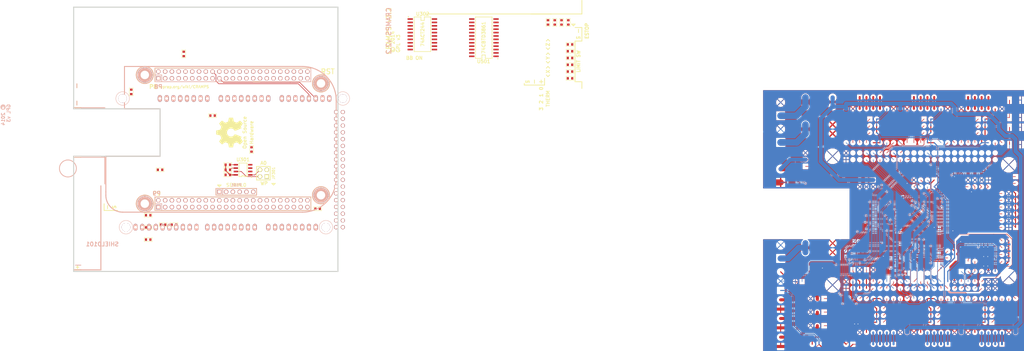
<source format=kicad_pcb>
(kicad_pcb (version 3) (host pcbnew "(2013-jul-07)-stable")
  (title_block (title "RBR (RosettaBone Redux)") (rev 2.2) (comment 1 "Derived from RAMPS 1.4 reprap.org/wiki/RAMPS1.4") (comment 2 "Derived from RAMPS-FD by Bob Cousins") (comment 3 "Copyright 2014 GPL v3") (comment 4 "RBR by Scott Gibson"))
  (layers (15 Front signal) (0 Back signal) (18 B.Paste user) (19 F.Paste user) (20 B.SilkS user) (21 F.SilkS user) (22 B.Mask user) (23 F.Mask user) (28 Edge.Cuts user))
  (net 0 "")
  (net 1 /Inputs/MISO-5V)
  (net 2 /Inputs/MOSI-5V)
  (net 3 /Inputs/SCK-5V)
  (net 4 /Inputs/SPI_CS0-5V)
  (net 5 AXIS_ENAn)
  (net 6 D3.3V)
  (net 7 D32)
  (net 8 D41)
  (net 9 D43)
  (net 10 D47)
  (net 11 DGND)
  (net 12 E0_DIR)
  (net 13 E0_EN_BUFn)
  (net 14 E0_STEP)
  (net 15 EN_CRAMP3n)
  (net 16 ESTOP)
  (net 17 FET1)
  (net 18 FET1_BUF)
  (net 19 FET2)
  (net 20 FET2_BUF)
  (net 21 FET3)
  (net 22 FET3_BUF)
  (net 23 FET4)
  (net 24 FET4_BUF)
  (net 25 FET5)
  (net 26 FET5_BUF)
  (net 27 FET6)
  (net 28 FET6_BUF)
  (net 29 GNDA)
  (net 30 MISO)
  (net 31 MOSI)
  (net 32 N-00000145)
  (net 33 N-00000146)
  (net 34 N-00000147)
  (net 35 N-00000151)
  (net 36 N-00000152)
  (net 37 N-00000153)
  (net 38 N-00000154)
  (net 39 N-00000156)
  (net 40 SCK)
  (net 41 SCL)
  (net 42 SDA)
  (net 43 SPI_CS0)
  (net 44 SPI_CS1)
  (net 45 SYS_5V)
  (net 46 THERM0)
  (net 47 THERM1)
  (net 48 THERM2)
  (net 49 VDD_5V)
  (net 50 X-MAX)
  (net 51 X-MIN)
  (net 52 X_DIR)
  (net 53 X_STEP)
  (net 54 Y-MAX)
  (net 55 Y-MIN)
  (net 56 Y_DIR)
  (net 57 Y_STEP)
  (net 58 Z-MAX)
  (net 59 Z-MIN)
  (net 60 Z_DIR)
  (net 61 Z_STEP)
  (module PCB_GREEN_RMC (layer Front) (at 127.635 132.08)
    (fp_text reference M102 hide)
    (fp_text value LOGO_OSHW hide)
  )
  (module OSHW_logo_2 (layer Front) (at 109.22 81.28 90)
    (fp_text reference M101 hide)
    (fp_text value PCB_GREEN_RMC hide)
    (fp_text user Hardware (at 0 8.255 90) (layer F.SilkS) (effects (font (size 1.27 1.27) (thickness 0.254))))
    (fp_text user "Open Source" (at 0 5.715 90) (layer F.SilkS) (effects (font (size 1.27 1.27) (thickness 0.254))))
  )
  (module pin_strip_6 (layer Back) (at 111.76 103.505)
    (fp_text reference P101 (at 0 -2.54) (layer B.SilkS) (effects (font (size 1.016 1.016) (thickness 0.2032)) (justify mirror)))
    (fp_text value SOCKET_6_LONG hide)
    (pad 1 thru_hole rect (at -6.35 0) (size 1.651 1.651) (drill 1.016) (layers *.Cu *.Mask B.SilkS) (net 11 DGND))
    (pad 2 thru_hole circle (at -3.81 0) (size 1.651 1.651) (drill 1.016) (layers *.Cu *.Mask B.SilkS))
    (pad 3 thru_hole circle (at -1.27 0) (size 1.651 1.651) (drill 1.016) (layers *.Cu *.Mask B.SilkS))
    (pad 4 thru_hole circle (at 1.27 0) (size 1.651 1.651) (drill 1.016) (layers *.Cu *.Mask B.SilkS))
    (pad 5 thru_hole circle (at 3.81 0) (size 1.651 1.651) (drill 1.016) (layers *.Cu *.Mask B.SilkS))
    (pad 6 thru_hole circle (at 6.35 0) (size 1.651 1.651) (drill 1.016) (layers *.Cu *.Mask B.SilkS))
  )
  (module P8P9_PinHeader (layer Back) (at 82.55 109.22)
    (fp_text reference P9 (at -0.635 -5.08) (layer B.SilkS) (effects (font (size 1.524 1.524) (thickness 0.3048)) (justify mirror)))
    (fp_text value BB_EXP_CONN hide)
    (pad 1 thru_hole rect (at 0 0) (size 1.651 1.651) (drill 1.016) (layers *.Cu *.Mask B.SilkS) (net 11 DGND))
    (pad 2 thru_hole circle (at 0 -2.54) (size 1.651 1.651) (drill 1.016) (layers *.Cu *.Mask B.SilkS) (net 11 DGND))
    (pad 3 thru_hole circle (at 2.54 0) (size 1.651 1.651) (drill 1.016) (layers *.Cu *.Mask B.SilkS) (net 6 D3.3V))
    (pad 4 thru_hole circle (at 2.54 -2.54) (size 1.651 1.651) (drill 1.016) (layers *.Cu *.Mask B.SilkS) (net 6 D3.3V))
    (pad 5 thru_hole circle (at 5.08 0) (size 1.651 1.651) (drill 1.016) (layers *.Cu *.Mask B.SilkS) (net 49 VDD_5V))
    (pad 6 thru_hole circle (at 5.08 -2.54) (size 1.651 1.651) (drill 1.016) (layers *.Cu *.Mask B.SilkS) (net 49 VDD_5V))
    (pad 7 thru_hole circle (at 7.62 0) (size 1.651 1.651) (drill 1.016) (layers *.Cu *.Mask B.SilkS) (net 45 SYS_5V))
    (pad 8 thru_hole circle (at 7.62 -2.54) (size 1.651 1.651) (drill 1.016) (layers *.Cu *.Mask B.SilkS) (net 45 SYS_5V))
    (pad 9 thru_hole circle (at 10.16 0) (size 1.651 1.651) (drill 1.016) (layers *.Cu *.Mask B.SilkS))
    (pad 10 thru_hole circle (at 10.16 -2.54) (size 1.651 1.651) (drill 1.016) (layers *.Cu *.Mask B.SilkS))
    (pad 11 thru_hole circle (at 12.7 0) (size 1.651 1.651) (drill 1.016) (layers *.Cu *.Mask B.SilkS) (net 58 Z-MAX))
    (pad 12 thru_hole circle (at 12.7 -2.54) (size 1.651 1.651) (drill 1.016) (layers *.Cu *.Mask B.SilkS) (net 12 E0_DIR))
    (pad 13 thru_hole circle (at 15.24 0) (size 1.651 1.651) (drill 1.016) (layers *.Cu *.Mask B.SilkS) (net 59 Z-MIN))
    (pad 14 thru_hole circle (at 15.24 -2.54) (size 1.651 1.651) (drill 1.016) (layers *.Cu *.Mask B.SilkS) (net 5 AXIS_ENAn))
    (pad 15 thru_hole circle (at 17.78 0) (size 1.651 1.651) (drill 1.016) (layers *.Cu *.Mask B.SilkS) (net 19 FET2))
    (pad 16 thru_hole circle (at 17.78 -2.54) (size 1.651 1.651) (drill 1.016) (layers *.Cu *.Mask B.SilkS) (net 14 E0_STEP))
    (pad 17 thru_hole circle (at 20.32 0) (size 1.651 1.651) (drill 1.016) (layers *.Cu *.Mask B.SilkS) (net 9 D43))
    (pad 18 thru_hole circle (at 20.32 -2.54) (size 1.651 1.651) (drill 1.016) (layers *.Cu *.Mask B.SilkS) (net 8 D41))
    (pad 19 thru_hole circle (at 22.86 0) (size 1.651 1.651) (drill 1.016) (layers *.Cu *.Mask B.SilkS) (net 41 SCL))
    (pad 20 thru_hole circle (at 22.86 -2.54) (size 1.651 1.651) (drill 1.016) (layers *.Cu *.Mask B.SilkS) (net 42 SDA))
    (pad 21 thru_hole circle (at 25.4 0) (size 1.651 1.651) (drill 1.016) (layers *.Cu *.Mask B.SilkS) (net 23 FET4))
    (pad 22 thru_hole circle (at 25.4 -2.54) (size 1.651 1.651) (drill 1.016) (layers *.Cu *.Mask B.SilkS) (net 27 FET6))
    (pad 23 thru_hole circle (at 27.94 0) (size 1.651 1.651) (drill 1.016) (layers *.Cu *.Mask B.SilkS))
    (pad 24 thru_hole circle (at 27.94 -2.54) (size 1.651 1.651) (drill 1.016) (layers *.Cu *.Mask B.SilkS) (net 7 D32))
    (pad 25 thru_hole circle (at 30.48 0) (size 1.651 1.651) (drill 1.016) (layers *.Cu *.Mask B.SilkS))
    (pad 26 thru_hole circle (at 30.48 -2.54) (size 1.651 1.651) (drill 1.016) (layers *.Cu *.Mask B.SilkS) (net 10 D47))
    (pad 27 thru_hole circle (at 33.02 0) (size 1.651 1.651) (drill 1.016) (layers *.Cu *.Mask B.SilkS) (net 21 FET3))
    (pad 28 thru_hole circle (at 33.02 -2.54) (size 1.651 1.651) (drill 1.016) (layers *.Cu *.Mask B.SilkS) (net 43 SPI_CS0))
    (pad 29 thru_hole circle (at 35.56 0) (size 1.651 1.651) (drill 1.016) (layers *.Cu *.Mask B.SilkS) (net 30 MISO))
    (pad 30 thru_hole circle (at 35.56 -2.54) (size 1.651 1.651) (drill 1.016) (layers *.Cu *.Mask B.SilkS) (net 31 MOSI))
    (pad 31 thru_hole circle (at 38.1 0) (size 1.651 1.651) (drill 1.016) (layers *.Cu *.Mask B.SilkS) (net 40 SCK))
    (pad 32 thru_hole circle (at 38.1 -2.54) (size 1.651 1.651) (drill 1.016) (layers *.Cu *.Mask B.SilkS))
    (pad 33 thru_hole circle (at 40.64 0) (size 1.651 1.651) (drill 1.016) (layers *.Cu *.Mask B.SilkS) (net 46 THERM0))
    (pad 34 thru_hole circle (at 40.64 -2.54) (size 1.651 1.651) (drill 1.016) (layers *.Cu *.Mask B.SilkS))
    (pad 35 thru_hole circle (at 43.18 0) (size 1.651 1.651) (drill 1.016) (layers *.Cu *.Mask B.SilkS) (net 48 THERM2))
    (pad 36 thru_hole circle (at 43.18 -2.54) (size 1.651 1.651) (drill 1.016) (layers *.Cu *.Mask B.SilkS) (net 47 THERM1))
    (pad 37 thru_hole circle (at 45.72 0) (size 1.651 1.651) (drill 1.016) (layers *.Cu *.Mask B.SilkS))
    (pad 38 thru_hole circle (at 45.72 -2.54) (size 1.651 1.651) (drill 1.016) (layers *.Cu *.Mask B.SilkS))
    (pad 39 thru_hole circle (at 48.26 0) (size 1.651 1.651) (drill 1.016) (layers *.Cu *.Mask B.SilkS))
    (pad 40 thru_hole circle (at 48.26 -2.54) (size 1.651 1.651) (drill 1.016) (layers *.Cu *.Mask B.SilkS))
    (pad 41 thru_hole circle (at 50.8 0) (size 1.651 1.651) (drill 1.016) (layers *.Cu *.Mask B.SilkS) (net 25 FET5))
    (pad 42 thru_hole circle (at 50.8 -2.54) (size 1.651 1.651) (drill 1.016) (layers *.Cu *.Mask B.SilkS) (net 44 SPI_CS1))
    (pad 43 thru_hole circle (at 53.34 0) (size 1.651 1.651) (drill 1.016) (layers *.Cu *.Mask B.SilkS) (net 11 DGND))
    (pad 44 thru_hole circle (at 53.34 -2.54) (size 1.651 1.651) (drill 1.016) (layers *.Cu *.Mask B.SilkS) (net 11 DGND))
    (pad 45 thru_hole circle (at 55.88 0) (size 1.651 1.651) (drill 1.016) (layers *.Cu *.Mask B.SilkS) (net 11 DGND))
    (pad 46 thru_hole circle (at 55.88 -2.54) (size 1.651 1.651) (drill 1.016) (layers *.Cu *.Mask B.SilkS) (net 11 DGND))
  )
  (module P8P9_PinHeader (layer Back) (at 82.55 60.96)
    (fp_text reference P8 (at 0 3.175) (layer B.SilkS) (effects (font (size 1.524 1.524) (thickness 0.3048)) (justify mirror)))
    (fp_text value BB_EXP_CONN hide)
    (pad 1 thru_hole rect (at 0 0) (size 1.651 1.651) (drill 1.016) (layers *.Cu *.Mask B.SilkS) (net 11 DGND))
    (pad 2 thru_hole circle (at 0 -2.54) (size 1.651 1.651) (drill 1.016) (layers *.Cu *.Mask B.SilkS) (net 11 DGND))
    (pad 3 thru_hole circle (at 2.54 0) (size 1.651 1.651) (drill 1.016) (layers *.Cu *.Mask B.SilkS))
    (pad 4 thru_hole circle (at 2.54 -2.54) (size 1.651 1.651) (drill 1.016) (layers *.Cu *.Mask B.SilkS))
    (pad 5 thru_hole circle (at 5.08 0) (size 1.651 1.651) (drill 1.016) (layers *.Cu *.Mask B.SilkS))
    (pad 6 thru_hole circle (at 5.08 -2.54) (size 1.651 1.651) (drill 1.016) (layers *.Cu *.Mask B.SilkS))
    (pad 7 thru_hole circle (at 7.62 0) (size 1.651 1.651) (drill 1.016) (layers *.Cu *.Mask B.SilkS) (net 50 X-MAX))
    (pad 8 thru_hole circle (at 7.62 -2.54) (size 1.651 1.651) (drill 1.016) (layers *.Cu *.Mask B.SilkS) (net 51 X-MIN))
    (pad 9 thru_hole circle (at 10.16 0) (size 1.651 1.651) (drill 1.016) (layers *.Cu *.Mask B.SilkS) (net 54 Y-MAX))
    (pad 10 thru_hole circle (at 10.16 -2.54) (size 1.651 1.651) (drill 1.016) (layers *.Cu *.Mask B.SilkS) (net 55 Y-MIN))
    (pad 11 thru_hole circle (at 12.7 0) (size 1.651 1.651) (drill 1.016) (layers *.Cu *.Mask B.SilkS) (net 17 FET1))
    (pad 12 thru_hole circle (at 12.7 -2.54) (size 1.651 1.651) (drill 1.016) (layers *.Cu *.Mask B.SilkS) (net 52 X_DIR))
    (pad 13 thru_hole circle (at 15.24 0) (size 1.651 1.651) (drill 1.016) (layers *.Cu *.Mask B.SilkS) (net 53 X_STEP))
    (pad 14 thru_hole circle (at 15.24 -2.54) (size 1.651 1.651) (drill 1.016) (layers *.Cu *.Mask B.SilkS) (net 56 Y_DIR))
    (pad 15 thru_hole circle (at 17.78 0) (size 1.651 1.651) (drill 1.016) (layers *.Cu *.Mask B.SilkS) (net 57 Y_STEP))
    (pad 16 thru_hole circle (at 17.78 -2.54) (size 1.651 1.651) (drill 1.016) (layers *.Cu *.Mask B.SilkS))
    (pad 17 thru_hole circle (at 20.32 0) (size 1.651 1.651) (drill 1.016) (layers *.Cu *.Mask B.SilkS) (net 16 ESTOP))
    (pad 18 thru_hole circle (at 20.32 -2.54) (size 1.651 1.651) (drill 1.016) (layers *.Cu *.Mask B.SilkS) (net 60 Z_DIR))
    (pad 19 thru_hole circle (at 22.86 0) (size 1.651 1.651) (drill 1.016) (layers *.Cu *.Mask B.SilkS) (net 61 Z_STEP))
    (pad 20 thru_hole circle (at 22.86 -2.54) (size 1.651 1.651) (drill 1.016) (layers *.Cu *.Mask B.SilkS))
    (pad 21 thru_hole circle (at 25.4 0) (size 1.651 1.651) (drill 1.016) (layers *.Cu *.Mask B.SilkS))
    (pad 22 thru_hole circle (at 25.4 -2.54) (size 1.651 1.651) (drill 1.016) (layers *.Cu *.Mask B.SilkS))
    (pad 23 thru_hole circle (at 27.94 0) (size 1.651 1.651) (drill 1.016) (layers *.Cu *.Mask B.SilkS))
    (pad 24 thru_hole circle (at 27.94 -2.54) (size 1.651 1.651) (drill 1.016) (layers *.Cu *.Mask B.SilkS))
    (pad 25 thru_hole circle (at 30.48 0) (size 1.651 1.651) (drill 1.016) (layers *.Cu *.Mask B.SilkS))
    (pad 26 thru_hole circle (at 30.48 -2.54) (size 1.651 1.651) (drill 1.016) (layers *.Cu *.Mask B.SilkS))
    (pad 27 thru_hole circle (at 33.02 0) (size 1.651 1.651) (drill 1.016) (layers *.Cu *.Mask B.SilkS))
    (pad 28 thru_hole circle (at 33.02 -2.54) (size 1.651 1.651) (drill 1.016) (layers *.Cu *.Mask B.SilkS))
    (pad 29 thru_hole circle (at 35.56 0) (size 1.651 1.651) (drill 1.016) (layers *.Cu *.Mask B.SilkS))
    (pad 30 thru_hole circle (at 35.56 -2.54) (size 1.651 1.651) (drill 1.016) (layers *.Cu *.Mask B.SilkS))
    (pad 31 thru_hole circle (at 38.1 0) (size 1.651 1.651) (drill 1.016) (layers *.Cu *.Mask B.SilkS))
    (pad 32 thru_hole circle (at 38.1 -2.54) (size 1.651 1.651) (drill 1.016) (layers *.Cu *.Mask B.SilkS))
    (pad 33 thru_hole circle (at 40.64 0) (size 1.651 1.651) (drill 1.016) (layers *.Cu *.Mask B.SilkS))
    (pad 34 thru_hole circle (at 40.64 -2.54) (size 1.651 1.651) (drill 1.016) (layers *.Cu *.Mask B.SilkS))
    (pad 35 thru_hole circle (at 43.18 0) (size 1.651 1.651) (drill 1.016) (layers *.Cu *.Mask B.SilkS))
    (pad 36 thru_hole circle (at 43.18 -2.54) (size 1.651 1.651) (drill 1.016) (layers *.Cu *.Mask B.SilkS))
    (pad 37 thru_hole circle (at 45.72 0) (size 1.651 1.651) (drill 1.016) (layers *.Cu *.Mask B.SilkS))
    (pad 38 thru_hole circle (at 45.72 -2.54) (size 1.651 1.651) (drill 1.016) (layers *.Cu *.Mask B.SilkS))
    (pad 39 thru_hole circle (at 48.26 0) (size 1.651 1.651) (drill 1.016) (layers *.Cu *.Mask B.SilkS))
    (pad 40 thru_hole circle (at 48.26 -2.54) (size 1.651 1.651) (drill 1.016) (layers *.Cu *.Mask B.SilkS))
    (pad 41 thru_hole circle (at 50.8 0) (size 1.651 1.651) (drill 1.016) (layers *.Cu *.Mask B.SilkS))
    (pad 42 thru_hole circle (at 50.8 -2.54) (size 1.651 1.651) (drill 1.016) (layers *.Cu *.Mask B.SilkS))
    (pad 43 thru_hole circle (at 53.34 0) (size 1.651 1.651) (drill 1.016) (layers *.Cu *.Mask B.SilkS))
    (pad 44 thru_hole circle (at 53.34 -2.54) (size 1.651 1.651) (drill 1.016) (layers *.Cu *.Mask B.SilkS))
    (pad 45 thru_hole circle (at 55.88 0) (size 1.651 1.651) (drill 1.016) (layers *.Cu *.Mask B.SilkS))
    (pad 46 thru_hole circle (at 55.88 -2.54) (size 1.651 1.651) (drill 1.016) (layers *.Cu *.Mask B.SilkS))
  )
  (module BeagleBone-Pins (layer Back) (at 106.045 83.82)
    (fp_text reference BB101 hide)
    (fp_text value "BeagleBone Black" hide)
    (pad M1 thru_hole circle (at 37.465 20.955 180) (size 5.5 5.5) (drill 3.175) (layers *.Cu *.Mask B.SilkS) (net 11 DGND))
    (pad M2 thru_hole circle (at -28.575 24.13 180) (size 5.5 5.5) (drill 3.175) (layers *.Cu *.Mask B.SilkS) (net 11 DGND))
    (pad M3 thru_hole circle (at -28.575 -24.13 180) (size 5.5 5.5) (drill 3.175) (layers *.Cu *.Mask B.SilkS) (net 11 DGND))
    (pad M4 thru_hole circle (at 37.465 -20.955 180) (size 5.5 5.5) (drill 3.175) (layers *.Cu *.Mask B.SilkS) (net 11 DGND))
  )
  (module RESC1608x55N (layer Front) (at 72.39 66.04 90)
    (fp_text reference R309 hide)
    (fp_text value 10k hide)
    (pad 1 smd rect (at -0.82 0 90) (size 0.79 0.93) (layers Front F.Paste F.Mask) (net 18 FET1_BUF))
    (pad 2 smd rect (at 0.82 0 90) (size 0.79 0.93) (layers Front F.Paste F.Mask) (net 11 DGND))
  )
  (module RESC1608x55N (layer Front) (at 142.24 109.855)
    (fp_text reference R314 hide)
    (fp_text value 4k7 hide)
    (pad 1 smd rect (at -0.82 0) (size 0.79 0.93) (layers Front F.Paste F.Mask) (net 6 D3.3V))
    (pad 2 smd rect (at 0.82 0) (size 0.79 0.93) (layers Front F.Paste F.Mask) (net 13 E0_EN_BUFn))
  )
  (module RESC1608x55N (layer Front) (at 92.075 51.816 270)
    (fp_text reference R310 hide)
    (fp_text value 10k hide)
    (pad 1 smd rect (at -0.82 0 270) (size 0.79 0.93) (layers Front F.Paste F.Mask) (net 6 D3.3V))
    (pad 2 smd rect (at 0.82 0 270) (size 0.79 0.93) (layers Front F.Paste F.Mask) (net 15 EN_CRAMP3n))
  )
  (module RESC1608x55N (layer Front) (at 78.74 121.412 180)
    (fp_text reference R311 hide)
    (fp_text value 10k hide)
    (pad 1 smd rect (at -0.82 0 180) (size 0.79 0.93) (layers Front F.Paste F.Mask) (net 20 FET2_BUF))
    (pad 2 smd rect (at 0.82 0 180) (size 0.79 0.93) (layers Front F.Paste F.Mask) (net 11 DGND))
  )
  (module RESC1608x55N (layer Front) (at 78.74 116.84 180)
    (fp_text reference R312 hide)
    (fp_text value 10k hide)
    (pad 1 smd rect (at -0.82 0 180) (size 0.79 0.93) (layers Front F.Paste F.Mask) (net 22 FET3_BUF))
    (pad 2 smd rect (at 0.82 0 180) (size 0.79 0.93) (layers Front F.Paste F.Mask) (net 11 DGND))
  )
  (module RESC1608x55N (layer Front) (at 78.74 112.268 180)
    (fp_text reference R313 hide)
    (fp_text value 10k hide)
    (pad 1 smd rect (at -0.82 0 180) (size 0.79 0.93) (layers Front F.Paste F.Mask) (net 24 FET4_BUF))
    (pad 2 smd rect (at 0.82 0 180) (size 0.79 0.93) (layers Front F.Paste F.Mask) (net 11 DGND))
  )
  (module RESC1608x55N (layer Front) (at 84.328 115.824)
    (fp_text reference R315 hide)
    (fp_text value 10k hide)
    (pad 1 smd rect (at -0.82 0) (size 0.79 0.93) (layers Front F.Paste F.Mask) (net 28 FET6_BUF))
    (pad 2 smd rect (at 0.82 0) (size 0.79 0.93) (layers Front F.Paste F.Mask) (net 11 DGND))
  )
  (module RESC1608x55N (layer Front) (at 88.392 115.824)
    (fp_text reference R316 hide)
    (fp_text value 10k hide)
    (pad 1 smd rect (at -0.82 0) (size 0.79 0.93) (layers Front F.Paste F.Mask) (net 26 FET5_BUF))
    (pad 2 smd rect (at 0.82 0) (size 0.79 0.93) (layers Front F.Paste F.Mask) (net 11 DGND))
  )
  (module RESC1608x55N (layer Front) (at 83.185 95.25)
    (fp_text reference R308 hide)
    (fp_text value 10k hide)
    (pad 1 smd rect (at -0.82 0) (size 0.79 0.93) (layers Front F.Paste F.Mask) (net 45 SYS_5V))
    (pad 2 smd rect (at 0.82 0) (size 0.79 0.93) (layers Front F.Paste F.Mask))
  )
  (module RESC1608x55N (layer Front) (at 236.855 60.96 180)
    (fp_text reference R501 hide)
    (fp_text value 10k hide)
    (pad 1 smd rect (at -0.82 0 180) (size 0.79 0.93) (layers Front F.Paste F.Mask) (net 45 SYS_5V))
    (pad 2 smd rect (at 0.82 0 180) (size 0.79 0.93) (layers Front F.Paste F.Mask) (net 37 N-00000153))
  )
  (module RESC1608x55N (layer Front) (at 236.855 58.42 180)
    (fp_text reference R502 hide)
    (fp_text value 10k hide)
    (pad 1 smd rect (at -0.82 0 180) (size 0.79 0.93) (layers Front F.Paste F.Mask) (net 45 SYS_5V))
    (pad 2 smd rect (at 0.82 0 180) (size 0.79 0.93) (layers Front F.Paste F.Mask) (net 36 N-00000152))
  )
  (module RESC1608x55N (layer Front) (at 236.855 55.88 180)
    (fp_text reference R503 hide)
    (fp_text value 10k hide)
    (pad 1 smd rect (at -0.82 0 180) (size 0.79 0.93) (layers Front F.Paste F.Mask) (net 45 SYS_5V))
    (pad 2 smd rect (at 0.82 0 180) (size 0.79 0.93) (layers Front F.Paste F.Mask) (net 35 N-00000151))
  )
  (module RESC1608x55N (layer Front) (at 236.855 53.34 180)
    (fp_text reference R504 hide)
    (fp_text value 10k hide)
    (pad 1 smd rect (at -0.82 0 180) (size 0.79 0.93) (layers Front F.Paste F.Mask) (net 45 SYS_5V))
    (pad 2 smd rect (at 0.82 0 180) (size 0.79 0.93) (layers Front F.Paste F.Mask) (net 34 N-00000147))
  )
  (module RESC1608x55N (layer Front) (at 236.855 50.8 180)
    (fp_text reference R505 hide)
    (fp_text value 10k hide)
    (pad 1 smd rect (at -0.82 0 180) (size 0.79 0.93) (layers Front F.Paste F.Mask) (net 45 SYS_5V))
    (pad 2 smd rect (at 0.82 0 180) (size 0.79 0.93) (layers Front F.Paste F.Mask) (net 33 N-00000146))
  )
  (module RESC1608x55N (layer Front) (at 236.855 48.26 180)
    (fp_text reference R506 hide)
    (fp_text value 10k hide)
    (pad 1 smd rect (at -0.82 0 180) (size 0.79 0.93) (layers Front F.Paste F.Mask) (net 45 SYS_5V))
    (pad 2 smd rect (at 0.82 0 180) (size 0.79 0.93) (layers Front F.Paste F.Mask) (net 32 N-00000145))
  )
  (module RESC1608x55N (layer Front) (at 236.22 40.005 270)
    (fp_text reference R507 hide)
    (fp_text value 10k hide)
    (pad 1 smd rect (at -0.82 0 270) (size 0.79 0.93) (layers Front F.Paste F.Mask) (net 45 SYS_5V))
    (pad 2 smd rect (at 0.82 0 270) (size 0.79 0.93) (layers Front F.Paste F.Mask) (net 1 /Inputs/MISO-5V))
  )
  (module RESC1608x55N (layer Front) (at 233.68 40.005 270)
    (fp_text reference R508 hide)
    (fp_text value 10k hide)
    (pad 1 smd rect (at -0.82 0 270) (size 0.79 0.93) (layers Front F.Paste F.Mask) (net 45 SYS_5V))
    (pad 2 smd rect (at 0.82 0 270) (size 0.79 0.93) (layers Front F.Paste F.Mask) (net 3 /Inputs/SCK-5V))
  )
  (module RESC1608x55N (layer Front) (at 231.14 40.005 270)
    (fp_text reference R509 hide)
    (fp_text value 10k hide)
    (pad 1 smd rect (at -0.82 0 270) (size 0.79 0.93) (layers Front F.Paste F.Mask) (net 45 SYS_5V))
    (pad 2 smd rect (at 0.82 0 270) (size 0.79 0.93) (layers Front F.Paste F.Mask) (net 2 /Inputs/MOSI-5V))
  )
  (module RESC1608x55N (layer Front) (at 228.6 40.005 270)
    (fp_text reference R510 hide)
    (fp_text value 10k hide)
    (pad 1 smd rect (at -0.82 0 270) (size 0.79 0.93) (layers Front F.Paste F.Mask) (net 45 SYS_5V))
    (pad 2 smd rect (at 0.82 0 270) (size 0.79 0.93) (layers Front F.Paste F.Mask) (net 4 /Inputs/SPI_CS0-5V))
  )
  (module RESC1608x55N (layer Front) (at 108.585 95.25)
    (fp_text reference R306 hide)
    (fp_text value 4k7 hide)
    (pad 1 smd rect (at -0.82 0) (size 0.79 0.93) (layers Front F.Paste F.Mask) (net 6 D3.3V))
    (pad 2 smd rect (at 0.82 0) (size 0.79 0.93) (layers Front F.Paste F.Mask) (net 41 SCL))
  )
  (module RESC1608x55N (layer Front) (at 108.585 93.345)
    (fp_text reference R307 hide)
    (fp_text value 4k7 hide)
    (pad 1 smd rect (at -0.82 0) (size 0.79 0.93) (layers Front F.Paste F.Mask) (net 6 D3.3V))
    (pad 2 smd rect (at 0.82 0) (size 0.79 0.93) (layers Front F.Paste F.Mask) (net 42 SDA))
  )
  (module CAPC1608x55N (layer Front) (at 117.475 87.63 90)
    (fp_text reference C501 hide)
    (fp_text value 100n hide)
    (pad 1 smd rect (at -0.82 0 90) (size 0.79 0.93) (layers Front F.Paste F.Mask) (net 45 SYS_5V))
    (pad 2 smd rect (at 0.82 0 90) (size 0.79 0.93) (layers Front F.Paste F.Mask) (net 11 DGND))
  )
  (module CAPC1608x55N (layer Front) (at 102.87 74.93 180)
    (fp_text reference C302 hide)
    (fp_text value 100n hide)
    (pad 1 smd rect (at -0.82 0 180) (size 0.79 0.93) (layers Front F.Paste F.Mask) (net 45 SYS_5V))
    (pad 2 smd rect (at 0.82 0 180) (size 0.79 0.93) (layers Front F.Paste F.Mask) (net 11 DGND))
  )
  (module CAPC1608x55N (layer Front) (at 108.585 97.155 180)
    (fp_text reference C301 hide)
    (fp_text value 100n hide)
    (pad 1 smd rect (at -0.82 0 180) (size 0.79 0.93) (layers Front F.Paste F.Mask) (net 6 D3.3V))
    (pad 2 smd rect (at 0.82 0 180) (size 0.79 0.93) (layers Front F.Paste F.Mask) (net 11 DGND))
  )
  (module SOIC127P1032X265-20N (layer Front) (at 181.61 44.45 270)
    (fp_text reference U302 (at -7.62 0 360) (layer F.SilkS) (effects (font (size 1.27 1.27) (thickness 0.254))))
    (fp_text value 74ACT244 (at 0 0 270) (layer F.SilkS) (effects (font (size 1.24 1.24) (thickness 0.254))))
    (pad 1 smd rect (at -5.715 4.65 270) (size 0.6 2) (layers Front F.Paste F.Mask))
    (pad 2 smd rect (at -4.445 4.65 270) (size 0.6 2) (layers Front F.Paste F.Mask) (net 5 AXIS_ENAn))
    (pad 3 smd rect (at -3.175 4.65 270) (size 0.6 2) (layers Front F.Paste F.Mask) (net 18 FET1_BUF))
    (pad 4 smd rect (at -1.905 4.65 270) (size 0.6 2) (layers Front F.Paste F.Mask) (net 5 AXIS_ENAn))
    (pad 5 smd rect (at -0.635 4.65 270) (size 0.6 2) (layers Front F.Paste F.Mask) (net 20 FET2_BUF))
    (pad 6 smd rect (at 0.635 4.65 270) (size 0.6 2) (layers Front F.Paste F.Mask) (net 25 FET5))
    (pad 7 smd rect (at 1.905 4.65 270) (size 0.6 2) (layers Front F.Paste F.Mask) (net 22 FET3_BUF))
    (pad 8 smd rect (at 3.175 4.65 270) (size 0.6 2) (layers Front F.Paste F.Mask) (net 27 FET6))
    (pad 9 smd rect (at 4.445 4.65 270) (size 0.6 2) (layers Front F.Paste F.Mask) (net 24 FET4_BUF))
    (pad 10 smd rect (at 5.715 4.65 270) (size 0.6 2) (layers Front F.Paste F.Mask) (net 11 DGND))
    (pad 11 smd rect (at 5.715 -4.445 270) (size 0.6 2) (layers Front F.Paste F.Mask) (net 23 FET4))
    (pad 12 smd rect (at 4.445 -4.445 270) (size 0.6 2) (layers Front F.Paste F.Mask) (net 28 FET6_BUF))
    (pad 13 smd rect (at 3.175 -4.445 270) (size 0.6 2) (layers Front F.Paste F.Mask) (net 21 FET3))
    (pad 14 smd rect (at 1.905 -4.445 270) (size 0.6 2) (layers Front F.Paste F.Mask) (net 26 FET5_BUF))
    (pad 15 smd rect (at 0.635 -4.445 270) (size 0.6 2) (layers Front F.Paste F.Mask) (net 19 FET2))
    (pad 16 smd rect (at -0.635 -4.445 270) (size 0.6 2) (layers Front F.Paste F.Mask) (net 15 EN_CRAMP3n))
    (pad 17 smd rect (at -1.905 -4.445 270) (size 0.6 2) (layers Front F.Paste F.Mask) (net 17 FET1))
    (pad 18 smd rect (at -3.175 -4.445 270) (size 0.6 2) (layers Front F.Paste F.Mask) (net 13 E0_EN_BUFn))
    (pad 19 smd rect (at -4.445 -4.445 270) (size 0.6 2) (layers Front F.Paste F.Mask))
    (pad 20 smd rect (at -5.715 -4.445 270) (size 0.6 2) (layers Front F.Paste F.Mask) (net 45 SYS_5V))
  )
  (module SOIC127P1030X265-24N (layer Front) (at 204.47 45.72 90)
    (fp_text reference U501 (at -8.89 0 180) (layer F.SilkS) (effects (font (size 1.27 1.27) (thickness 0.254))))
    (fp_text value 74CBTD3861 (at 0 0 90) (layer F.SilkS) (effects (font (size 1.27 1.27) (thickness 0.254))))
    (pad 1 smd rect (at -6.985 4.65 90) (size 0.6 2) (layers Front F.Paste F.Mask))
    (pad 2 smd rect (at -5.715 4.65 90) (size 0.6 2) (layers Front F.Paste F.Mask) (net 37 N-00000153))
    (pad 3 smd rect (at -4.445 4.65 90) (size 0.6 2) (layers Front F.Paste F.Mask) (net 36 N-00000152))
    (pad 4 smd rect (at -3.175 4.65 90) (size 0.6 2) (layers Front F.Paste F.Mask) (net 35 N-00000151))
    (pad 5 smd rect (at -1.905 4.65 90) (size 0.6 2) (layers Front F.Paste F.Mask) (net 34 N-00000147))
    (pad 6 smd rect (at -0.635 4.65 90) (size 0.6 2) (layers Front F.Paste F.Mask) (net 33 N-00000146))
    (pad 7 smd rect (at 0.635 4.65 90) (size 0.6 2) (layers Front F.Paste F.Mask) (net 32 N-00000145))
    (pad 8 smd rect (at 1.905 4.65 90) (size 0.6 2) (layers Front F.Paste F.Mask) (net 1 /Inputs/MISO-5V))
    (pad 9 smd rect (at 3.175 4.65 90) (size 0.6 2) (layers Front F.Paste F.Mask) (net 3 /Inputs/SCK-5V))
    (pad 10 smd rect (at 4.445 4.65 90) (size 0.6 2) (layers Front F.Paste F.Mask) (net 2 /Inputs/MOSI-5V))
    (pad 11 smd rect (at 5.715 4.65 90) (size 0.6 2) (layers Front F.Paste F.Mask) (net 4 /Inputs/SPI_CS0-5V))
    (pad 12 smd rect (at 6.985 4.65 90) (size 0.6 2) (layers Front F.Paste F.Mask) (net 11 DGND))
    (pad 13 smd rect (at 6.985 -4.445 90) (size 0.6 2) (layers Front F.Paste F.Mask) (net 43 SPI_CS0))
    (pad 14 smd rect (at 5.715 -4.445 90) (size 0.6 2) (layers Front F.Paste F.Mask) (net 31 MOSI))
    (pad 15 smd rect (at 4.445 -4.445 90) (size 0.6 2) (layers Front F.Paste F.Mask) (net 40 SCK))
    (pad 16 smd rect (at 3.175 -4.445 90) (size 0.6 2) (layers Front F.Paste F.Mask) (net 30 MISO))
    (pad 17 smd rect (at 1.905 -4.445 90) (size 0.6 2) (layers Front F.Paste F.Mask) (net 58 Z-MAX))
    (pad 18 smd rect (at 0.635 -4.445 90) (size 0.6 2) (layers Front F.Paste F.Mask) (net 59 Z-MIN))
    (pad 19 smd rect (at -0.635 -4.445 90) (size 0.6 2) (layers Front F.Paste F.Mask) (net 54 Y-MAX))
    (pad 20 smd rect (at -1.905 -4.445 90) (size 0.6 2) (layers Front F.Paste F.Mask) (net 55 Y-MIN))
    (pad 21 smd rect (at -3.175 -4.445 90) (size 0.6 2) (layers Front F.Paste F.Mask) (net 50 X-MAX))
    (pad 22 smd rect (at -4.445 -4.445 90) (size 0.6 2) (layers Front F.Paste F.Mask) (net 51 X-MIN))
    (pad 23 smd rect (at -5.715 -4.445 90) (size 0.6 2) (layers Front F.Paste F.Mask) (net 11 DGND))
    (pad 24 smd rect (at -6.985 -4.445 90) (size 0.6 2) (layers Front F.Paste F.Mask) (net 45 SYS_5V))
  )
  (module SOIC127P600X175-8AN (layer Front) (at 114.3 95.25 90)
    (fp_text reference U301 (at 3.81 0 180) (layer F.SilkS) (effects (font (size 1.27 1.27) (thickness 0.254))))
    (fp_text value 24C256 hide)
    (pad 1 smd rect (at -1.905 2.7 90) (size 0.6 1.6) (layers Front F.Paste F.Mask) (net 39 N-00000156))
    (pad 2 smd rect (at -0.635 2.7 90) (size 0.6 1.6) (layers Front F.Paste F.Mask))
    (pad 3 smd rect (at 0.635 2.7 90) (size 0.6 1.6) (layers Front F.Paste F.Mask) (net 6 D3.3V))
    (pad 4 smd rect (at 1.905 2.7 90) (size 0.6 1.6) (layers Front F.Paste F.Mask) (net 11 DGND))
    (pad 5 smd rect (at 1.905 -2.7 90) (size 0.6 1.6) (layers Front F.Paste F.Mask) (net 42 SDA))
    (pad 6 smd rect (at 0.635 -2.7 90) (size 0.6 1.6) (layers Front F.Paste F.Mask) (net 41 SCL))
    (pad 7 smd rect (at -0.635 -2.7 90) (size 0.6 1.6) (layers Front F.Paste F.Mask) (net 38 N-00000154))
    (pad 8 smd rect (at -1.905 -2.7 90) (size 0.6 1.6) (layers Front F.Paste F.Mask) (net 6 D3.3V))
  )
  (module pin_strip_2x2 (layer Front) (at 121.92 96.52 90)
    (fp_text reference JP301 (at 0 3.81 90) (layer F.SilkS) (effects (font (size 1.016 1.016) (thickness 0.2032))))
    (fp_text value HEADER_2X2 hide)
    (pad 1 thru_hole rect (at -1.27 1.27 90) (size 1.651 1.651) (drill 1.016) (layers *.Cu *.Mask F.SilkS) (net 6 D3.3V))
    (pad 2 thru_hole circle (at -1.27 -1.27 90) (size 1.651 1.651) (drill 1.016) (layers *.Cu *.Mask F.SilkS) (net 38 N-00000154))
    (pad 3 thru_hole circle (at 1.27 1.27 90) (size 1.651 1.651) (drill 1.016) (layers *.Cu *.Mask F.SilkS) (net 6 D3.3V))
    (pad 4 thru_hole circle (at 1.27 -1.27 90) (size 1.651 1.651) (drill 1.016) (layers *.Cu *.Mask F.SilkS) (net 39 N-00000156))
  )
  (module ARDUINO_MEGA_DUE_SHIELD_FOOTPRINT_RMC (layer Back) (at 55.181501 65.971499)
    (fp_text reference SHIELD101 (at 6.35 57.15) (layer B.SilkS) (effects (font (size 1.524 1.524) (thickness 0.3048)) (justify mirror)))
    (fp_text value ARDUINO_DUE_SHIELD hide)
    (pad 14 thru_hole oval (at 68.58 50.8 270) (size 2.54 1.524) (drill 1.016) (layers *.Cu *.Mask B.SilkS))
    (pad 15 thru_hole oval (at 71.12 50.8 270) (size 2.54 1.524) (drill 1.016) (layers *.Cu *.Mask B.SilkS))
    (pad 16 thru_hole oval (at 73.66 50.8 270) (size 2.54 1.524) (drill 1.016) (layers *.Cu *.Mask B.SilkS))
    (pad 17 thru_hole oval (at 76.2 50.8 270) (size 2.54 1.524) (drill 1.016) (layers *.Cu *.Mask B.SilkS))
    (pad 18 thru_hole oval (at 78.74 50.8 270) (size 2.54 1.524) (drill 1.016) (layers *.Cu *.Mask B.SilkS))
    (pad 19 thru_hole oval (at 81.28 50.8 270) (size 2.54 1.524) (drill 1.016) (layers *.Cu *.Mask B.SilkS))
    (pad 20 thru_hole oval (at 83.82 50.8 270) (size 2.54 1.524) (drill 1.016) (layers *.Cu *.Mask B.SilkS) (net 42 SDA))
    (pad 21 thru_hole oval (at 86.36 50.8 270) (size 2.54 1.524) (drill 1.016) (layers *.Cu *.Mask B.SilkS) (net 41 SCL))
    (pad AD15 thru_hole oval (at 91.44 2.54 270) (size 2.54 1.524) (drill 1.016) (layers *.Cu *.Mask B.SilkS))
    (pad AD14 thru_hole oval (at 88.9 2.54 270) (size 2.54 1.524) (drill 1.016) (layers *.Cu *.Mask B.SilkS))
    (pad AD13 thru_hole oval (at 86.36 2.54 270) (size 2.54 1.524) (drill 1.016) (layers *.Cu *.Mask B.SilkS) (net 61 Z_STEP))
    (pad AD12 thru_hole oval (at 83.82 2.54 270) (size 2.54 1.524) (drill 1.016) (layers *.Cu *.Mask B.SilkS) (net 60 Z_DIR))
    (pad AD8 thru_hole oval (at 73.66 2.54 270) (size 2.54 1.524) (drill 1.016) (layers *.Cu *.Mask B.SilkS) (net 52 X_DIR))
    (pad AD7 thru_hole oval (at 68.58 2.54 270) (size 2.54 1.524) (drill 1.016) (layers *.Cu *.Mask B.SilkS))
    (pad AD6 thru_hole oval (at 66.04 2.54 270) (size 2.54 1.524) (drill 1.016) (layers *.Cu *.Mask B.SilkS))
    (pad AD9 thru_hole oval (at 76.2 2.54 270) (size 2.54 1.524) (drill 1.016) (layers *.Cu *.Mask B.SilkS) (net 53 X_STEP))
    (pad AD10 thru_hole oval (at 78.74 2.54 270) (size 2.54 1.524) (drill 1.016) (layers *.Cu *.Mask B.SilkS) (net 56 Y_DIR))
    (pad AD11 thru_hole oval (at 81.28 2.54 270) (size 2.54 1.524) (drill 1.016) (layers *.Cu *.Mask B.SilkS) (net 57 Y_STEP))
    (pad AD5 thru_hole oval (at 63.5 2.54 270) (size 2.54 1.524) (drill 1.016) (layers *.Cu *.Mask B.SilkS))
    (pad AD4 thru_hole oval (at 60.96 2.54 270) (size 2.54 1.524) (drill 1.016) (layers *.Cu *.Mask B.SilkS))
    (pad AD3 thru_hole oval (at 58.42 2.54 270) (size 2.54 1.524) (drill 1.016) (layers *.Cu *.Mask B.SilkS))
    (pad AD0 thru_hole oval (at 50.8 2.54 270) (size 2.54 1.524) (drill 1.016) (layers *.Cu *.Mask B.SilkS) (net 46 THERM0))
    (pad AD1 thru_hole oval (at 53.34 2.54 270) (size 2.54 1.524) (drill 1.016) (layers *.Cu *.Mask B.SilkS) (net 47 THERM1))
    (pad AD2 thru_hole oval (at 55.88 2.54 270) (size 2.54 1.524) (drill 1.016) (layers *.Cu *.Mask B.SilkS) (net 48 THERM2))
    (pad V_IN thru_hole oval (at 45.72 2.54 270) (size 2.54 1.524) (drill 1.016) (layers *.Cu *.Mask B.SilkS))
    (pad GND thru_hole oval (at 43.18 2.54 270) (size 2.54 1.524) (drill 1.016) (layers *.Cu *.Mask B.SilkS) (net 11 DGND))
    (pad GND thru_hole oval (at 40.64 2.54 270) (size 2.54 1.524) (drill 1.016) (layers *.Cu *.Mask B.SilkS) (net 11 DGND))
    (pad 3V3 thru_hole oval (at 35.56 2.54 270) (size 2.54 1.524) (drill 1.016) (layers *.Cu *.Mask B.SilkS) (net 6 D3.3V))
    (pad RST thru_hole oval (at 33.02 2.54 270) (size 2.54 1.524) (drill 1.016) (layers *.Cu *.Mask B.SilkS))
    (pad 0 thru_hole oval (at 63.5 50.8 270) (size 2.54 1.524) (drill 1.016) (layers *.Cu *.Mask B.SilkS))
    (pad 1 thru_hole oval (at 60.96 50.8 270) (size 2.54 1.524) (drill 1.016) (layers *.Cu *.Mask B.SilkS))
    (pad 2 thru_hole oval (at 58.42 50.8 270) (size 2.54 1.524) (drill 1.016) (layers *.Cu *.Mask B.SilkS))
    (pad 3 thru_hole oval (at 55.88 50.8 270) (size 2.54 1.524) (drill 1.016) (layers *.Cu *.Mask B.SilkS))
    (pad 4 thru_hole oval (at 53.34 50.8 270) (size 2.54 1.524) (drill 1.016) (layers *.Cu *.Mask B.SilkS) (net 44 SPI_CS1))
    (pad 5 thru_hole oval (at 50.8 50.8 270) (size 2.54 1.524) (drill 1.016) (layers *.Cu *.Mask B.SilkS))
    (pad 6 thru_hole oval (at 48.26 50.8 270) (size 2.54 1.524) (drill 1.016) (layers *.Cu *.Mask B.SilkS))
    (pad 7 thru_hole oval (at 45.72 50.8 270) (size 2.54 1.524) (drill 1.016) (layers *.Cu *.Mask B.SilkS))
    (pad 8 thru_hole oval (at 41.656 50.8 270) (size 2.54 1.524) (drill 1.016) (layers *.Cu *.Mask B.SilkS))
    (pad 9 thru_hole oval (at 39.116 50.8 270) (size 2.54 1.524) (drill 1.016) (layers *.Cu *.Mask B.SilkS))
    (pad 10 thru_hole oval (at 36.576 50.8 270) (size 2.54 1.524) (drill 1.016) (layers *.Cu *.Mask B.SilkS))
    (pad 11 thru_hole oval (at 34.036 50.8 270) (size 2.54 1.524) (drill 1.016) (layers *.Cu *.Mask B.SilkS))
    (pad 12 thru_hole oval (at 31.496 50.8 270) (size 2.54 1.524) (drill 1.016) (layers *.Cu *.Mask B.SilkS))
    (pad 13 thru_hole oval (at 28.956 50.8 270) (size 2.54 1.524) (drill 1.016) (layers *.Cu *.Mask B.SilkS))
    (pad GND thru_hole oval (at 26.416 50.8 270) (size 2.54 1.524) (drill 1.016) (layers *.Cu *.Mask B.SilkS) (net 11 DGND))
    (pad AREF thru_hole oval (at 23.876 50.8 270) (size 2.54 1.524) (drill 1.016) (layers *.Cu *.Mask B.SilkS))
    (pad 5V thru_hole oval (at 38.1 2.54 270) (size 2.54 1.524) (drill 1.016) (layers *.Cu *.Mask B.SilkS))
    (pad "" thru_hole circle (at 96.52 2.54 270) (size 3.175 3.175) (drill 3.175) (layers *.Cu *.Mask B.SilkS))
    (pad "" thru_hole circle (at 90.17 50.8 270) (size 3.175 3.175) (drill 3.175) (layers *.Cu *.Mask B.SilkS))
    (pad "" thru_hole circle (at 15.24 50.8 270) (size 3.175 3.175) (drill 3.175) (layers *.Cu *.Mask B.SilkS))
    (pad "" thru_hole circle (at 13.97 2.54 270) (size 3.175 3.175) (drill 3.175) (layers *.Cu *.Mask B.SilkS))
    (pad 22 thru_hole circle (at 93.98 48.26) (size 1.524 1.524) (drill 1.016) (layers *.Cu *.Mask B.SilkS) (net 51 X-MIN))
    (pad 23 thru_hole circle (at 96.52 48.26) (size 1.524 1.524) (drill 1.016) (layers *.Cu *.Mask B.SilkS))
    (pad 24 thru_hole circle (at 93.98 45.72) (size 1.524 1.524) (drill 1.016) (layers *.Cu *.Mask B.SilkS) (net 55 Y-MIN))
    (pad 25 thru_hole circle (at 96.52 45.72) (size 1.524 1.524) (drill 1.016) (layers *.Cu *.Mask B.SilkS))
    (pad 26 thru_hole circle (at 93.98 43.18) (size 1.524 1.524) (drill 1.016) (layers *.Cu *.Mask B.SilkS) (net 59 Z-MIN))
    (pad 27 thru_hole circle (at 96.52 43.18) (size 1.524 1.524) (drill 1.016) (layers *.Cu *.Mask B.SilkS))
    (pad 28 thru_hole circle (at 93.98 40.64) (size 1.524 1.524) (drill 1.016) (layers *.Cu *.Mask B.SilkS) (net 12 E0_DIR))
    (pad 29 thru_hole circle (at 96.52 40.64) (size 1.524 1.524) (drill 1.016) (layers *.Cu *.Mask B.SilkS))
    (pad 5V_4 thru_hole circle (at 93.98 50.8) (size 1.524 1.524) (drill 1.016) (layers *.Cu *.Mask B.SilkS))
    (pad 5V_5 thru_hole circle (at 96.52 50.8) (size 1.524 1.524) (drill 1.016) (layers *.Cu *.Mask B.SilkS))
    (pad 31 thru_hole circle (at 96.52 38.1) (size 1.524 1.524) (drill 1.016) (layers *.Cu *.Mask B.SilkS))
    (pad 30 thru_hole circle (at 93.98 38.1) (size 1.524 1.524) (drill 1.016) (layers *.Cu *.Mask B.SilkS) (net 50 X-MAX))
    (pad 32 thru_hole circle (at 93.98 35.56) (size 1.524 1.524) (drill 1.016) (layers *.Cu *.Mask B.SilkS) (net 7 D32))
    (pad 33 thru_hole circle (at 96.52 35.56) (size 1.524 1.524) (drill 1.016) (layers *.Cu *.Mask B.SilkS))
    (pad 34 thru_hole circle (at 93.98 33.02) (size 1.524 1.524) (drill 1.016) (layers *.Cu *.Mask B.SilkS) (net 58 Z-MAX))
    (pad 35 thru_hole circle (at 96.52 33.02) (size 1.524 1.524) (drill 1.016) (layers *.Cu *.Mask B.SilkS))
    (pad 36 thru_hole circle (at 93.98 30.48) (size 1.524 1.524) (drill 1.016) (layers *.Cu *.Mask B.SilkS) (net 14 E0_STEP))
    (pad 37 thru_hole circle (at 96.52 30.48) (size 1.524 1.524) (drill 1.016) (layers *.Cu *.Mask B.SilkS))
    (pad 38 thru_hole circle (at 93.98 27.94) (size 1.524 1.524) (drill 1.016) (layers *.Cu *.Mask B.SilkS) (net 54 Y-MAX))
    (pad 39 thru_hole circle (at 96.52 27.94) (size 1.524 1.524) (drill 1.016) (layers *.Cu *.Mask B.SilkS))
    (pad 40 thru_hole circle (at 93.98 25.4) (size 1.524 1.524) (drill 1.016) (layers *.Cu *.Mask B.SilkS) (net 16 ESTOP))
    (pad 41 thru_hole circle (at 96.52 25.4) (size 1.524 1.524) (drill 1.016) (layers *.Cu *.Mask B.SilkS) (net 8 D41))
    (pad 42 thru_hole circle (at 93.98 22.86) (size 1.524 1.524) (drill 1.016) (layers *.Cu *.Mask B.SilkS))
    (pad 43 thru_hole circle (at 96.52 22.86) (size 1.524 1.524) (drill 1.016) (layers *.Cu *.Mask B.SilkS) (net 9 D43))
    (pad 44 thru_hole circle (at 93.98 20.32) (size 1.524 1.524) (drill 1.016) (layers *.Cu *.Mask B.SilkS))
    (pad 45 thru_hole circle (at 96.52 20.32) (size 1.524 1.524) (drill 1.016) (layers *.Cu *.Mask B.SilkS))
    (pad 46 thru_hole circle (at 93.98 17.78) (size 1.524 1.524) (drill 1.016) (layers *.Cu *.Mask B.SilkS))
    (pad 47 thru_hole circle (at 96.52 17.78) (size 1.524 1.524) (drill 1.016) (layers *.Cu *.Mask B.SilkS) (net 10 D47))
    (pad 48 thru_hole circle (at 93.98 15.24) (size 1.524 1.524) (drill 1.016) (layers *.Cu *.Mask B.SilkS))
    (pad 49 thru_hole circle (at 96.52 15.24) (size 1.524 1.524) (drill 1.016) (layers *.Cu *.Mask B.SilkS))
    (pad 50 thru_hole circle (at 93.98 12.7) (size 1.524 1.524) (drill 1.016) (layers *.Cu *.Mask B.SilkS))
    (pad 51 thru_hole circle (at 96.52 12.7) (size 1.524 1.524) (drill 1.016) (layers *.Cu *.Mask B.SilkS))
    (pad 52 thru_hole circle (at 93.98 10.16) (size 1.524 1.524) (drill 1.016) (layers *.Cu *.Mask B.SilkS))
    (pad 53 thru_hole circle (at 96.52 10.16) (size 1.524 1.524) (drill 1.016) (layers *.Cu *.Mask B.SilkS))
    (pad GND4 thru_hole circle (at 93.98 7.62) (size 1.524 1.524) (drill 1.016) (layers *.Cu *.Mask B.SilkS) (net 29 GNDA))
    (pad GND5 thru_hole circle (at 96.52 7.62) (size 1.524 1.524) (drill 1.016) (layers *.Cu *.Mask B.SilkS) (net 29 GNDA))
    (pad SDA1 thru_hole oval (at 21.336 50.8 270) (size 2.54 1.524) (drill 1.016) (layers *.Cu *.Mask B.SilkS))
    (pad SCL1 thru_hole oval (at 18.796 50.8 270) (size 2.54 1.524) (drill 1.016) (layers *.Cu *.Mask B.SilkS))
    (pad IORF thru_hole oval (at 30.48 2.54 270) (size 2.54 1.524) (drill 1.016) (layers *.Cu *.Mask B.SilkS))
    (pad NC1 thru_hole oval (at 27.94 2.54 270) (size 2.54 1.524) (drill 1.016) (layers *.Cu *.Mask B.SilkS))
  )
  (gr_line (start 52 69.5) (end 52 71) (angle 90) (layer B.SilkS) (width 0.3048))
  (gr_line (start 52 63) (end 52 64.5) (angle 90) (layer B.SilkS) (width 0.3048))
  (gr_line (start 52 69.5) (end 52 71) (angle 90) (layer F.SilkS) (width 0.3048))
  (gr_line (start 52 64.5) (end 52 63) (angle 90) (layer F.SilkS) (width 0.3048))
  (gr_text "CRAMPS v2.2" (at 168.91 43.18 90) (layer B.SilkS) (effects (font (size 1.778 1.778) (thickness 0.3048)) (justify mirror)))
  (gr_text "© 2014 \nGPL v3" (at 25.4 70.485 90) (layer B.SilkS) (effects (font (size 1.27 1.27) (thickness 0.254)) (justify left mirror)))
  (gr_text S (at 66.04 109.22 90) (layer F.SilkS) (effects (font (size 1.27 1.27) (thickness 0.3048))))
  (gr_line (start 240.03 43.815) (end 240.03 42.545) (angle 90) (layer F.SilkS) (width 0.3048))
  (gr_text S (at 240.03 45.72 90) (layer F.SilkS) (effects (font (size 1.27 1.27) (thickness 0.3048))))
  (gr_line (start 225.425 62.23) (end 226.695 62.23) (angle 90) (layer F.SilkS) (width 0.3048))
  (gr_line (start 226.06 62.865) (end 226.06 61.595) (angle 90) (layer F.SilkS) (width 0.3048))
  (gr_line (start 223.52 62.865) (end 223.52 61.595) (angle 90) (layer F.SilkS) (width 0.3048))
  (gr_line (start 241.3 41.91) (end 241.3 46.99) (angle 90) (layer F.SilkS) (width 0.3048))
  (gr_line (start 238.76 41.91) (end 241.3 41.91) (angle 90) (layer F.SilkS) (width 0.3048))
  (gr_line (start 62.23 110.49) (end 67.31 110.49) (angle 90) (layer F.SilkS) (width 0.3048))
  (gr_line (start 62.23 107.95) (end 62.23 110.49) (angle 90) (layer F.SilkS) (width 0.3048))
  (gr_text A0 (at 120.65 92.71) (layer F.SilkS) (effects (font (size 1.27 1.27) (thickness 0.254)) (justify left)))
  (gr_text WP (at 120.65 100.33) (layer F.SilkS) (effects (font (size 1.27 1.27) (thickness 0.254)) (justify left)))
  (gr_text P8 (at 80.645 64.135) (layer F.SilkS) (effects (font (size 1.524 1.524) (thickness 0.3048))))
  (gr_text P9 (at 81.915 104.14) (layer F.SilkS) (effects (font (size 1.524 1.524) (thickness 0.3048))))
  (gr_line (start 237.49 40.64) (end 238.76 40.64) (angle 90) (layer F.SilkS) (width 0.3048))
  (gr_line (start 238.76 40.64) (end 238.125 41.275) (angle 90) (layer F.SilkS) (width 0.3048))
  (gr_line (start 238.125 41.275) (end 237.49 40.64) (angle 90) (layer F.SilkS) (width 0.3048))
  (gr_line (start 125.73 100.965) (end 125.095 100.33) (angle 90) (layer F.SilkS) (width 0.3048))
  (gr_line (start 126.365 100.33) (end 125.73 100.965) (angle 90) (layer F.SilkS) (width 0.3048))
  (gr_line (start 125.095 100.33) (end 126.365 100.33) (angle 90) (layer F.SilkS) (width 0.3048))
  (gr_line (start 61 132.75) (end 53.5 132.75) (angle 90) (layer B.SilkS) (width 0.381))
  (gr_line (start 61 101.25) (end 61 132.75) (angle 90) (layer B.SilkS) (width 0.381))
  (gr_line (start 62.5 90.5) (end 62.5 100.5) (angle 90) (layer B.SilkS) (width 0.381))
  (gr_line (start 53.5 90.5) (end 62.5 90.5) (angle 90) (layer B.SilkS) (width 0.381))
  (gr_line (start 62.5 72) (end 53.5 72) (angle 90) (layer B.SilkS) (width 0.381))
  (gr_line (start 53.5 90.5) (end 50.8 90.5) (angle 90) (layer F.SilkS) (width 0.381))
  (gr_line (start 53.5 90.5) (end 50.8 90.5) (angle 90) (layer B.SilkS) (width 0.381))
  (gr_line (start 53.5 72) (end 50.8 72) (angle 90) (layer B.SilkS) (width 0.381))
  (gr_line (start 53.5 72) (end 50.8 72) (angle 90) (layer F.SilkS) (width 0.381))
  (gr_line (start 53.5 132.75) (end 50.8 132.75) (angle 90) (layer B.SilkS) (width 0.381))
  (gr_line (start 51.5 131) (end 53.5 131) (angle 90) (layer B.SilkS) (width 0.3048))
  (gr_line (start 51.75 131.75) (end 52.75 131.75) (angle 90) (layer F.SilkS) (width 0.3048))
  (gr_line (start 52.25 132.25) (end 52.25 131.25) (angle 90) (layer F.SilkS) (width 0.3048))
  (gr_line (start 53.5 132.75) (end 50.8 132.75) (angle 90) (layer F.SilkS) (width 0.381))
  (gr_line (start 104.14 104.775) (end 104.14 102.235) (angle 90) (layer F.SilkS) (width 0.3048))
  (gr_line (start 119.38 104.775) (end 104.14 104.775) (angle 90) (layer F.SilkS) (width 0.3048))
  (gr_line (start 119.38 102.235) (end 119.38 104.775) (angle 90) (layer F.SilkS) (width 0.3048))
  (gr_line (start 104.14 102.235) (end 119.38 102.235) (angle 90) (layer F.SilkS) (width 0.3048))
  (gr_text "BB ON" (at 175.26 53.34) (layer F.SilkS) (effects (font (size 1.27 1.27) (thickness 0.254)) (justify left)))
  (gr_line (start 104.775 100.965) (end 106.045 100.965) (angle 90) (layer F.SilkS) (width 0.3048))
  (gr_line (start 106.045 100.965) (end 105.41 101.6) (angle 90) (layer F.SilkS) (width 0.3048))
  (gr_line (start 105.41 101.6) (end 104.775 100.965) (angle 90) (layer F.SilkS) (width 0.3048))
  (gr_text RST (at 146.05 58.42) (layer F.SilkS) (effects (font (size 1.905 1.905) (thickness 0.3048))))
  (gr_circle (center 77.47 107.95) (end 80.645 107.95) (layer F.SilkS) (width 0.3048))
  (gr_circle (center 48.641 94.742) (end 51.816 94.742) (layer B.SilkS) (width 0.3048))
  (gr_circle (center 143.51 62.865) (end 146.685 62.865) (layer F.SilkS) (width 0.3048))
  (gr_circle (center 77.47 59.69) (end 80.645 59.69) (layer F.SilkS) (width 0.3048))
  (gr_text ESTOP (at 243.205 43.18 90) (layer F.SilkS) (effects (font (size 1.27 1.27) (thickness 0.3048))))
  (gr_text "© 2014 \nGPL v3" (at 171.45 51.435 90) (layer F.SilkS) (effects (font (size 1.27 1.27) (thickness 0.254)) (justify left)))
  (gr_text reprap.org/wiki/CRAMPS (at 92.075 64.135) (layer F.SilkS) (effects (font (size 1.016 1.016) (thickness 0.2032))))
  (gr_line (start 81.28 110.49) (end 81.28 105.41) (angle 90) (layer F.SilkS) (width 0.3048))
  (gr_line (start 139.7 110.49) (end 81.28 110.49) (angle 90) (layer F.SilkS) (width 0.3048))
  (gr_line (start 139.7 105.41) (end 139.7 110.49) (angle 90) (layer F.SilkS) (width 0.3048))
  (gr_line (start 81.28 105.41) (end 139.7 105.41) (angle 90) (layer F.SilkS) (width 0.3048))
  (gr_line (start 81.28 62.23) (end 81.28 57.15) (angle 90) (layer F.SilkS) (width 0.3048))
  (gr_line (start 241.3 36.83) (end 182.88 36.83) (angle 90) (layer F.SilkS) (width 0.3048))
  (gr_line (start 241.3 31.75) (end 241.3 36.83) (angle 90) (layer F.SilkS) (width 0.3048))
  (gr_line (start 81.28 57.15) (end 139.7 57.15) (angle 90) (layer F.SilkS) (width 0.3048))
  (gr_text SERIAL0 (at 111.76 100.965) (layer F.SilkS) (effects (font (size 1.27 1.27) (thickness 0.2032))))
  (gr_line (start 50.8 90.17) (end 60.96 90.17) (angle 90) (layer B.SilkS) (width 0.3048))
  (gr_line (start 238.76 62.23) (end 238.76 46.99) (angle 90) (layer F.SilkS) (width 0.3048))
  (gr_line (start 241.3 62.23) (end 238.76 62.23) (angle 90) (layer F.SilkS) (width 0.3048))
  (gr_line (start 118.11 62.23) (end 120.65 62.23) (angle 90) (layer F.SilkS) (width 0.3048))
  (gr_line (start 219.71 63.5) (end 219.71 62.865) (angle 90) (layer F.SilkS) (width 0.3048))
  (gr_line (start 241.3 46.99) (end 238.76 46.99) (angle 90) (layer F.SilkS) (width 0.3048))
  (gr_line (start 222.25 36.83) (end 229.87 36.83) (angle 90) (layer F.SilkS) (width 0.3048))
  (gr_line (start 227.33 63.5) (end 227.33 60.96) (angle 90) (layer F.SilkS) (width 0.3048))
  (gr_line (start 219.71 63.5) (end 227.33 63.5) (angle 90) (layer F.SilkS) (width 0.3048))
  (gr_line (start 241.3 62.23) (end 241.3 64.77) (angle 90) (layer F.SilkS) (width 0.3048))
  (gr_text S (at 220.98 62.23 90) (layer F.SilkS) (effects (font (size 1.27 1.27) (thickness 0.3048))))
  (gr_line (start 63.5 108.585) (end 63.5 109.855) (angle 90) (layer F.SilkS) (width 0.3048))
  (gr_text "LIMIT SW" (at 240.03 54.61 90) (layer F.SilkS) (effects (font (size 1.27 1.27) (thickness 0.3048))))
  (gr_text THERM (at 228.6 68.58 90) (layer F.SilkS) (effects (font (size 1.27 1.27) (thickness 0.254))))
  (gr_text 3 (at 226.06 72.39 90) (layer F.SilkS) (effects (font (size 1.27 1.27) (thickness 0.3048))))
  (gr_text 2 (at 226.06 69.85 90) (layer F.SilkS) (effects (font (size 1.27 1.27) (thickness 0.3048))))
  (gr_text 1 (at 226.06 67.31 90) (layer F.SilkS) (effects (font (size 1.27 1.27) (thickness 0.3048))))
  (gr_text 0 (at 226.06 64.77 90) (layer F.SilkS) (effects (font (size 1.27 1.27) (thickness 0.3048))))
  (gr_line (start 228.6 60.325) (end 229.235 59.69) (angle 90) (layer F.SilkS) (width 0.3048))
  (gr_line (start 227.965 59.69) (end 228.6 60.325) (angle 90) (layer F.SilkS) (width 0.3048))
  (gr_line (start 228.6 56.515) (end 229.235 57.15) (angle 90) (layer F.SilkS) (width 0.3048))
  (gr_line (start 227.965 57.15) (end 228.6 56.515) (angle 90) (layer F.SilkS) (width 0.3048))
  (gr_line (start 228.6 55.245) (end 229.235 54.61) (angle 90) (layer F.SilkS) (width 0.3048))
  (gr_line (start 227.965 54.61) (end 228.6 55.245) (angle 90) (layer F.SilkS) (width 0.3048))
  (gr_line (start 228.6 51.435) (end 229.235 52.07) (angle 90) (layer F.SilkS) (width 0.3048))
  (gr_line (start 227.965 52.07) (end 228.6 51.435) (angle 90) (layer F.SilkS) (width 0.3048))
  (gr_line (start 228.6 50.165) (end 229.235 49.53) (angle 90) (layer F.SilkS) (width 0.3048))
  (gr_line (start 227.965 49.53) (end 228.6 50.165) (angle 90) (layer F.SilkS) (width 0.3048))
  (gr_line (start 228.6 46.355) (end 229.235 46.99) (angle 90) (layer F.SilkS) (width 0.3048))
  (gr_line (start 227.965 46.99) (end 228.6 46.355) (angle 90) (layer F.SilkS) (width 0.3048))
  (gr_text X (at 228.6 58.42 90) (layer F.SilkS) (effects (font (size 1.27 1.27) (thickness 0.3048))))
  (gr_text Z (at 228.6 48.26 90) (layer F.SilkS) (effects (font (size 1.27 1.27) (thickness 0.3048))))
  (gr_text Y (at 228.6 53.34 90) (layer F.SilkS) (effects (font (size 1.27 1.27) (thickness 0.3048))))
  (gr_line (start 149.86 133.35) (end 50.8 133.35) (angle 90) (layer Edge.Cuts) (width 0.381))
  (gr_line (start 149.86 34.29) (end 149.86 133.35) (angle 90) (layer Edge.Cuts) (width 0.381))
  (gr_line (start 50.8 34.29) (end 149.86 34.29) (angle 90) (layer Edge.Cuts) (width 0.381))
  (gr_line (start 50.8 72.39) (end 50.8 34.29) (angle 90) (layer Edge.Cuts) (width 0.381))
  (gr_line (start 83.185 72.39) (end 50.8 72.39) (angle 90) (layer Edge.Cuts) (width 0.381))
  (gr_line (start 83.185 90.17) (end 83.185 72.39) (angle 90) (layer Edge.Cuts) (width 0.381))
  (gr_line (start 50.8 90.17) (end 83.185 90.17) (angle 90) (layer Edge.Cuts) (width 0.381))
  (gr_line (start 50.8 133.35) (end 50.8 90.17) (angle 90) (layer Edge.Cuts) (width 0.381))
  (gr_text "CRAMPS v2.2" (at 168.91 43.18 90) (layer F.SilkS) (effects (font (size 1.778 1.778) (thickness 0.3048))))
  (segment (start 404.071 151.13) (end 404.071 152.032) (width 1.6002) (layer Front) (net 0))
  (segment (start 403.86 153.144) (end 403.86 156.21) (width 1.6002) (layer Front) (net 0))
  (segment (start 404.071 152.934) (end 403.86 153.144) (width 1.6002) (layer Front) (net 0))
  (segment (start 404.071 152.032) (end 404.071 152.934) (width 1.6002) (layer Front) (net 0))
  (segment (start 404.0708 152.0318) (end 404.0708 151.13) (width 1.6002) (layer Front) (net 0))
  (segment (start 404.071 152.032) (end 404.0708 152.0318) (width 1.6002) (layer Front) (net 0))
  (segment (start 363.431 151.13) (end 363.431 152.032) (width 1.6002) (layer Front) (net 0))
  (segment (start 363.22 153.144) (end 363.22 156.21) (width 1.6002) (layer Front) (net 0))
  (segment (start 363.431 152.934) (end 363.22 153.144) (width 1.6002) (layer Front) (net 0))
  (segment (start 363.431 152.032) (end 363.431 152.934) (width 1.6002) (layer Front) (net 0))
  (segment (start 363.4308 152.0318) (end 363.4308 151.13) (width 1.6002) (layer Front) (net 0))
  (segment (start 363.431 152.032) (end 363.4308 152.0318) (width 1.6002) (layer Front) (net 0))
  (segment (start 383.751 151.13) (end 383.751 152.032) (width 1.6002) (layer Front) (net 0))
  (segment (start 383.54 153.144) (end 383.54 156.21) (width 1.6002) (layer Front) (net 0))
  (segment (start 383.751 152.934) (end 383.54 153.144) (width 1.6002) (layer Front) (net 0))
  (segment (start 383.751 152.032) (end 383.751 152.934) (width 1.6002) (layer Front) (net 0))
  (segment (start 383.7508 152.0318) (end 383.7508 151.13) (width 1.6002) (layer Front) (net 0))
  (segment (start 383.751 152.032) (end 383.7508 152.0318) (width 1.6002) (layer Front) (net 0))
  (segment (start 340.36 75.4555) (end 340.36 72.39) (width 1.6002) (layer Front) (net 0))
  (segment (start 340.1492 75.6663) (end 340.36 75.4555) (width 1.6002) (layer Front) (net 0))
  (segment (start 340.1492 77.47) (end 340.1492 75.6663) (width 1.6002) (layer Front) (net 0))
  (segment (start 360.469 75.6663) (end 360.469 76.5681) (width 1.6002) (layer Front) (net 0))
  (segment (start 360.68 75.4555) (end 360.469 75.6663) (width 1.6002) (layer Front) (net 0))
  (segment (start 360.68 72.39) (end 360.68 75.4555) (width 1.6002) (layer Front) (net 0))
  (segment (start 360.469 76.5681) (end 360.469 77.47) (width 1.6002) (layer Front) (net 0))
  (segment (start 360.4692 76.5683) (end 360.4692 77.47) (width 1.6002) (layer Front) (net 0))
  (segment (start 360.469 76.5681) (end 360.4692 76.5683) (width 1.6002) (layer Front) (net 0))
  (segment (start 380.789 77.47) (end 380.789 76.5681) (width 1.6002) (layer Front) (net 0))
  (segment (start 381 75.4555) (end 381 72.39) (width 1.6002) (layer Front) (net 0))
  (segment (start 380.789 75.6663) (end 381 75.4555) (width 1.6002) (layer Front) (net 0))
  (segment (start 380.789 76.5681) (end 380.789 75.6663) (width 1.6002) (layer Front) (net 0))
  (segment (start 380.7892 76.5683) (end 380.7892 77.47) (width 1.6002) (layer Front) (net 0))
  (segment (start 380.789 76.5681) (end 380.7892 76.5683) (width 1.6002) (layer Front) (net 0))
  (segment (start 341.815 125.73) (end 341.815 126.296) (width 0.2032) (layer Front) (net 0))
  (via (at 342.519 126.619) (size 0.635) (layers Front Back) (net 0))
  (segment (start 342.519 126.619) (end 347.98 126.619) (width 0.2032) (layer Back) (net 0))
  (segment (start 342.138 126.619) (end 342.519 126.619) (width 0.2032) (layer Front) (net 0))
  (segment (start 341.815 126.296) (end 342.138 126.619) (width 0.2032) (layer Front) (net 0))
  (segment (start 360.934 127.5077) (end 359.1563 125.73) (width 0.2032) (layer Front) (net 0))
  (segment (start 360.934 128.27) (end 360.934 127.5077) (width 0.2032) (layer Front) (net 0))
  (segment (start 349.3924 114.3) (end 349.3924 107.4574) (width 0.2032) (layer Back) (net 0))
  (segment (start 349.25 107.315) (end 350.95 107.315) (width 0.2032) (layer Front) (net 0))
  (via (at 349.25 107.315) (size 0.635) (layers Front Back) (net 0))
  (segment (start 349.3924 107.4574) (end 349.25 107.315) (width 0.2032) (layer Back) (net 0))
  (via (at 349.25 125.73) (size 0.635) (layers Front Back) (net 0))
  (segment (start 348.095 125.73) (end 349.25 125.73) (width 0.2032) (layer Front) (net 0))
  (segment (start 348.361 126.619) (end 349.25 125.73) (width 0.2032) (layer Back) (net 0))
  (segment (start 347.98 126.619) (end 348.361 126.619) (width 0.2032) (layer Back) (net 0))
  (segment (start 349.3924 123.0476) (end 349.3924 114.3) (width 0.2032) (layer Back) (net 0))
  (segment (start 349.25 123.19) (end 349.3924 123.0476) (width 0.2032) (layer Back) (net 0))
  (segment (start 349.25 125.73) (end 349.25 123.19) (width 0.2032) (layer Back) (net 0))
  (segment (start 350.95 107.315) (end 352.2551 107.315) (width 0.2032) (layer Front) (net 0))
  (segment (start 354.5587 108.585) (end 353.5251 108.585) (width 0.2032) (layer Front) (net 0))
  (segment (start 353.5251 108.585) (end 352.2551 107.315) (width 0.2032) (layer Front) (net 0))
  (segment (start 360.045 108.585) (end 358.7399 108.585) (width 0.2032) (layer Front) (net 0))
  (segment (start 359.1563 125.73) (end 349.25 125.73) (width 0.2032) (layer Front) (net 0))
  (segment (start 358.7399 108.585) (end 354.5587 108.585) (width 0.2032) (layer Front) (net 0))
  (segment (start 329.565 129.54) (end 335.28 129.54) (width 0.2032) (layer Back) (net 0))
  (segment (start 336.55 130.81) (end 338.455 130.81) (width 0.2032) (layer Front) (net 0))
  (via (at 336.55 130.81) (size 0.635) (layers Front Back) (net 0))
  (segment (start 335.28 129.54) (end 336.55 130.81) (width 0.2032) (layer Back) (net 0))
  (segment (start 342.265 130.81) (end 338.455 130.81) (width 0.2032) (layer Front) (net 0))
  (segment (start 323.85 135.89) (end 323.85 137.16) (width 0.2032) (layer Back) (net 0))
  (segment (start 326.39 133.35) (end 323.85 135.89) (width 0.2032) (layer Back) (net 0))
  (segment (start 326.39 130.175) (end 326.39 133.35) (width 0.2032) (layer Back) (net 0))
  (segment (start 327.025 129.54) (end 326.39 130.175) (width 0.2032) (layer Back) (net 0))
  (segment (start 329.565 129.54) (end 327.025 129.54) (width 0.2032) (layer Back) (net 0))
  (segment (start 354.33 130.175) (end 356.235 132.08) (width 0.2032) (layer Front) (net 0))
  (segment (start 356.235 132.08) (end 357.124 132.08) (width 0.2032) (layer Front) (net 0))
  (segment (start 354.33 130.175) (end 347.345 130.175) (width 0.2032) (layer Front) (net 0))
  (via (at 345.44 130.175) (size 0.635) (layers Front Back) (net 0))
  (segment (start 347.345 130.175) (end 345.44 130.175) (width 0.2032) (layer Front) (net 0))
  (segment (start 342.9 130.175) (end 342.265 130.81) (width 0.2032) (layer Front) (net 0))
  (via (at 342.9 130.175) (size 0.635) (layers Front Back) (net 0))
  (segment (start 345.44 130.175) (end 342.9 130.175) (width 0.2032) (layer Back) (net 0))
  (segment (start 328.745 162.11) (end 330.2 160.655) (width 0.2032) (layer Front) (net 0))
  (segment (start 325.12 162.11) (end 328.745 162.11) (width 0.2032) (layer Front) (net 0))
  (segment (start 331.615 162.07) (end 330.2 160.655) (width 0.4064) (layer Front) (net 0))
  (segment (start 333.375 162.07) (end 331.615 162.07) (width 0.4064) (layer Front) (net 0))
  (segment (start 347.091 160.655) (end 342.9 160.655) (width 0.2032) (layer Front) (net 0))
  (segment (start 347.345 160.401) (end 347.091 160.655) (width 0.2032) (layer Front) (net 0))
  (segment (start 347.345 159.835) (end 347.345 160.401) (width 0.2032) (layer Front) (net 0))
  (segment (start 341.485 162.07) (end 342.9 160.655) (width 0.4064) (layer Front) (net 0))
  (segment (start 337.185 162.07) (end 341.485 162.07) (width 0.4064) (layer Front) (net 0))
  (segment (start 330.2 158.75) (end 330.2 160.655) (width 0.4064) (layer Back) (net 0))
  (segment (start 328.295 156.845) (end 330.2 158.75) (width 0.4064) (layer Back) (net 0))
  (segment (start 323.85 156.845) (end 328.295 156.845) (width 0.4064) (layer Back) (net 0))
  (segment (start 320.675 153.67) (end 323.85 156.845) (width 0.4064) (layer Back) (net 0))
  (segment (start 320.675 142.875) (end 320.675 153.67) (width 0.4064) (layer Back) (net 0))
  (segment (start 318.28 140.48) (end 320.675 142.875) (width 0.4064) (layer Back) (net 0))
  (segment (start 315.81 140.48) (end 318.28 140.48) (width 0.4064) (layer Back) (net 0))
  (segment (start 333.375 162.07) (end 337.185 162.07) (width 0.4064) (layer Front) (net 0))
  (segment (start 315.81 99.98) (end 324.77 99.98) (width 0.2032) (layer Back) (net 0))
  (segment (start 324.67 99.88) (end 323.85 99.88) (width 0.2032) (layer Front) (net 0))
  (segment (start 325.12 100.33) (end 324.67 99.88) (width 0.2032) (layer Front) (net 0))
  (via (at 325.12 100.33) (size 0.635) (drill 0.3048) (layers Front Back) (net 0))
  (segment (start 324.77 99.98) (end 325.12 100.33) (width 0.2032) (layer Back) (net 0))
  (segment (start 316.07 90.17) (end 316.26 89.98) (width 0.4064) (layer Front) (net 0))
  (segment (start 314.325 90.17) (end 316.07 90.17) (width 0.4064) (layer Front) (net 0))
  (segment (start 311.785 92.71) (end 314.325 90.17) (width 0.4064) (layer Front) (net 0))
  (segment (start 311.785 98.425) (end 311.785 92.71) (width 0.4064) (layer Front) (net 0))
  (segment (start 313.34 99.98) (end 311.785 98.425) (width 0.4064) (layer Front) (net 0))
  (segment (start 316.26 88.87) (end 316.26 89.98) (width 0.4064) (layer Front) (net 0))
  (segment (start 316.865 88.265) (end 316.26 88.87) (width 0.4064) (layer Front) (net 0))
  (segment (start 318.135 88.265) (end 316.865 88.265) (width 0.4064) (layer Front) (net 0))
  (segment (start 321.31 85.09) (end 318.135 88.265) (width 0.4064) (layer Front) (net 0))
  (segment (start 331.92 85.09) (end 321.31 85.09) (width 0.4064) (layer Front) (net 0))
  (segment (start 335.3 81.71) (end 331.92 85.09) (width 0.4064) (layer Front) (net 0))
  (segment (start 315.81 99.98) (end 313.34 99.98) (width 2.286) (layer Front) (net 0))
  (segment (start 313.34 99.98) (end 311.785 98.425) (width 2.286) (layer Front) (net 0))
  (segment (start 315.81 94.98) (end 319.35 91.44) (width 1.6002) (layer Back) (net 0))
  (segment (start 319.35 91.44) (end 325.12 91.44) (width 1.6002) (layer Back) (net 0))
  (segment (start 320.36 89.98) (end 320.36 95.57) (width 0.2032) (layer Front) (net 0))
  (segment (start 321.945 97.155) (end 321.945 98.31) (width 0.2032) (layer Front) (net 0))
  (segment (start 320.36 95.57) (end 321.945 97.155) (width 0.2032) (layer Front) (net 0))
  (segment (start 328.295 92.525) (end 327.475 92.525) (width 0.2032) (layer Front) (net 0))
  (segment (start 326.39 91.44) (end 325.12 91.44) (width 0.2032) (layer Front) (net 0))
  (segment (start 327.475 92.525) (end 326.39 91.44) (width 0.2032) (layer Front) (net 0))
  (segment (start 320.36 89.98) (end 322.39 89.98) (width 1.6002) (layer Front) (net 0))
  (segment (start 323.85 91.44) (end 325.12 91.44) (width 1.6002) (layer Front) (net 0))
  (segment (start 322.39 89.98) (end 323.85 91.44) (width 1.6002) (layer Front) (net 0))
  (segment (start 320.36 89.98) (end 320.36 92.39) (width 1.6002) (layer Front) (net 0))
  (segment (start 317.77 94.98) (end 320.04 92.71) (width 1.6002) (layer Front) (net 0))
  (segment (start 317.77 94.98) (end 315.81 94.98) (width 1.6002) (layer Front) (net 0))
  (segment (start 320.36 92.39) (end 320.04 92.71) (width 1.6002) (layer Front) (net 0))
  (segment (start 321.83 84.98) (end 325.1 81.71) (width 2.54) (layer Back) (net 0))
  (segment (start 315.81 84.98) (end 321.83 84.98) (width 2.54) (layer Back) (net 0))
  (segment (start 325.1 81.71) (end 325.1 78.31) (width 2.54) (layer Back) (net 0))
  (segment (start 330.835 155.575) (end 329.565 154.305) (width 0.2032) (layer Front) (net 0))
  (segment (start 333.375 155.575) (end 330.835 155.575) (width 0.2032) (layer Front) (net 0))
  (segment (start 334.01 154.94) (end 333.375 155.575) (width 0.2032) (layer Front) (net 0))
  (segment (start 335.73 154.94) (end 334.01 154.94) (width 0.2032) (layer Front) (net 0))
  (segment (start 329.565 154.305) (end 329.565 153.67) (width 0.2032) (layer Front) (net 0))
  (segment (start 322.06 157.365) (end 323.215 157.365) (width 1.143) (layer Front) (net 0))
  (segment (start 321.455 157.97) (end 322.06 157.365) (width 1.143) (layer Front) (net 0))
  (segment (start 320.675 157.97) (end 321.455 157.97) (width 1.143) (layer Front) (net 0))
  (segment (start 320.665 157.98) (end 320.675 157.97) (width 1.143) (layer Front) (net 0))
  (segment (start 315.81 157.98) (end 320.665 157.98) (width 1.143) (layer Front) (net 0))
  (segment (start 329.565 153.67) (end 329.565 154.305) (width 1.143) (layer Front) (net 0))
  (segment (start 325.005 155.575) (end 323.215 157.365) (width 1.143) (layer Front) (net 0))
  (segment (start 328.295 155.575) (end 325.005 155.575) (width 1.143) (layer Front) (net 0))
  (segment (start 329.3872 154.483) (end 328.295 155.575) (width 1.143) (layer Front) (net 0))
  (segment (start 329.565 154.305) (end 329.3872 154.483) (width 1.143) (layer Front) (net 0))
  (segment (start 330.835 150.495) (end 329.565 149.225) (width 0.2032) (layer Front) (net 0))
  (segment (start 335.603 150.495) (end 330.835 150.495) (width 0.2032) (layer Front) (net 0))
  (segment (start 335.73 150.368) (end 335.603 150.495) (width 0.2032) (layer Front) (net 0))
  (segment (start 329.565 149.225) (end 329.565 148.59) (width 0.2032) (layer Front) (net 0))
  (segment (start 322.06 150.38) (end 323.215 150.38) (width 1.143) (layer Front) (net 0))
  (segment (start 321.455 150.985) (end 322.06 150.38) (width 1.143) (layer Front) (net 0))
  (segment (start 320.675 150.985) (end 321.455 150.985) (width 1.143) (layer Front) (net 0))
  (segment (start 320.67 150.98) (end 320.675 150.985) (width 1.143) (layer Front) (net 0))
  (segment (start 315.81 150.98) (end 320.67 150.98) (width 1.143) (layer Front) (net 0))
  (segment (start 329.565 148.59) (end 329.565 149.225) (width 1.143) (layer Front) (net 0))
  (segment (start 324.37 150.38) (end 323.215 150.38) (width 1.143) (layer Front) (net 0))
  (segment (start 324.485 150.495) (end 324.37 150.38) (width 1.143) (layer Front) (net 0))
  (segment (start 328.295 150.495) (end 324.485 150.495) (width 1.143) (layer Front) (net 0))
  (segment (start 328.7522 150.038) (end 328.295 150.495) (width 1.143) (layer Front) (net 0))
  (segment (start 329.565 149.225) (end 328.7522 150.038) (width 1.143) (layer Front) (net 0))
  (segment (start 320.655 143.98) (end 320.675 144) (width 1.143) (layer Front) (net 0))
  (segment (start 315.81 143.98) (end 320.655 143.98) (width 1.143) (layer Front) (net 0))
  (segment (start 321.31 141.605) (end 323.6722 141.605) (width 1.143) (layer Front) (net 0))
  (segment (start 320.675 142.24) (end 321.31 141.605) (width 1.143) (layer Front) (net 0))
  (segment (start 320.675 144) (end 320.675 142.24) (width 1.143) (layer Front) (net 0))
  (segment (start 323.215 142.062) (end 323.215 143.395) (width 0.2032) (layer Front) (net 0))
  (segment (start 323.6722 141.605) (end 323.215 142.062) (width 0.2032) (layer Front) (net 0))
  (segment (start 323.6722 141.605) (end 328.295 141.605) (width 1.143) (layer Front) (net 0))
  (segment (start 329.565 142.875) (end 329.565 143.51) (width 1.143) (layer Front) (net 0))
  (segment (start 328.295 141.605) (end 329.565 142.875) (width 1.143) (layer Front) (net 0))
  (segment (start 331.5136 145.796) (end 335.73 145.796) (width 0.2032) (layer Front) (net 0))
  (segment (start 329.565 143.847) (end 331.5136 145.796) (width 0.2032) (layer Front) (net 0))
  (segment (start 329.565 143.51) (end 329.565 143.847) (width 1.143) (layer Front) (net 0))
  (segment (start 315.81 147.48) (end 313.81 147.48) (width 1.143) (layer Front) (net 0))
  (segment (start 315.81 161.48) (end 313.81 161.48) (width 1.143) (layer Front) (net 0))
  (segment (start 315.81 154.48) (end 313.81 154.48) (width 1.143) (layer Front) (net 0))
  (segment (start 320.715 148.14) (end 320.675 148.1) (width 0.2032) (layer Front) (net 0))
  (segment (start 323.215 148.14) (end 320.715 148.14) (width 0.2032) (layer Front) (net 0))
  (segment (start 320.715 155.125) (end 320.675 155.085) (width 0.2032) (layer Front) (net 0))
  (segment (start 323.215 155.125) (end 320.715 155.125) (width 0.2032) (layer Front) (net 0))
  (segment (start 320.715 162.11) (end 320.675 162.07) (width 0.2032) (layer Front) (net 0))
  (segment (start 323.215 162.11) (end 320.715 162.11) (width 0.2032) (layer Front) (net 0))
  (segment (start 318.915 162.07) (end 320.675 162.07) (width 1.143) (layer Front) (net 0))
  (segment (start 318.325 161.48) (end 318.915 162.07) (width 1.143) (layer Front) (net 0))
  (segment (start 315.81 161.48) (end 318.325 161.48) (width 1.143) (layer Front) (net 0))
  (segment (start 318.915 155.085) (end 320.675 155.085) (width 1.143) (layer Front) (net 0))
  (segment (start 318.31 154.48) (end 318.915 155.085) (width 1.143) (layer Front) (net 0))
  (segment (start 315.81 154.48) (end 318.31 154.48) (width 1.143) (layer Front) (net 0))
  (segment (start 318.915 148.1) (end 320.675 148.1) (width 1.143) (layer Front) (net 0))
  (segment (start 318.295 147.48) (end 318.915 148.1) (width 1.143) (layer Front) (net 0))
  (segment (start 315.81 147.48) (end 318.295 147.48) (width 1.143) (layer Front) (net 0))
  (segment (start 322.58 124.46) (end 325.1 124.46) (width 2.286) (layer Back) (net 0))
  (segment (start 318.56 128.48) (end 322.58 124.46) (width 2.286) (layer Back) (net 0))
  (segment (start 315.81 128.48) (end 318.56 128.48) (width 2.286) (layer Back) (net 0))
  (segment (start 325.1 124.46) (end 325.1 126.16) (width 2.286) (layer Back) (net 0))
  (segment (start 325.1 124.44) (end 325.1 122.76) (width 2.286) (layer Back) (net 0))
  (segment (start 325.12 124.46) (end 325.1 124.44) (width 2.286) (layer Back) (net 0))
  (segment (start 325.1 124.46) (end 325.12 124.46) (width 2.286) (layer Back) (net 0))
  (segment (start 343.535 159.385) (end 341.63 159.385) (width 0.2032) (layer Front) (net 0))
  (segment (start 341.63 159.385) (end 340.36 160.655) (width 0.2032) (layer Front) (net 0))
  (segment (start 338.455 160.02) (end 339.725 160.02) (width 0.4064) (layer Front) (net 0))
  (segment (start 338.455 160.02) (end 337.82 160.02) (width 0.4064) (layer Front) (net 0))
  (segment (start 337.82 160.02) (end 337.185 159.385) (width 0.4064) (layer Front) (net 0))
  (segment (start 337.185 159.385) (end 337.185 157.97) (width 0.4064) (layer Front) (net 0))
  (segment (start 339.725 160.02) (end 340.36 160.655) (width 0.4064) (layer Front) (net 0))
  (segment (start 344.17 159.385) (end 343.535 159.385) (width 0.2032) (layer Front) (net 0))
  (segment (start 344.69 159.905) (end 344.17 159.385) (width 0.2032) (layer Front) (net 0))
  (segment (start 345.44 159.905) (end 344.69 159.905) (width 0.2032) (layer Front) (net 0))
  (segment (start 346.202 153.543) (end 346.202 152.908) (width 0.4064) (layer Front) (net 0))
  (segment (start 345.44 154.305) (end 346.202 153.543) (width 0.4064) (layer Front) (net 0))
  (segment (start 342.0317 154.305) (end 345.44 154.305) (width 0.4064) (layer Front) (net 0))
  (segment (start 338.3667 157.97) (end 342.0317 154.305) (width 0.4064) (layer Front) (net 0))
  (segment (start 346.202 152.044) (end 346.202 152.908) (width 0.4064) (layer Front) (net 0))
  (segment (start 346.1837 152.026) (end 346.202 152.044) (width 0.4064) (layer Front) (net 0))
  (segment (start 346.1837 149.352) (end 346.1837 152.026) (width 0.4064) (layer Front) (net 0))
  (segment (start 345.382 149.352) (end 346.1837 149.352) (width 0.4064) (layer Front) (net 0))
  (segment (start 337.185 157.97) (end 338.3667 157.97) (width 0.4064) (layer Front) (net 0))
  (segment (start 340.3571 151.991) (end 341.2741 152.908) (width 0.4064) (layer Front) (net 0))
  (segment (start 341.318 149.352) (end 340.5163 149.352) (width 0.4064) (layer Front) (net 0))
  (segment (start 340.5163 149.352) (end 340.3571 149.511) (width 0.4064) (layer Front) (net 0))
  (segment (start 340.3571 149.511) (end 340.3571 151.991) (width 0.4064) (layer Front) (net 0))
  (segment (start 327.66 157.97) (end 327.66 160.655) (width 0.4064) (layer Front) (net 0))
  (segment (start 325.9267 157.365) (end 325.12 157.365) (width 0.4064) (layer Front) (net 0))
  (segment (start 326.5317 157.97) (end 325.9267 157.365) (width 0.4064) (layer Front) (net 0))
  (segment (start 327.66 157.97) (end 326.5317 157.97) (width 0.4064) (layer Front) (net 0))
  (segment (start 327.66 157.97) (end 333.375 157.97) (width 0.4064) (layer Front) (net 0))
  (segment (start 338.0446 156.138) (end 341.2741 152.908) (width 0.4064) (layer Front) (net 0))
  (segment (start 336.3892 156.138) (end 338.0446 156.138) (width 0.4064) (layer Front) (net 0))
  (segment (start 334.5567 157.97) (end 336.3892 156.138) (width 0.4064) (layer Front) (net 0))
  (segment (start 333.375 157.97) (end 334.5567 157.97) (width 0.4064) (layer Front) (net 0))
  (segment (start 342.138 152.908) (end 341.2741 152.908) (width 0.4064) (layer Front) (net 0))
  (segment (start 353.06 156.21) (end 353.06 160.655) (width 0.762) (layer Back) (net 0))
  (segment (start 350.52 156.21) (end 350.52 160.655) (width 0.762) (layer Back) (net 0))
  (segment (start 355.6 156.21) (end 355.6 160.655) (width 0.762) (layer Back) (net 0))
  (segment (start 358.14 156.21) (end 358.14 160.655) (width 0.762) (layer Back) (net 0))
  (segment (start 373.38 156.21) (end 373.38 160.655) (width 0.762) (layer Back) (net 0))
  (segment (start 370.84 156.21) (end 370.84 160.655) (width 0.762) (layer Back) (net 0))
  (segment (start 375.92 156.21) (end 375.92 160.655) (width 0.762) (layer Back) (net 0))
  (segment (start 378.46 156.21) (end 378.46 160.655) (width 0.762) (layer Back) (net 0))
  (segment (start 393.7 156.21) (end 393.7 160.655) (width 0.762) (layer Back) (net 0))
  (segment (start 391.16 156.21) (end 391.16 160.655) (width 0.762) (layer Back) (net 0))
  (segment (start 396.24 156.21) (end 396.24 160.655) (width 0.762) (layer Back) (net 0))
  (segment (start 398.78 156.21) (end 398.78 160.655) (width 0.762) (layer Back) (net 0))
  (segment (start 321.67 74.98) (end 325.1 71.55) (width 2.54) (layer Back) (net 0))
  (segment (start 315.81 74.98) (end 321.67 74.98) (width 2.54) (layer Back) (net 0))
  (segment (start 325.1 71.55) (end 325.1 68.15) (width 2.54) (layer Back) (net 0))
  (segment (start 350.52 72.39) (end 350.52 67.945) (width 0.762) (layer Front) (net 0))
  (segment (start 353.06 72.39) (end 353.06 67.945) (width 0.762) (layer Front) (net 0))
  (segment (start 347.98 72.39) (end 347.98 67.945) (width 0.762) (layer Front) (net 0))
  (segment (start 345.44 72.39) (end 345.44 67.945) (width 0.762) (layer Front) (net 0))
  (segment (start 370.84 72.39) (end 370.84 67.945) (width 0.762) (layer Front) (net 0))
  (segment (start 373.38 72.39) (end 373.38 67.945) (width 0.762) (layer Front) (net 0))
  (segment (start 368.3 72.39) (end 368.3 67.945) (width 0.762) (layer Front) (net 0))
  (segment (start 365.76 72.39) (end 365.76 67.945) (width 0.762) (layer Front) (net 0))
  (segment (start 391.16 72.39) (end 391.16 67.945) (width 0.762) (layer Front) (net 0))
  (segment (start 393.7 72.39) (end 393.7 67.945) (width 0.762) (layer Front) (net 0))
  (segment (start 388.62 72.39) (end 388.62 67.945) (width 0.762) (layer Front) (net 0))
  (segment (start 386.08 72.39) (end 386.08 67.945) (width 0.762) (layer Front) (net 0))
  (segment (start 383.286 121.539) (end 383.286 122.174) (width 0.4064) (layer Front) (net 0))
  (via (at 383.286 122.174) (size 0.635) (layers Front Back) (net 0))
  (segment (start 383.8575 120.9675) (end 383.286 121.539) (width 0.4064) (layer Front) (net 0))
  (segment (start 382.27 125.222) (end 383.286 124.206) (width 0.4064) (layer Front) (net 0))
  (via (at 383.286 124.206) (size 0.635) (layers Front Back) (net 0))
  (segment (start 382.27 125.222) (end 382.27 127.635) (width 0.4064) (layer Front) (net 0))
  (segment (start 383.286 121.539) (end 383.286 124.206) (width 0.4064) (layer Front) (net 0))
  (via (at 391.922 124.206) (size 0.635) (layers Front Back) (net 0))
  (via (at 391.922 131.318) (size 0.635) (layers Front Back) (net 0))
  (via (at 391.922 127.762) (size 0.635) (layers Front Back) (net 0))
  (via (at 393.446 127.762) (size 0.635) (layers Front Back) (net 0))
  (via (at 393.446 124.206) (size 0.635) (layers Front Back) (net 0))
  (via (at 393.446 131.318) (size 0.635) (layers Front Back) (net 0))
  (segment (start 384.175 120.65) (end 385.318 120.65) (width 0.4064) (layer Front) (net 0))
  (segment (start 383.8575 120.9675) (end 384.175 120.65) (width 0.4064) (layer Front) (net 0))
  (segment (start 382.27 129.54) (end 382.27 127.635) (width 0.4064) (layer Front) (net 0))
  (segment (start 401.32 127) (end 401.32 129.54) (width 0.4064) (layer Front) (net 0))
  (segment (start 401.32 124.46) (end 401.32 127) (width 0.4064) (layer Front) (net 0))
  (segment (start 400.05 130.81) (end 401.32 129.54) (width 0.4064) (layer Front) (net 0))
  (segment (start 398.78 130.81) (end 400.05 130.81) (width 0.4064) (layer Front) (net 0))
  (segment (start 397.51 132.08) (end 398.78 130.81) (width 0.4064) (layer Front) (net 0))
  (segment (start 393.7 132.08) (end 397.51 132.08) (width 0.4064) (layer Front) (net 0))
  (segment (start 391.922 124.206) (end 391.922 127.762) (width 0.4064) (layer Back) (net 0))
  (segment (start 391.922 131.318) (end 391.922 127.762) (width 0.4064) (layer Back) (net 0))
  (segment (start 391.922 127.762) (end 393.446 127.762) (width 0.4064) (layer Front) (net 0))
  (segment (start 393.446 127.762) (end 393.446 126.804) (width 0.2032) (layer Front) (net 0))
  (segment (start 391.922 126.804) (end 391.922 127.762) (width 0.2032) (layer Front) (net 0))
  (segment (start 391.922 124.206) (end 393.446 124.206) (width 0.4064) (layer Front) (net 0))
  (segment (start 391.922 124.206) (end 391.922 123.248) (width 0.4064) (layer Front) (net 0))
  (segment (start 393.446 123.248) (end 393.446 124.206) (width 0.4064) (layer Front) (net 0))
  (segment (start 393.446 130.36) (end 393.446 131.318) (width 0.2032) (layer Front) (net 0))
  (segment (start 391.922 130.36) (end 391.922 131.318) (width 0.2032) (layer Front) (net 0))
  (segment (start 393.446 131.318) (end 391.922 131.318) (width 0.4064) (layer Front) (net 0))
  (segment (start 386.842 121.608) (end 386.842 120.65) (width 0.2032) (layer Front) (net 0))
  (segment (start 385.318 121.608) (end 385.318 120.65) (width 0.2032) (layer Front) (net 0))
  (segment (start 386.842 120.65) (end 385.318 120.65) (width 0.4064) (layer Front) (net 0))
  (segment (start 401.32 124.46) (end 401.32 121.92) (width 0.4064) (layer Front) (net 0))
  (segment (start 387.477 120.015) (end 386.842 120.65) (width 0.4064) (layer Front) (net 0))
  (segment (start 399.415 120.015) (end 387.477 120.015) (width 0.4064) (layer Front) (net 0))
  (segment (start 401.32 121.92) (end 399.415 120.015) (width 0.4064) (layer Front) (net 0))
  (segment (start 393.7 133.35) (end 393.7 132.08) (width 0.4064) (layer Front) (net 0))
  (segment (start 393.7 133.35) (end 393.7 132.08) (width 0.4064) (layer Front) (net 0))
  (segment (start 393.7 131.572) (end 393.446 131.318) (width 0.4064) (layer Front) (net 0))
  (segment (start 393.7 132.08) (end 393.7 131.572) (width 0.4064) (layer Front) (net 0))
  (segment (start 381 133.985) (end 381 130.81) (width 0.4064) (layer Front) (net 0))
  (segment (start 381 130.81) (end 382.27 129.54) (width 0.4064) (layer Front) (net 0))
  (segment (start 381 137.16) (end 381 133.985) (width 0.4064) (layer Front) (net 0))
  (segment (start 381 133.985) (end 381 130.81) (width 0.4064) (layer Front) (net 0))
  (segment (start 378.46 137.16) (end 378.46 133.35) (width 0.4064) (layer Back) (net 0))
  (segment (start 382.27 123.825) (end 382.905 123.19) (width 0.4064) (layer Back) (net 0))
  (segment (start 382.27 129.54) (end 382.27 123.825) (width 0.4064) (layer Back) (net 0))
  (segment (start 378.46 133.35) (end 382.27 129.54) (width 0.4064) (layer Back) (net 0))
  (via (at 396.494 124.206) (size 0.635) (layers Front Back) (net 0))
  (via (at 396.494 127.762) (size 0.635) (layers Front Back) (net 0))
  (via (at 389.89 124.206) (size 0.635) (layers Front Back) (net 0))
  (segment (start 396.494 123.248) (end 396.494 124.206) (width 0.2032) (layer Front) (net 0))
  (segment (start 382.905 123.19) (end 389.89 123.19) (width 0.4064) (layer Back) (net 0))
  (segment (start 389.89 123.19) (end 389.89 124.206) (width 0.4064) (layer Back) (net 0))
  (segment (start 395.478 123.19) (end 389.89 123.19) (width 0.4064) (layer Back) (net 0))
  (segment (start 396.494 124.206) (end 395.478 123.19) (width 0.4064) (layer Back) (net 0))
  (segment (start 396.494 125.164) (end 396.494 124.206) (width 0.2032) (layer Front) (net 0))
  (segment (start 396.494 128.72) (end 396.494 127.762) (width 0.2032) (layer Front) (net 0))
  (segment (start 389.89 124.206) (end 389.89 123.248) (width 0.2032) (layer Front) (net 0))
  (segment (start 396.24 128.016) (end 396.494 127.762) (width 0.4064) (layer Back) (net 0))
  (segment (start 396.24 133.35) (end 396.24 128.016) (width 0.4064) (layer Back) (net 0))
  (segment (start 396.494 127.762) (end 396.494 124.206) (width 0.4064) (layer Back) (net 0))
  (segment (start 389.89 134.62) (end 391.16 133.35) (width 0.2032) (layer Back) (net 0))
  (segment (start 389.89 138.43) (end 389.89 134.62) (width 0.2032) (layer Back) (net 0))
  (segment (start 388.62 139.7) (end 389.89 138.43) (width 0.2032) (layer Back) (net 0))
  (segment (start 388.62 135.89) (end 386.08 133.35) (width 0.2032) (layer Front) (net 0))
  (segment (start 388.62 137.16) (end 388.62 135.89) (width 0.2032) (layer Front) (net 0))
  (segment (start 384.81 134.62) (end 383.54 133.35) (width 0.2032) (layer Back) (net 0))
  (segment (start 384.81 138.43) (end 384.81 134.62) (width 0.2032) (layer Back) (net 0))
  (segment (start 386.08 139.7) (end 384.81 138.43) (width 0.2032) (layer Back) (net 0))
  (segment (start 386.08 135.89) (end 386.08 137.16) (width 0.2032) (layer Back) (net 0))
  (segment (start 388.62 133.35) (end 386.08 135.89) (width 0.2032) (layer Back) (net 0))
  (segment (start 388.62 133.35) (end 388.62 129.54) (width 0.2032) (layer Front) (net 0))
  (segment (start 372.11 81.28) (end 372.11 78.74) (width 0.4064) (layer Front) (net 0))
  (segment (start 351.79 152.4) (end 350.52 152.4) (width 0.4064) (layer Front) (net 0))
  (segment (start 347.98 154.94) (end 347.98 156.21) (width 0.4064) (layer Front) (net 0))
  (segment (start 350.52 152.4) (end 347.98 154.94) (width 0.4064) (layer Front) (net 0))
  (segment (start 368.3 156.21) (end 368.3 154.94) (width 0.4064) (layer Front) (net 0))
  (segment (start 370.84 152.4) (end 368.3 154.94) (width 0.4064) (layer Front) (net 0))
  (segment (start 370.84 152.4) (end 372.11 152.4) (width 0.4064) (layer Front) (net 0))
  (segment (start 392.43 152.4) (end 391.16 152.4) (width 0.4064) (layer Front) (net 0))
  (segment (start 388.62 154.94) (end 388.62 156.21) (width 0.4064) (layer Front) (net 0))
  (segment (start 391.16 152.4) (end 388.62 154.94) (width 0.4064) (layer Front) (net 0))
  (segment (start 391.16 85.09) (end 391.16 83.82) (width 0.4064) (layer Front) (net 0))
  (segment (start 392.43 82.55) (end 392.43 81.28) (width 0.4064) (layer Front) (net 0))
  (segment (start 391.16 83.82) (end 392.43 82.55) (width 0.4064) (layer Front) (net 0))
  (segment (start 393.7 76.2) (end 392.43 76.2) (width 0.4064) (layer Front) (net 0))
  (segment (start 396.24 73.66) (end 393.7 76.2) (width 0.4064) (layer Front) (net 0))
  (segment (start 396.24 72.39) (end 396.24 73.66) (width 0.4064) (layer Front) (net 0))
  (segment (start 370.84 83.185) (end 353.06 83.185) (width 0.4064) (layer Back) (net 0))
  (segment (start 392.43 81.28) (end 392.43 78.74) (width 0.4064) (layer Front) (net 0))
  (segment (start 351.79 78.74) (end 351.79 81.28) (width 0.4064) (layer Front) (net 0))
  (segment (start 392.43 147.32) (end 392.43 149.86) (width 0.4064) (layer Front) (net 0))
  (segment (start 392.43 78.74) (end 392.43 76.2) (width 0.4064) (layer Back) (net 0))
  (segment (start 392.43 149.86) (end 392.43 152.4) (width 0.4064) (layer Back) (net 0))
  (segment (start 372.11 149.86) (end 372.11 152.4) (width 0.4064) (layer Back) (net 0))
  (segment (start 353.06 85.09) (end 350.52 85.09) (width 0.4064) (layer Front) (net 0))
  (segment (start 373.38 85.09) (end 370.84 85.09) (width 0.4064) (layer Front) (net 0))
  (segment (start 353.06 82.55) (end 353.06 83.185) (width 0.4064) (layer Back) (net 0))
  (segment (start 351.79 81.28) (end 353.06 82.55) (width 0.4064) (layer Back) (net 0))
  (segment (start 353.06 83.185) (end 353.06 85.09) (width 0.4064) (layer Back) (net 0))
  (segment (start 351.79 149.86) (end 351.79 152.4) (width 0.4064) (layer Back) (net 0))
  (segment (start 370.84 85.09) (end 370.84 83.185) (width 0.4064) (layer Back) (net 0))
  (segment (start 370.84 82.55) (end 372.11 81.28) (width 0.4064) (layer Back) (net 0))
  (segment (start 370.84 83.185) (end 370.84 82.55) (width 0.4064) (layer Back) (net 0))
  (segment (start 372.11 78.74) (end 372.11 76.2) (width 0.4064) (layer Back) (net 0))
  (segment (start 357.505 144.78) (end 354.33 144.78) (width 0.4064) (layer Back) (net 0))
  (segment (start 354.33 144.78) (end 353.06 143.51) (width 0.4064) (layer Back) (net 0))
  (segment (start 351.79 76.2) (end 353.06 76.2) (width 0.4064) (layer Back) (net 0))
  (segment (start 355.6 73.66) (end 355.6 72.39) (width 0.4064) (layer Back) (net 0))
  (segment (start 353.06 76.2) (end 355.6 73.66) (width 0.4064) (layer Back) (net 0))
  (segment (start 372.11 76.2) (end 373.38 76.2) (width 0.4064) (layer Back) (net 0))
  (segment (start 373.38 76.2) (end 375.92 73.66) (width 0.4064) (layer Back) (net 0))
  (segment (start 375.92 73.66) (end 375.92 72.39) (width 0.4064) (layer Back) (net 0))
  (segment (start 357.505 144.78) (end 363.22 144.78) (width 0.4064) (layer Back) (net 0))
  (segment (start 351.79 78.74) (end 351.79 76.2) (width 0.4064) (layer Back) (net 0))
  (segment (start 351.79 147.32) (end 351.79 149.86) (width 0.4064) (layer Front) (net 0))
  (segment (start 369.57 144.78) (end 370.84 143.51) (width 0.4064) (layer Back) (net 0))
  (segment (start 370.84 143.51) (end 373.38 143.51) (width 0.4064) (layer Front) (net 0))
  (segment (start 370.84 143.51) (end 370.84 146.05) (width 0.4064) (layer Front) (net 0))
  (segment (start 370.84 146.05) (end 372.11 147.32) (width 0.4064) (layer Front) (net 0))
  (segment (start 350.52 143.51) (end 350.52 146.05) (width 0.4064) (layer Front) (net 0))
  (segment (start 350.52 146.05) (end 351.79 147.32) (width 0.4064) (layer Front) (net 0))
  (segment (start 350.52 143.51) (end 353.06 143.51) (width 0.4064) (layer Front) (net 0))
  (segment (start 372.11 147.32) (end 372.11 149.86) (width 0.4064) (layer Front) (net 0))
  (segment (start 368.3 144.78) (end 369.57 144.78) (width 0.4064) (layer Back) (net 0))
  (segment (start 367.665 145.415) (end 368.3 144.78) (width 0.4064) (layer Back) (net 0))
  (segment (start 363.855 145.415) (end 367.665 145.415) (width 0.4064) (layer Back) (net 0))
  (segment (start 363.22 144.78) (end 363.855 145.415) (width 0.4064) (layer Back) (net 0))
  (segment (start 359.156 127.381) (end 354.584 127.381) (width 0.2032) (layer Front) (net 0))
  (segment (start 354.584 127.381) (end 354.33 127.635) (width 0.2032) (layer Front) (net 0))
  (segment (start 354.33 128.905) (end 350.52 132.715) (width 0.2032) (layer Back) (net 0))
  (segment (start 354.33 127.635) (end 354.33 128.905) (width 0.2032) (layer Back) (net 0))
  (via (at 354.33 127.635) (size 0.635) (layers Front Back) (net 0))
  (segment (start 404.4165 72.39) (end 406.1104 70.6961) (width 0.2032) (layer Back) (net 0))
  (segment (start 398.78 72.39) (end 404.4165 72.39) (width 0.2032) (layer Back) (net 0))
  (segment (start 406.1104 69.1413) (end 406.1104 70.6961) (width 0.2032) (layer Back) (net 0))
  (segment (start 313.81 134.98) (end 315.81 136.98) (width 0.2032) (layer Back) (net 0))
  (segment (start 313.81 125.48) (end 313.81 134.98) (width 0.2032) (layer Back) (net 0))
  (segment (start 315.81 123.48) (end 313.81 125.48) (width 0.2032) (layer Back) (net 0))
  (segment (start 319.405 137.16) (end 321.31 137.16) (width 0.2032) (layer Back) (net 0))
  (segment (start 319.225 136.98) (end 319.405 137.16) (width 0.2032) (layer Back) (net 0))
  (segment (start 315.81 136.98) (end 319.225 136.98) (width 0.2032) (layer Back) (net 0))
  (segment (start 322.08 138.565) (end 327.025 143.51) (width 0.2032) (layer Back) (net 0))
  (segment (start 321.31 138.565) (end 322.08 138.565) (width 0.2032) (layer Back) (net 0))
  (segment (start 321.31 137.16) (end 321.31 138.565) (width 0.2032) (layer Back) (net 0))
  (segment (start 327.025 143.51) (end 327.025 148.59) (width 0.2032) (layer Back) (net 0))
  (segment (start 327.025 153.67) (end 327.025 148.59) (width 0.2032) (layer Back) (net 0))
  (segment (start 321.945 76.6702) (end 324.0148 76.6702) (width 0.2032) (layer Back) (net 0))
  (segment (start 327.025 86.995) (end 325.12 88.9) (width 0.2032) (layer Back) (net 0))
  (segment (start 327.025 77.47) (end 327.025 86.995) (width 0.2032) (layer Back) (net 0))
  (segment (start 326.009 76.454) (end 327.025 77.47) (width 0.2032) (layer Back) (net 0))
  (segment (start 324.231 76.454) (end 326.009 76.454) (width 0.2032) (layer Back) (net 0))
  (segment (start 324.0148 76.6702) (end 324.231 76.454) (width 0.2032) (layer Back) (net 0))
  (segment (start 314.0048 76.2) (end 314.0048 78.1748) (width 0.2032) (layer Back) (net 0))
  (segment (start 314.0048 78.1748) (end 315.81 79.98) (width 0.2032) (layer Back) (net 0))
  (segment (start 318.2275 77.5625) (end 315.81 79.98) (width 0.2032) (layer Back) (net 0))
  (segment (start 319.1198 76.6702) (end 318.2275 77.5625) (width 0.2032) (layer Back) (net 0))
  (segment (start 321.945 76.6702) (end 319.1198 76.6702) (width 0.2032) (layer Back) (net 0))
  (segment (start 314.0048 71.7852) (end 315.81 69.98) (width 0.2032) (layer Back) (net 0))
  (segment (start 314.0048 76.2) (end 314.0048 71.7852) (width 0.2032) (layer Back) (net 0))
  (segment (start 365.76 86.233) (end 369.062 86.233) (width 0.2032) (layer Front) (net 0))
  (segment (start 379.73 83.82) (end 381 85.09) (width 0.2032) (layer Front) (net 0))
  (segment (start 370.205 83.82) (end 379.73 83.82) (width 0.2032) (layer Front) (net 0))
  (segment (start 369.57 84.455) (end 370.205 83.82) (width 0.2032) (layer Front) (net 0))
  (segment (start 369.57 85.725) (end 369.57 84.455) (width 0.2032) (layer Front) (net 0))
  (segment (start 369.062 86.233) (end 369.57 85.725) (width 0.2032) (layer Front) (net 0))
  (segment (start 360.68 85.09) (end 361.823 86.233) (width 0.2032) (layer Front) (net 0))
  (segment (start 361.823 86.233) (end 365.76 86.233) (width 0.2032) (layer Front) (net 0))
  (segment (start 370.84 88.9) (end 372.11 90.17) (width 0.2032) (layer Back) (net 0))
  (segment (start 372.11 93.345) (end 373.38 93.345) (width 0.2032) (layer Front) (net 0))
  (via (at 372.11 93.345) (size 0.635) (layers Front Back) (net 0))
  (segment (start 372.11 92.71) (end 372.11 93.345) (width 0.2032) (layer Back) (net 0))
  (segment (start 372.11 90.17) (end 372.11 92.71) (width 0.2032) (layer Back) (net 0))
  (segment (start 375.285 94.361) (end 374.396 94.361) (width 0.2032) (layer Front) (net 0))
  (segment (start 374.396 94.361) (end 373.38 93.345) (width 0.2032) (layer Front) (net 0))
  (segment (start 375.285 94.361) (end 375.4117 94.361) (width 0.2032) (layer Front) (net 0))
  (segment (start 376.174 94.361) (end 375.4117 94.361) (width 0.2032) (layer Front) (net 0))
  (segment (start 369.57 135.255) (end 369.57 137.795) (width 0.2032) (layer Front) (net 0))
  (segment (start 370.84 139.065) (end 370.84 139.7) (width 0.2032) (layer Front) (net 0))
  (segment (start 369.57 137.795) (end 370.84 139.065) (width 0.2032) (layer Front) (net 0))
  (segment (start 369.57 134.62) (end 369.57 132.715) (width 0.2032) (layer Front) (net 0))
  (segment (start 369.57 135.255) (end 369.57 134.62) (width 0.2032) (layer Front) (net 0))
  (segment (start 369.57 132.715) (end 366.395 129.54) (width 0.2032) (layer Front) (net 0))
  (segment (start 366.395 129.54) (end 365.4867 129.54) (width 0.2032) (layer Front) (net 0))
  (segment (start 362.966 124.079) (end 362.966 124.8413) (width 0.2032) (layer Front) (net 0))
  (segment (start 364.4681 128.5214) (end 364.4681 126.3434) (width 0.2032) (layer Front) (net 0))
  (segment (start 364.4681 126.3434) (end 362.966 124.8413) (width 0.2032) (layer Front) (net 0))
  (segment (start 365.4867 129.54) (end 364.4681 128.5214) (width 0.2032) (layer Front) (net 0))
  (segment (start 365.76 138.43) (end 365.125 138.43) (width 0.2032) (layer Front) (net 0))
  (segment (start 367.03 138.43) (end 365.76 138.43) (width 0.2032) (layer Front) (net 0))
  (segment (start 368.3 139.7) (end 367.03 138.43) (width 0.2032) (layer Front) (net 0))
  (segment (start 362.966 129.159) (end 362.966 132.08) (width 0.2032) (layer Front) (net 0))
  (segment (start 362.966 132.08) (end 363.22 132.08) (width 0.2032) (layer Front) (net 0))
  (segment (start 359.156 132.969) (end 361.061 132.969) (width 0.2032) (layer Front) (net 0))
  (segment (start 363.855 132.08) (end 364.49 132.715) (width 0.2032) (layer Front) (net 0))
  (segment (start 361.95 132.08) (end 363.22 132.08) (width 0.2032) (layer Front) (net 0))
  (segment (start 363.22 132.08) (end 363.855 132.08) (width 0.2032) (layer Front) (net 0))
  (segment (start 361.061 132.969) (end 361.95 132.08) (width 0.2032) (layer Front) (net 0))
  (segment (start 364.49 137.795) (end 364.49 132.715) (width 0.2032) (layer Front) (net 0))
  (segment (start 365.125 138.43) (end 364.49 137.795) (width 0.2032) (layer Front) (net 0))
  (segment (start 398.78 146.05) (end 398.78 143.51) (width 0.2032) (layer Front) (net 0))
  (segment (start 394.97 149.86) (end 398.78 146.05) (width 0.2032) (layer Front) (net 0))
  (segment (start 396.24 146.05) (end 396.24 143.51) (width 0.2032) (layer Front) (net 0))
  (segment (start 394.97 147.32) (end 396.24 146.05) (width 0.2032) (layer Front) (net 0))
  (segment (start 369.57 76.2) (end 368.3 77.47) (width 0.2032) (layer Front) (net 0))
  (segment (start 368.3 77.47) (end 368.3 78.105) (width 0.2032) (layer Front) (net 0))
  (segment (start 364.04 81.915) (end 365.125 81.915) (width 0.2032) (layer Front) (net 0))
  (segment (start 368.3 78.74) (end 368.3 78.105) (width 0.2032) (layer Front) (net 0))
  (segment (start 365.125 81.915) (end 368.3 78.74) (width 0.2032) (layer Front) (net 0))
  (segment (start 364.04 81.915) (end 364.04 83) (width 0.2032) (layer Front) (net 0))
  (segment (start 363.22 83.82) (end 363.22 85.09) (width 0.2032) (layer Front) (net 0))
  (segment (start 364.04 83) (end 363.22 83.82) (width 0.2032) (layer Front) (net 0))
  (segment (start 389.89 76.2) (end 388.62 77.47) (width 0.2032) (layer Front) (net 0))
  (segment (start 388.62 77.47) (end 388.62 78.105) (width 0.2032) (layer Front) (net 0))
  (segment (start 384.36 81.915) (end 385.445 81.915) (width 0.2032) (layer Front) (net 0))
  (segment (start 388.62 78.74) (end 388.62 78.105) (width 0.2032) (layer Front) (net 0))
  (segment (start 385.445 81.915) (end 388.62 78.74) (width 0.2032) (layer Front) (net 0))
  (segment (start 384.36 81.915) (end 384.36 83) (width 0.2032) (layer Front) (net 0))
  (segment (start 383.54 83.82) (end 383.54 85.09) (width 0.2032) (layer Front) (net 0))
  (segment (start 384.36 83) (end 383.54 83.82) (width 0.2032) (layer Front) (net 0))
  (segment (start 374.65 152.4) (end 375.92 151.13) (width 0.2032) (layer Front) (net 0))
  (segment (start 379.095 146.685) (end 375.92 149.86) (width 0.2032) (layer Front) (net 0))
  (segment (start 375.92 149.86) (end 375.92 151.13) (width 0.2032) (layer Front) (net 0))
  (segment (start 379.095 146.685) (end 380.18 146.685) (width 0.2032) (layer Front) (net 0))
  (segment (start 381 143.51) (end 381 144.78) (width 0.2032) (layer Front) (net 0))
  (segment (start 380.18 145.6) (end 381 144.78) (width 0.2032) (layer Front) (net 0))
  (segment (start 380.18 145.6) (end 380.18 146.685) (width 0.2032) (layer Front) (net 0))
  (segment (start 359.86 146.685) (end 359.86 145.6) (width 0.2032) (layer Front) (net 0))
  (segment (start 360.68 144.78) (end 360.68 143.51) (width 0.2032) (layer Front) (net 0))
  (segment (start 359.86 145.6) (end 360.68 144.78) (width 0.2032) (layer Front) (net 0))
  (segment (start 354.33 152.4) (end 355.6 151.13) (width 0.2032) (layer Front) (net 0))
  (segment (start 358.775 146.685) (end 359.86 146.685) (width 0.2032) (layer Front) (net 0))
  (segment (start 355.6 149.86) (end 358.775 146.685) (width 0.2032) (layer Front) (net 0))
  (segment (start 355.6 151.13) (end 355.6 149.86) (width 0.2032) (layer Front) (net 0))
  (segment (start 400.5 146.685) (end 400.5 145.6) (width 0.2032) (layer Front) (net 0))
  (segment (start 401.32 144.78) (end 401.32 143.51) (width 0.2032) (layer Front) (net 0))
  (segment (start 400.5 145.6) (end 401.32 144.78) (width 0.2032) (layer Front) (net 0))
  (segment (start 394.97 152.4) (end 396.24 151.13) (width 0.2032) (layer Front) (net 0))
  (segment (start 399.415 146.685) (end 400.5 146.685) (width 0.2032) (layer Front) (net 0))
  (segment (start 396.24 149.86) (end 399.415 146.685) (width 0.2032) (layer Front) (net 0))
  (segment (start 396.24 151.13) (end 396.24 149.86) (width 0.2032) (layer Front) (net 0))
  (segment (start 388.62 85.09) (end 388.62 82.55) (width 0.2032) (layer Front) (net 0))
  (segment (start 388.62 82.55) (end 389.89 81.28) (width 0.2032) (layer Front) (net 0))
  (segment (start 386.08 82.55) (end 386.08 85.09) (width 0.2032) (layer Front) (net 0))
  (segment (start 389.89 78.74) (end 386.08 82.55) (width 0.2032) (layer Front) (net 0))
  (segment (start 365.76 82.55) (end 365.76 85.09) (width 0.2032) (layer Front) (net 0))
  (segment (start 369.57 78.74) (end 365.76 82.55) (width 0.2032) (layer Front) (net 0))
  (segment (start 397.568 126.804) (end 396.494 126.804) (width 0.2032) (layer Front) (net 0))
  (segment (start 397.764 127) (end 397.568 126.804) (width 0.2032) (layer Front) (net 0))
  (segment (start 398.78 127) (end 397.764 127) (width 0.2032) (layer Front) (net 0))
  (segment (start 394.97 126.804) (end 396.494 126.804) (width 0.2032) (layer Front) (net 0))
  (segment (start 389.89 121.608) (end 388.366 121.608) (width 0.2032) (layer Front) (net 0))
  (segment (start 389.89 120.904) (end 389.89 121.608) (width 0.2032) (layer Front) (net 0))
  (segment (start 390.144 120.65) (end 389.89 120.904) (width 0.2032) (layer Front) (net 0))
  (segment (start 397.51 120.65) (end 390.144 120.65) (width 0.2032) (layer Front) (net 0))
  (segment (start 398.78 121.92) (end 397.51 120.65) (width 0.2032) (layer Front) (net 0))
  (segment (start 397.96 130.36) (end 396.494 130.36) (width 0.2032) (layer Front) (net 0))
  (segment (start 398.78 129.54) (end 397.96 130.36) (width 0.2032) (layer Front) (net 0))
  (segment (start 394.97 130.36) (end 396.494 130.36) (width 0.2032) (layer Front) (net 0))
  (segment (start 397.51 123.19) (end 398.78 124.46) (width 0.2032) (layer Front) (net 0))
  (segment (start 397.51 122.682) (end 397.51 123.19) (width 0.2032) (layer Front) (net 0))
  (segment (start 397.256 122.428) (end 397.51 122.682) (width 0.2032) (layer Front) (net 0))
  (segment (start 396.494 122.428) (end 397.256 122.428) (width 0.2032) (layer Front) (net 0))
  (segment (start 396.494 122.428) (end 396.494 121.608) (width 0.2032) (layer Front) (net 0))
  (segment (start 395.224 122.428) (end 396.494 122.428) (width 0.2032) (layer Front) (net 0))
  (segment (start 394.97 122.682) (end 395.224 122.428) (width 0.2032) (layer Front) (net 0))
  (segment (start 394.97 123.248) (end 394.97 122.682) (width 0.2032) (layer Front) (net 0))
  (segment (start 323.215 158.865) (end 323.215 160.47) (width 0.2032) (layer Front) (net 0))
  (segment (start 323.215 144.895) (end 323.215 146.5) (width 0.2032) (layer Front) (net 0))
  (segment (start 346.5049 161.405) (end 345.44 161.405) (width 0.2032) (layer Front) (net 0))
  (segment (start 346.5749 161.475) (end 346.5049 161.405) (width 0.2032) (layer Front) (net 0))
  (segment (start 347.345 161.475) (end 346.5749 161.475) (width 0.2032) (layer Front) (net 0))
  (segment (start 323.215 151.88) (end 323.215 153.485) (width 0.2032) (layer Front) (net 0))
  (segment (start 322.6501 99.81) (end 321.945 99.81) (width 0.2032) (layer Front) (net 0))
  (segment (start 322.6501 99.7175) (end 322.6501 99.81) (width 0.2032) (layer Front) (net 0))
  (segment (start 323.4275 98.9401) (end 322.6501 99.7175) (width 0.2032) (layer Front) (net 0))
  (segment (start 323.85 98.9401) (end 323.4275 98.9401) (width 0.2032) (layer Front) (net 0))
  (segment (start 323.85 98.24) (end 323.85 98.9401) (width 0.2032) (layer Front) (net 0))
  (segment (start 325.12 158.865) (end 325.12 160.47) (width 0.2032) (layer Front) (net 0))
  (segment (start 335.73 148.844) (end 336.296 148.844) (width 0.2032) (layer Front) (net 0))
  (segment (start 336.804 150.368) (end 337.37 150.368) (width 0.2032) (layer Front) (net 0))
  (segment (start 336.55 150.114) (end 336.804 150.368) (width 0.2032) (layer Front) (net 0))
  (segment (start 336.55 149.098) (end 336.55 150.114) (width 0.2032) (layer Front) (net 0))
  (segment (start 336.296 148.844) (end 336.55 149.098) (width 0.2032) (layer Front) (net 0))
  (segment (start 333.5531 148.844) (end 335.73 148.844) (width 0.2032) (layer Front) (net 0))
  (segment (start 333.2991 148.59) (end 333.5531 148.844) (width 0.2032) (layer Front) (net 0))
  (segment (start 332.105 148.59) (end 333.2991 148.59) (width 0.2032) (layer Front) (net 0))
  (segment (start 337.37 154.94) (end 336.804 154.94) (width 0.2032) (layer Front) (net 0))
  (segment (start 336.296 153.416) (end 336.55 153.67) (width 0.2032) (layer Front) (net 0))
  (segment (start 336.296 153.416) (end 335.73 153.416) (width 0.2032) (layer Front) (net 0))
  (segment (start 336.55 154.686) (end 336.55 153.67) (width 0.2032) (layer Front) (net 0))
  (segment (start 336.804 154.94) (end 336.55 154.686) (width 0.2032) (layer Front) (net 0))
  (segment (start 333.5531 153.416) (end 335.73 153.416) (width 0.2032) (layer Front) (net 0))
  (segment (start 333.2991 153.67) (end 333.5531 153.416) (width 0.2032) (layer Front) (net 0))
  (segment (start 332.105 153.67) (end 333.2991 153.67) (width 0.2032) (layer Front) (net 0))
  (segment (start 342.958 149.352) (end 342.958 150.045) (width 0.2032) (layer Front) (net 0))
  (segment (start 343.027 150.114) (end 343.027 150.876) (width 0.2032) (layer Front) (net 0))
  (segment (start 342.958 150.045) (end 343.027 150.114) (width 0.2032) (layer Front) (net 0))
  (segment (start 342.958 149.352) (end 342.958 147.828) (width 0.2032) (layer Front) (net 0))
  (segment (start 347.022 149.352) (end 347.022 147.828) (width 0.2032) (layer Front) (net 0))
  (segment (start 347.091 150.191) (end 347.091 150.876) (width 0.2032) (layer Front) (net 0))
  (segment (start 347.022 150.122) (end 347.091 150.191) (width 0.2032) (layer Front) (net 0))
  (segment (start 347.022 149.352) (end 347.022 150.122) (width 0.2032) (layer Front) (net 0))
  (segment (start 328.295 94.165) (end 328.295 95.7) (width 0.2032) (layer Front) (net 0))
  (segment (start 326.3141 93.98) (end 325.12 93.98) (width 0.2032) (layer Front) (net 0))
  (segment (start 326.4991 94.165) (end 326.3141 93.98) (width 0.2032) (layer Front) (net 0))
  (segment (start 328.295 94.165) (end 326.4991 94.165) (width 0.2032) (layer Front) (net 0))
  (segment (start 335.73 144.272) (end 336.296 144.272) (width 0.2032) (layer Front) (net 0))
  (segment (start 336.804 145.796) (end 337.37 145.796) (width 0.2032) (layer Front) (net 0))
  (segment (start 336.55 145.542) (end 336.804 145.796) (width 0.2032) (layer Front) (net 0))
  (segment (start 336.55 144.526) (end 336.55 145.542) (width 0.2032) (layer Front) (net 0))
  (segment (start 336.296 144.272) (end 336.55 144.526) (width 0.2032) (layer Front) (net 0))
  (segment (start 334.0611 144.272) (end 335.73 144.272) (width 0.2032) (layer Front) (net 0))
  (segment (start 333.2991 143.51) (end 334.0611 144.272) (width 0.2032) (layer Front) (net 0))
  (segment (start 332.105 143.51) (end 333.2991 143.51) (width 0.2032) (layer Front) (net 0))
  (segment (start 346.595 127.635) (end 344.99 127.635) (width 0.2032) (layer Front) (net 0))
  (segment (start 347.345 129.032) (end 347.472 128.905) (width 0.2032) (layer Back) (net 0))
  (segment (start 350.52 126.365) (end 350.52 125.73) (width 0.2032) (layer Back) (net 0))
  (segment (start 347.98 128.905) (end 350.52 126.365) (width 0.2032) (layer Back) (net 0))
  (segment (start 352.425 102.235) (end 352.425 101.6) (width 0.2032) (layer Back) (net 0))
  (segment (start 353.06 102.235) (end 354.965 102.235) (width 0.2032) (layer Front) (net 0))
  (segment (start 353.06 102.235) (end 352.425 101.6) (width 0.2032) (layer Front) (net 0))
  (segment (start 355.2151 102.235) (end 354.965 102.235) (width 0.2032) (layer Front) (net 0))
  (via (at 352.425 101.6) (size 0.635) (layers Front Back) (net 0))
  (segment (start 356.99505 100.45505) (end 355.2151 102.235) (width 0.2032) (layer Front) (net 0))
  (segment (start 350.52 125.73) (end 350.52 104.14) (width 0.2032) (layer Back) (net 0))
  (segment (start 350.52 104.14) (end 352.425 102.235) (width 0.2032) (layer Back) (net 0))
  (segment (start 347.98 128.905) (end 347.853 128.905) (width 0.2032) (layer Back) (net 0))
  (segment (start 347.472 128.905) (end 347.853 128.905) (width 0.2032) (layer Back) (net 0))
  (segment (start 347.345 129.032) (end 347.218 128.905) (width 0.2032) (layer Back) (net 0))
  (segment (start 347.218 128.905) (end 346.837 128.905) (width 0.2032) (layer Back) (net 0))
  (segment (start 347.345 129.032) (end 347.472 128.905) (width 0.2032) (layer Front) (net 0))
  (segment (start 347.472 128.905) (end 348.234 128.905) (width 0.2032) (layer Front) (net 0))
  (segment (start 345.821 128.905) (end 346.837 128.905) (width 0.2032) (layer Back) (net 0))
  (segment (start 341.815 128.72) (end 341.815 127.635) (width 0.2032) (layer Front) (net 0))
  (segment (start 341.63 128.905) (end 341.815 128.72) (width 0.2032) (layer Front) (net 0))
  (segment (start 345.186 128.905) (end 341.63 128.905) (width 0.2032) (layer Back) (net 0))
  (via (at 341.63 128.905) (size 0.635) (layers Front Back) (net 0))
  (segment (start 345.186 128.905) (end 345.821 128.905) (width 0.2032) (layer Back) (net 0))
  (segment (start 348.869 128.905) (end 348.234 128.905) (width 0.2032) (layer Front) (net 0))
  (segment (start 348.869 128.905) (end 355.981 128.905) (width 0.2032) (layer Front) (net 0))
  (segment (start 355.981 128.905) (end 356.235 129.159) (width 0.2032) (layer Front) (net 0))
  (segment (start 356.235 129.159) (end 359.156 129.159) (width 0.2032) (layer Front) (net 0))
  (via (at 347.345 129.032) (size 0.635) (layers Front Back) (net 0))
  (segment (start 359.156 130.175) (end 361.315 130.175) (width 0.2032) (layer Front) (net 0))
  (segment (start 361.315 130.175) (end 361.95 129.54) (width 0.2032) (layer Front) (net 0))
  (segment (start 359.156 129.159) (end 359.156 130.175) (width 0.2032) (layer Front) (net 0))
  (segment (start 359.156 130.175) (end 359.156 131.191) (width 0.2032) (layer Front) (net 0))
  (segment (start 357.63005 99.82005) (end 356.99505 100.45505) (width 0.2032) (layer Front) (net 0))
  (segment (start 357.63005 99.82005) (end 360.68 96.7701) (width 0.2032) (layer Front) (net 0))
  (segment (start 360.68 96.07) (end 360.68 96.7701) (width 0.2032) (layer Front) (net 0))
  (segment (start 361.8115 96.07) (end 360.68 96.07) (width 0.2032) (layer Front) (net 0))
  (segment (start 362.585 95.2965) (end 361.8115 96.07) (width 0.2032) (layer Front) (net 0))
  (segment (start 402.59 97.79) (end 400.685 97.79) (width 0.2032) (layer Front) (net 0))
  (segment (start 377.19 93.98) (end 377.19 94.869) (width 0.2032) (layer Front) (net 0))
  (segment (start 377.825 93.345) (end 377.19 93.98) (width 0.2032) (layer Front) (net 0))
  (segment (start 396.24 93.345) (end 377.825 93.345) (width 0.2032) (layer Front) (net 0))
  (segment (start 400.685 97.79) (end 396.24 93.345) (width 0.2032) (layer Front) (net 0))
  (segment (start 402.59 97.79) (end 403.86 97.79) (width 0.2032) (layer Front) (net 0))
  (segment (start 362.204 127.381) (end 361.95 127.635) (width 0.2032) (layer Front) (net 0))
  (segment (start 361.95 127.635) (end 361.95 128.27) (width 0.2032) (layer Front) (net 0))
  (segment (start 362.204 127.381) (end 362.966 127.381) (width 0.2032) (layer Front) (net 0))
  (segment (start 361.95 129.54) (end 361.95 128.27) (width 0.2032) (layer Front) (net 0))
  (segment (start 368.935 93.323) (end 363.877 93.323) (width 0.2032) (layer Front) (net 0))
  (segment (start 362.585 94.615) (end 362.585 95.2965) (width 0.2032) (layer Front) (net 0))
  (segment (start 363.877 93.323) (end 362.585 94.615) (width 0.2032) (layer Front) (net 0))
  (segment (start 370.183 93.323) (end 369.4946 93.323) (width 0.2032) (layer Front) (net 0))
  (segment (start 370.84 93.98) (end 370.183 93.323) (width 0.2032) (layer Front) (net 0))
  (segment (start 373.38 93.98) (end 370.84 93.98) (width 0.2032) (layer Front) (net 0))
  (segment (start 374.65 95.25) (end 373.38 93.98) (width 0.2032) (layer Front) (net 0))
  (segment (start 376.809 95.25) (end 374.65 95.25) (width 0.2032) (layer Front) (net 0))
  (segment (start 377.19 94.869) (end 376.809 95.25) (width 0.2032) (layer Front) (net 0))
  (segment (start 369.4946 93.323) (end 368.935 93.323) (width 0.2032) (layer Front) (net 0))
  (segment (start 350.52 128.27) (end 357.124 128.27) (width 0.2032) (layer Front) (net 0))
  (segment (start 350.774 128.27) (end 350.52 128.27) (width 0.2032) (layer Front) (net 0))
  (segment (start 350.52 128.27) (end 349.885 128.27) (width 0.2032) (layer Front) (net 0))
  (segment (start 349.25 127.635) (end 348.095 127.635) (width 0.2032) (layer Front) (net 0))
  (segment (start 349.885 128.27) (end 349.25 127.635) (width 0.2032) (layer Front) (net 0))
  (segment (start 380.619 94.361) (end 381.381 94.361) (width 0.2032) (layer Front) (net 0))
  (segment (start 381.635 94.615) (end 381.635 96.52) (width 0.2032) (layer Front) (net 0))
  (segment (start 381.381 94.361) (end 381.635 94.615) (width 0.2032) (layer Front) (net 0))
  (segment (start 378.968 95.25) (end 378.206 95.25) (width 0.2032) (layer Front) (net 0))
  (segment (start 378.968 95.2494) (end 378.968 95.25) (width 0.2032) (layer Front) (net 0))
  (segment (start 379.857 94.361) (end 378.968 95.2494) (width 0.2032) (layer Front) (net 0))
  (segment (start 380.619 94.361) (end 379.857 94.361) (width 0.2032) (layer Front) (net 0))
  (segment (start 379.994 99.695) (end 378.01 99.695) (width 0.2032) (layer Front) (net 0))
  (segment (start 381.635 98.0544) (end 379.994 99.695) (width 0.2032) (layer Front) (net 0))
  (segment (start 381.635 96.52) (end 381.635 98.0544) (width 0.2032) (layer Front) (net 0))
  (segment (start 382.651 95.25) (end 382.651 94.234) (width 0.2032) (layer Front) (net 0))
  (segment (start 401.32 100.33) (end 394.97 93.98) (width 0.2032) (layer Front) (net 0))
  (segment (start 394.97 93.98) (end 382.905 93.98) (width 0.2032) (layer Front) (net 0))
  (segment (start 401.32 100.33) (end 403.86 100.33) (width 0.2032) (layer Front) (net 0))
  (segment (start 382.651 94.234) (end 382.905 93.98) (width 0.2032) (layer Front) (net 0))
  (segment (start 346.595 125.73) (end 344.99 125.73) (width 0.2032) (layer Front) (net 0))
  (segment (start 346.595 121.92) (end 344.99 121.92) (width 0.2032) (layer Front) (net 0))
  (segment (start 346.595 123.825) (end 344.99 123.825) (width 0.2032) (layer Front) (net 0))
  (segment (start 359.5367 123.825) (end 360.1717 123.19) (width 0.2032) (layer Front) (net 0))
  (segment (start 348.095 123.825) (end 359.5367 123.825) (width 0.2032) (layer Front) (net 0))
  (segment (start 360.934 123.19) (end 360.1717 123.19) (width 0.2032) (layer Front) (net 0))
  (segment (start 368.3 82.55) (end 368.3 85.09) (width 0.2032) (layer Front) (net 0))
  (segment (start 369.57 81.28) (end 368.3 82.55) (width 0.2032) (layer Front) (net 0))
  (segment (start 349.25 81.28) (end 347.98 82.55) (width 0.2032) (layer Front) (net 0))
  (segment (start 347.98 82.55) (end 347.98 85.09) (width 0.2032) (layer Front) (net 0))
  (segment (start 349.25 78.74) (end 345.44 82.55) (width 0.2032) (layer Front) (net 0))
  (segment (start 345.44 82.55) (end 345.44 85.09) (width 0.2032) (layer Front) (net 0))
  (segment (start 375.92 146.05) (end 375.92 143.51) (width 0.2032) (layer Front) (net 0))
  (segment (start 374.65 147.32) (end 375.92 146.05) (width 0.2032) (layer Front) (net 0))
  (segment (start 378.46 146.05) (end 378.46 143.51) (width 0.2032) (layer Front) (net 0))
  (segment (start 374.65 149.86) (end 378.46 146.05) (width 0.2032) (layer Front) (net 0))
  (segment (start 355.6 146.05) (end 355.6 143.51) (width 0.2032) (layer Front) (net 0))
  (segment (start 354.33 147.32) (end 355.6 146.05) (width 0.2032) (layer Front) (net 0))
  (segment (start 358.14 146.05) (end 358.14 143.51) (width 0.2032) (layer Front) (net 0))
  (segment (start 354.33 149.86) (end 358.14 146.05) (width 0.2032) (layer Front) (net 0))
  (segment (start 349.25 76.2) (end 347.98 77.47) (width 0.2032) (layer Front) (net 0))
  (segment (start 347.98 77.47) (end 347.98 78.105) (width 0.2032) (layer Front) (net 0))
  (segment (start 343.72 81.915) (end 344.805 81.915) (width 0.2032) (layer Front) (net 0))
  (segment (start 347.98 78.74) (end 347.98 78.105) (width 0.2032) (layer Front) (net 0))
  (segment (start 344.805 81.915) (end 347.98 78.74) (width 0.2032) (layer Front) (net 0))
  (segment (start 343.72 81.915) (end 343.72 83) (width 0.2032) (layer Front) (net 0))
  (segment (start 342.9 83.82) (end 342.9 85.09) (width 0.2032) (layer Front) (net 0))
  (segment (start 343.72 83) (end 342.9 83.82) (width 0.2032) (layer Front) (net 0))
  (segment (start 344.805 135.255) (end 346.075 135.255) (width 0.2032) (layer Front) (net 0))
  (segment (start 342.9 133.35) (end 344.805 135.255) (width 0.2032) (layer Front) (net 0))
  (segment (start 347.345 140.97) (end 349.25 140.97) (width 0.2032) (layer Front) (net 0))
  (segment (start 346.71 140.335) (end 347.345 140.97) (width 0.2032) (layer Front) (net 0))
  (segment (start 346.71 136.525) (end 346.71 140.335) (width 0.2032) (layer Front) (net 0))
  (segment (start 349.25 140.97) (end 350.52 139.7) (width 0.2032) (layer Front) (net 0))
  (segment (start 342.9 132.715) (end 342.9 133.35) (width 0.2032) (layer Front) (net 0))
  (segment (start 346.075 135.255) (end 346.71 135.89) (width 0.2032) (layer Front) (net 0))
  (segment (start 346.71 135.89) (end 346.71 136.525) (width 0.2032) (layer Front) (net 0))
  (segment (start 368.935 87.249) (end 370.586 87.249) (width 0.2032) (layer Front) (net 0))
  (segment (start 370.84 86.995) (end 374.015 86.995) (width 0.2032) (layer Front) (net 0))
  (segment (start 370.586 87.249) (end 370.84 86.995) (width 0.2032) (layer Front) (net 0))
  (segment (start 367.665 87.249) (end 368.935 87.249) (width 0.2032) (layer Front) (net 0))
  (segment (start 366.395 87.249) (end 367.665 87.249) (width 0.2032) (layer Front) (net 0))
  (segment (start 391.795 86.995) (end 392.43 86.36) (width 0.2032) (layer Front) (net 0))
  (segment (start 374.015 86.995) (end 391.795 86.995) (width 0.2032) (layer Front) (net 0))
  (segment (start 359.791 87.249) (end 359.41 87.63) (width 0.2032) (layer Front) (net 0))
  (segment (start 366.395 87.249) (end 359.791 87.249) (width 0.2032) (layer Front) (net 0))
  (segment (start 353.695 100.33) (end 359.41 94.615) (width 0.2032) (layer Front) (net 0))
  (segment (start 359.41 94.615) (end 359.41 87.63) (width 0.2032) (layer Front) (net 0))
  (segment (start 392.43 83.82) (end 394.97 81.28) (width 0.2032) (layer Front) (net 0))
  (segment (start 394.97 81.28) (end 394.97 80.645) (width 0.2032) (layer Front) (net 0))
  (segment (start 394.97 80.645) (end 399.9738 75.6412) (width 0.2032) (layer Front) (net 0))
  (segment (start 399.9738 75.6412) (end 401.60956 75.6412) (width 0.2032) (layer Front) (net 0))
  (segment (start 392.43 86.36) (end 392.43 83.82) (width 0.2032) (layer Front) (net 0))
  (segment (start 353.695 100.33) (end 353.695 100.965) (width 0.2032) (layer Front) (net 0))
  (via (at 353.695 100.965) (size 0.635) (layers Front Back) (net 0))
  (segment (start 353.695 100.965) (end 353.695 102.235) (width 0.2032) (layer Back) (net 0))
  (segment (start 401.61 71.1987) (end 401.61 69.1413) (width 0.2032) (layer Front) (net 0))
  (segment (start 401.6096 71.1983) (end 401.6096 69.1413) (width 0.2032) (layer Front) (net 0))
  (segment (start 401.61 71.1987) (end 401.6096 71.1983) (width 0.2032) (layer Front) (net 0))
  (segment (start 401.61 75.6412) (end 401.61 73.4199) (width 0.2032) (layer Front) (net 0))
  (segment (start 401.61 73.4199) (end 401.61 71.1987) (width 0.2032) (layer Front) (net 0))
  (segment (start 347.345 130.81) (end 351.155 127) (width 0.2032) (layer Back) (net 0))
  (segment (start 351.155 127) (end 351.409 126.746) (width 0.2032) (layer Back) (net 0))
  (segment (start 351.409 104.521) (end 352.425 103.505) (width 0.2032) (layer Back) (net 0))
  (segment (start 351.409 126.746) (end 351.409 104.521) (width 0.2032) (layer Back) (net 0))
  (segment (start 352.425 103.505) (end 353.06 102.87) (width 0.2032) (layer Back) (net 0))
  (segment (start 353.695 102.235) (end 353.06 102.87) (width 0.2032) (layer Back) (net 0))
  (segment (start 346.075 130.81) (end 347.345 130.81) (width 0.2032) (layer Back) (net 0))
  (segment (start 345.44 130.81) (end 346.075 130.81) (width 0.2032) (layer Back) (net 0))
  (segment (start 342.9 131.445) (end 342.9 132.715) (width 0.2032) (layer Back) (net 0))
  (segment (start 343.535 130.81) (end 342.9 131.445) (width 0.2032) (layer Back) (net 0))
  (segment (start 345.44 130.81) (end 343.535 130.81) (width 0.2032) (layer Back) (net 0))
  (segment (start 349.885 135.255) (end 350.52 135.89) (width 0.2032) (layer Front) (net 0))
  (segment (start 347.98 132.715) (end 347.98 133.985) (width 0.2032) (layer Front) (net 0))
  (segment (start 350.52 135.89) (end 350.52 137.16) (width 0.2032) (layer Front) (net 0))
  (segment (start 349.25 135.255) (end 349.885 135.255) (width 0.2032) (layer Front) (net 0))
  (segment (start 347.98 133.985) (end 349.25 135.255) (width 0.2032) (layer Front) (net 0))
  (segment (start 401.61 79.3013) (end 401.61 80.9262) (width 0.2032) (layer Front) (net 0))
  (segment (start 401.6096 80.9258) (end 401.6096 79.3013) (width 0.2032) (layer Front) (net 0))
  (segment (start 401.61 80.9262) (end 401.6096 80.9258) (width 0.2032) (layer Front) (net 0))
  (segment (start 401.61 80.9262) (end 401.61 84.991) (width 0.2032) (layer Front) (net 0))
  (segment (start 401.61 84.991) (end 401.61 85.8012) (width 0.2032) (layer Front) (net 0))
  (segment (start 401.6096 84.9914) (end 401.6096 85.8012) (width 0.2032) (layer Front) (net 0))
  (segment (start 401.61 84.991) (end 401.6096 84.9914) (width 0.2032) (layer Front) (net 0))
  (segment (start 347.98 131.5844) (end 352.3934 127.171) (width 0.2032) (layer Back) (net 0))
  (segment (start 347.98 132.715) (end 347.98 131.5844) (width 0.2032) (layer Back) (net 0))
  (segment (start 352.3934 107.95) (end 352.3934 106.7116) (width 0.2032) (layer Back) (net 0))
  (segment (start 355.6 103.505) (end 352.3934 106.7116) (width 0.2032) (layer Back) (net 0))
  (segment (start 352.3934 127.171) (end 352.3934 107.95) (width 0.2032) (layer Back) (net 0))
  (segment (start 364.49 93.98) (end 363.22 95.25) (width 0.2032) (layer Front) (net 0))
  (segment (start 363.22 95.885) (end 355.6 103.505) (width 0.2032) (layer Front) (net 0))
  (segment (start 363.22 95.25) (end 363.22 95.885) (width 0.2032) (layer Front) (net 0))
  (segment (start 367.665 93.7298) (end 364.7402 93.7298) (width 0.2032) (layer Front) (net 0))
  (segment (start 364.7402 93.7298) (end 364.49 93.98) (width 0.2032) (layer Front) (net 0))
  (segment (start 369.74695 94.43805) (end 369.9239 94.615) (width 0.2032) (layer Front) (net 0))
  (segment (start 369.9239 94.615) (end 372.745 94.615) (width 0.2032) (layer Front) (net 0))
  (via (at 355.6 103.505) (size 0.635) (layers Front Back) (net 0))
  (segment (start 369.0387 93.7298) (end 369.74695 94.43805) (width 0.2032) (layer Front) (net 0))
  (segment (start 367.665 93.7298) (end 369.0387 93.7298) (width 0.2032) (layer Front) (net 0))
  (segment (start 388.62 96.5835) (end 391.0965 96.5835) (width 0.2032) (layer Back) (net 0))
  (segment (start 400.685 88.265) (end 400.685 88.2806) (width 0.2032) (layer Back) (net 0))
  (segment (start 398.78 90.17) (end 400.685 88.265) (width 0.2032) (layer Back) (net 0))
  (segment (start 395.605 90.17) (end 398.78 90.17) (width 0.2032) (layer Back) (net 0))
  (segment (start 394.97 90.805) (end 395.605 90.17) (width 0.2032) (layer Back) (net 0))
  (segment (start 394.97 92.71) (end 394.97 90.805) (width 0.2032) (layer Back) (net 0))
  (segment (start 391.0965 96.5835) (end 394.97 92.71) (width 0.2032) (layer Back) (net 0))
  (segment (start 372.745 94.615) (end 375.3546 97.2246) (width 0.2032) (layer Front) (net 0))
  (via (at 379.9317 97.2246) (size 0.635) (layers Front Back) (net 0))
  (segment (start 401.6096 85.8012) (end 401.6096 87.356) (width 0.2032) (layer Back) (net 0))
  (segment (start 401.6096 87.356) (end 400.685 88.2806) (width 0.2032) (layer Back) (net 0))
  (segment (start 380.5728 96.5835) (end 379.9317 97.2246) (width 0.2032) (layer Back) (net 0))
  (segment (start 388.62 96.5835) (end 380.5728 96.5835) (width 0.2032) (layer Back) (net 0))
  (segment (start 375.3546 97.2246) (end 379.9317 97.2246) (width 0.2032) (layer Front) (net 0))
  (segment (start 386.08 128.905) (end 386.08 129.54) (width 0.2032) (layer Front) (net 0))
  (segment (start 387.35 127.635) (end 386.08 128.905) (width 0.2032) (layer Front) (net 0))
  (segment (start 389.89 127.635) (end 387.35 127.635) (width 0.2032) (layer Front) (net 0))
  (segment (start 390.975 128.72) (end 389.89 127.635) (width 0.2032) (layer Front) (net 0))
  (segment (start 391.922 128.72) (end 390.975 128.72) (width 0.2032) (layer Front) (net 0))
  (segment (start 391.922 128.72) (end 393.446 128.72) (width 0.2032) (layer Front) (net 0))
  (segment (start 393.446 128.72) (end 394.97 128.72) (width 0.2032) (layer Front) (net 0))
  (segment (start 340.36 72.39) (end 340.36 70.485) (width 1.6002) (layer Back) (net 0))
  (segment (start 330.835 76.015) (end 335.3 71.55) (width 1.6002) (layer Back) (net 0))
  (segment (start 330.835 92.075) (end 330.835 76.015) (width 1.6002) (layer Back) (net 0))
  (segment (start 337.82 99.06) (end 330.835 92.075) (width 1.6002) (layer Back) (net 0))
  (segment (start 345.44 99.06) (end 337.82 99.06) (width 1.6002) (layer Back) (net 0))
  (segment (start 335.3 68.15) (end 335.3 71.55) (width 1.6002) (layer Back) (net 0))
  (segment (start 339.52 71.55) (end 340.36 72.39) (width 1.6002) (layer Back) (net 0))
  (segment (start 335.3 71.55) (end 339.52 71.55) (width 1.6002) (layer Back) (net 0))
  (segment (start 345.44 99.06) (end 347.98 99.06) (width 1.6002) (layer Back) (net 0))
  (segment (start 347.98 99.06) (end 350.52 99.06) (width 1.6002) (layer Back) (net 0))
  (segment (start 360.68 70.485) (end 360.68 72.39) (width 1.6002) (layer Back) (net 0))
  (segment (start 381 73.66) (end 381 72.39) (width 1.6002) (layer Back) (net 0))
  (segment (start 381.635 74.295) (end 381 73.66) (width 1.6002) (layer Back) (net 0))
  (segment (start 393.7 74.295) (end 381.635 74.295) (width 1.6002) (layer Back) (net 0))
  (segment (start 397.51 78.105) (end 393.7 74.295) (width 1.6002) (layer Back) (net 0))
  (segment (start 397.51 80.01) (end 397.51 78.105) (width 1.6002) (layer Back) (net 0))
  (segment (start 400.05 82.55) (end 397.51 80.01) (width 1.6002) (layer Back) (net 0))
  (segment (start 402.59 82.55) (end 400.05 82.55) (width 1.6002) (layer Back) (net 0))
  (segment (start 403.86 83.82) (end 402.59 82.55) (width 1.6002) (layer Back) (net 0))
  (segment (start 403.86 88.265) (end 403.86 83.82) (width 1.6002) (layer Back) (net 0))
  (segment (start 405.765 90.17) (end 403.86 88.265) (width 1.6002) (layer Back) (net 0))
  (segment (start 405.765 152.4) (end 405.765 90.17) (width 1.6002) (layer Back) (net 0))
  (segment (start 403.86 154.305) (end 405.765 152.4) (width 1.6002) (layer Back) (net 0))
  (segment (start 381 71.755) (end 381 72.39) (width 1.6002) (layer Back) (net 0))
  (segment (start 379.73 70.485) (end 381 71.755) (width 1.6002) (layer Back) (net 0))
  (segment (start 360.68 70.485) (end 379.73 70.485) (width 1.6002) (layer Back) (net 0))
  (segment (start 340.36 70.485) (end 360.68 70.485) (width 1.6002) (layer Back) (net 0))
  (segment (start 403.86 156.21) (end 403.86 154.305) (width 1.6002) (layer Back) (net 0))
  (segment (start 383.54 154.305) (end 383.413 154.305) (width 1.6002) (layer Back) (net 0))
  (segment (start 403.86 154.305) (end 383.54 154.305) (width 1.6002) (layer Back) (net 0))
  (segment (start 403.86 156.21) (end 403.86 154.305) (width 1.6002) (layer Back) (net 0))
  (segment (start 383.54 154.305) (end 383.54 156.21) (width 1.6002) (layer Back) (net 0))
  (segment (start 383.54 154.305) (end 383.413 154.305) (width 1.6002) (layer Back) (net 0))
  (segment (start 363.22 155.321) (end 363.22 156.21) (width 1.6002) (layer Back) (net 0))
  (segment (start 364.236 154.305) (end 363.22 155.321) (width 1.6002) (layer Back) (net 0))
  (segment (start 383.413 154.305) (end 364.236 154.305) (width 1.6002) (layer Back) (net 0))
  (segment (start 388.62 109.855) (end 386.92 109.855) (width 0.2032) (layer Front) (net 0))
  (segment (start 389.89 108.585) (end 388.62 109.855) (width 0.2032) (layer Front) (net 0))
  (segment (start 389.89 104.775) (end 389.89 108.585) (width 0.2032) (layer Front) (net 0))
  (segment (start 391.795 102.87) (end 389.89 104.775) (width 0.2032) (layer Front) (net 0))
  (segment (start 392.43 102.87) (end 391.795 102.87) (width 0.2032) (layer Front) (net 0))
  (segment (start 393.7 101.6) (end 392.43 102.87) (width 0.2032) (layer Front) (net 0))
  (segment (start 392.43 100.33) (end 393.7 101.6) (width 0.2032) (layer Front) (net 0))
  (segment (start 392.43 96.705) (end 392.43 100.33) (width 0.2032) (layer Front) (net 0))
  (segment (start 387.35 100.33) (end 388.62 101.6) (width 0.2032) (layer Front) (net 0))
  (segment (start 387.35 96.705) (end 387.35 100.33) (width 0.2032) (layer Front) (net 0))
  (segment (start 388.62 106.9201) (end 388.62 101.6) (width 0.2032) (layer Front) (net 0))
  (segment (start 388.225 107.315) (end 388.62 106.9201) (width 0.2032) (layer Front) (net 0))
  (segment (start 386.92 107.315) (end 388.225 107.315) (width 0.2032) (layer Front) (net 0))
  (segment (start 388.62 108.585) (end 386.92 108.585) (width 0.2032) (layer Front) (net 0))
  (segment (start 389.255 107.95) (end 388.62 108.585) (width 0.2032) (layer Front) (net 0))
  (segment (start 389.255 103.505) (end 389.255 107.95) (width 0.2032) (layer Front) (net 0))
  (segment (start 391.16 101.6) (end 389.255 103.505) (width 0.2032) (layer Front) (net 0))
  (segment (start 389.89 100.33) (end 391.16 101.6) (width 0.2032) (layer Front) (net 0))
  (segment (start 389.89 96.705) (end 389.89 100.33) (width 0.2032) (layer Front) (net 0))
  (segment (start 384.81 101.6) (end 384.81 96.705) (width 0.2032) (layer Front) (net 0))
  (segment (start 384.81 101.6) (end 386.08 101.6) (width 0.2032) (layer Front) (net 0))
  (segment (start 384.81 105.41) (end 384.81 101.6) (width 0.2032) (layer Front) (net 0))
  (segment (start 385.445 106.045) (end 384.81 105.41) (width 0.2032) (layer Front) (net 0))
  (segment (start 386.92 106.045) (end 385.445 106.045) (width 0.2032) (layer Front) (net 0))
  (segment (start 355.6 113.03) (end 355.6 114.935) (width 0.2032) (layer Back) (net 0))
  (segment (start 354.965 112.395) (end 355.6 113.03) (width 0.2032) (layer Back) (net 0))
  (via (at 354.965 112.395) (size 0.635) (layers Front Back) (net 0))
  (segment (start 355.6 114.935) (end 356.87 116.205) (width 0.2032) (layer Back) (net 0))
  (segment (start 356.87 131.445) (end 355.6 132.715) (width 0.2032) (layer Back) (net 0))
  (segment (start 356.87 116.205) (end 356.87 131.445) (width 0.2032) (layer Back) (net 0))
  (segment (start 355.6 132.715) (end 355.6 137.16) (width 0.2032) (layer Back) (net 0))
  (segment (start 350.95 111.125) (end 353.695 111.125) (width 0.2032) (layer Front) (net 0))
  (segment (start 353.695 111.125) (end 354.965 112.395) (width 0.2032) (layer Front) (net 0))
  (segment (start 352.425 111.125) (end 352.425 108.585) (width 0.2032) (layer Front) (net 0))
  (segment (start 352.425 108.585) (end 350.95 108.585) (width 0.2032) (layer Front) (net 0))
  (segment (start 350.95 111.125) (end 352.1534 111.125) (width 0.2032) (layer Front) (net 0))
  (segment (start 352.1534 111.125) (end 352.2551 111.125) (width 0.2032) (layer Front) (net 0))
  (segment (start 352.2551 111.125) (end 352.425 111.125) (width 0.2032) (layer Front) (net 0))
  (segment (start 374.81 125.095) (end 376.555 125.095) (width 0.4064) (layer Front) (net 0))
  (segment (start 379.73 124.46) (end 381 125.73) (width 0.4064) (layer Front) (net 0))
  (segment (start 377.19 124.46) (end 379.73 124.46) (width 0.4064) (layer Front) (net 0))
  (segment (start 376.555 125.095) (end 377.19 124.46) (width 0.4064) (layer Front) (net 0))
  (segment (start 365.76 94.43) (end 367.48 94.43) (width 0.4064) (layer Front) (net 0))
  (segment (start 375.285 98.425) (end 375.285 99.695) (width 0.4064) (layer Front) (net 0))
  (segment (start 373.38 96.52) (end 375.285 98.425) (width 0.4064) (layer Front) (net 0))
  (segment (start 369.57 96.52) (end 373.38 96.52) (width 0.4064) (layer Front) (net 0))
  (segment (start 367.48 94.43) (end 369.57 96.52) (width 0.4064) (layer Front) (net 0))
  (segment (start 373.38 101.6) (end 375.285 99.695) (width 0.4064) (layer Front) (net 0))
  (segment (start 375.285 99.695) (end 376.37 99.695) (width 0.4064) (layer Front) (net 0))
  (segment (start 393.7 142.24) (end 393.7 143.51) (width 0.4064) (layer Front) (net 0))
  (segment (start 394.803 141.137) (end 393.7 142.24) (width 0.4064) (layer Front) (net 0))
  (segment (start 397.627 141.137) (end 394.803 141.137) (width 0.4064) (layer Front) (net 0))
  (segment (start 398.428 140.335) (end 397.627 141.137) (width 0.4064) (layer Front) (net 0))
  (segment (start 399.23 140.335) (end 398.428 140.335) (width 0.4064) (layer Front) (net 0))
  (segment (start 342.9 139.7) (end 342.9 142.875) (width 0.4064) (layer Back) (net 0))
  (segment (start 342.9 142.875) (end 344.805 144.78) (width 0.4064) (layer Back) (net 0))
  (segment (start 342.9 139.7) (end 342.9 137.16) (width 0.4064) (layer Back) (net 0))
  (segment (start 381 128.27) (end 381 125.73) (width 0.4064) (layer Back) (net 0))
  (segment (start 378.46 116.205) (end 378.46 120.65) (width 0.4064) (layer Back) (net 0))
  (segment (start 378.46 106.68) (end 378.46 116.205) (width 0.4064) (layer Back) (net 0))
  (segment (start 373.38 101.6) (end 378.46 106.68) (width 0.4064) (layer Back) (net 0))
  (segment (start 381 123.19) (end 381 125.73) (width 0.4064) (layer Back) (net 0))
  (segment (start 378.46 120.65) (end 381 123.19) (width 0.4064) (layer Back) (net 0))
  (segment (start 391.16 85.09) (end 392.43 85.09) (width 0.4064) (layer Back) (net 0))
  (segment (start 392.43 85.09) (end 393.7 85.09) (width 0.4064) (layer Back) (net 0))
  (segment (start 389.89 86.36) (end 374.6877 86.36) (width 0.4064) (layer Back) (net 0))
  (segment (start 391.16 85.09) (end 389.89 86.36) (width 0.4064) (layer Back) (net 0))
  (segment (start 374.65 86.36) (end 373.38 85.09) (width 0.4064) (layer Back) (net 0))
  (segment (start 374.6877 86.36) (end 374.65 86.36) (width 0.4064) (layer Back) (net 0))
  (segment (start 365.5928 124.7145) (end 365.575 124.6967) (width 0.4064) (layer Front) (net 0))
  (segment (start 365.5928 125.73) (end 365.5928 124.7145) (width 0.4064) (layer Front) (net 0))
  (segment (start 365.575 123.825) (end 365.575 124.6967) (width 0.4064) (layer Front) (net 0))
  (segment (start 374.6877 100.2923) (end 373.38 101.6) (width 0.4064) (layer Back) (net 0))
  (segment (start 374.6877 86.36) (end 374.6877 100.2923) (width 0.4064) (layer Back) (net 0))
  (segment (start 369.41 127.635) (end 370.84 127.635) (width 0.4064) (layer Front) (net 0))
  (segment (start 379.73 129.54) (end 381 128.27) (width 0.4064) (layer Front) (net 0))
  (segment (start 372.745 129.54) (end 379.73 129.54) (width 0.4064) (layer Front) (net 0))
  (segment (start 370.84 127.635) (end 372.745 129.54) (width 0.4064) (layer Front) (net 0))
  (segment (start 369.41 127.635) (end 367.215 127.635) (width 0.4064) (layer Front) (net 0))
  (segment (start 366.4133 125.7666) (end 366.3767 125.73) (width 0.4064) (layer Front) (net 0))
  (segment (start 366.4133 127.635) (end 366.4133 125.7666) (width 0.4064) (layer Front) (net 0))
  (segment (start 365.7365 125.73) (end 366.3767 125.73) (width 0.4064) (layer Front) (net 0))
  (segment (start 365.7365 125.73) (end 365.5928 125.73) (width 0.4064) (layer Front) (net 0))
  (segment (start 365.575 125.73) (end 365.5928 125.73) (width 0.4064) (layer Front) (net 0))
  (segment (start 367.215 127.635) (end 366.4133 127.635) (width 0.4064) (layer Front) (net 0))
  (segment (start 376.555 144.78) (end 374.65 144.78) (width 0.4064) (layer Back) (net 0))
  (segment (start 374.65 144.78) (end 373.38 143.51) (width 0.4064) (layer Back) (net 0))
  (segment (start 377.19 135.89) (end 377.19 132.08) (width 0.4064) (layer Back) (net 0))
  (segment (start 377.19 144.78) (end 377.19 135.89) (width 0.4064) (layer Back) (net 0))
  (segment (start 377.19 132.08) (end 381 128.27) (width 0.4064) (layer Back) (net 0))
  (segment (start 392.43 144.78) (end 393.7 143.51) (width 0.4064) (layer Back) (net 0))
  (segment (start 391.16 144.78) (end 392.43 144.78) (width 0.4064) (layer Back) (net 0))
  (segment (start 392.43 144.78) (end 392.43 147.32) (width 0.4064) (layer Back) (net 0))
  (segment (start 391.16 144.78) (end 391.16 143.51) (width 0.4064) (layer Back) (net 0))
  (segment (start 382.27 144.78) (end 391.16 144.78) (width 0.4064) (layer Back) (net 0))
  (segment (start 376.555 144.78) (end 377.19 144.78) (width 0.4064) (layer Back) (net 0))
  (segment (start 377.19 144.78) (end 382.27 144.78) (width 0.4064) (layer Back) (net 0))
  (segment (start 346.71 144.78) (end 349.25 144.78) (width 0.4064) (layer Back) (net 0))
  (segment (start 349.25 144.78) (end 350.52 143.51) (width 0.4064) (layer Back) (net 0))
  (segment (start 344.805 144.78) (end 346.71 144.78) (width 0.4064) (layer Back) (net 0))
  (segment (start 343.35 128.455) (end 343.35 127.635) (width 0.2032) (layer Front) (net 0))
  (segment (start 342.265 135.255) (end 340.995 133.985) (width 0.2032) (layer Back) (net 0))
  (segment (start 340.995 130.81) (end 341.63 130.175) (width 0.2032) (layer Back) (net 0))
  (segment (start 340.995 133.985) (end 340.995 130.81) (width 0.2032) (layer Back) (net 0))
  (via (at 341.63 130.175) (size 0.635) (layers Front Back) (net 0))
  (segment (start 342.9 135.89) (end 342.265 135.255) (width 0.2032) (layer Back) (net 0))
  (segment (start 342.9 137.16) (end 342.9 135.89) (width 0.2032) (layer Back) (net 0))
  (segment (start 341.63 130.175) (end 343.35 128.455) (width 0.2032) (layer Front) (net 0))
  (segment (start 341.63 130.175) (end 340.175 128.72) (width 0.2032) (layer Front) (net 0))
  (segment (start 340.175 128.72) (end 340.175 127.635) (width 0.2032) (layer Front) (net 0))
  (segment (start 384.81 143.51) (end 384.81 142.875) (width 0.2032) (layer Front) (net 0))
  (segment (start 371.094 141.859) (end 369.57 140.335) (width 0.2032) (layer Front) (net 0))
  (segment (start 383.794 141.859) (end 371.094 141.859) (width 0.2032) (layer Front) (net 0))
  (segment (start 384.81 142.875) (end 383.794 141.859) (width 0.2032) (layer Front) (net 0))
  (segment (start 368.3 137.16) (end 368.3 137.795) (width 0.2032) (layer Front) (net 0))
  (segment (start 369.57 139.065) (end 369.57 140.335) (width 0.2032) (layer Front) (net 0))
  (segment (start 368.3 137.795) (end 369.57 139.065) (width 0.2032) (layer Front) (net 0))
  (segment (start 384.81 143.9193) (end 384.81 143.51) (width 0.2032) (layer Front) (net 0))
  (segment (start 385.5491 144.6584) (end 384.81 143.9193) (width 0.2032) (layer Front) (net 0))
  (segment (start 387.4716 144.6584) (end 385.5491 144.6584) (width 0.2032) (layer Front) (net 0))
  (segment (start 388.62 143.51) (end 387.4716 144.6584) (width 0.2032) (layer Front) (net 0))
  (segment (start 361.95 139.065) (end 361.95 140.335) (width 0.2032) (layer Back) (net 0))
  (segment (start 365.76 142.875) (end 365.76 143.51) (width 0.2032) (layer Back) (net 0))
  (segment (start 363.855 140.97) (end 365.76 142.875) (width 0.2032) (layer Back) (net 0))
  (segment (start 362.585 140.97) (end 363.855 140.97) (width 0.2032) (layer Back) (net 0))
  (segment (start 361.95 140.335) (end 362.585 140.97) (width 0.2032) (layer Back) (net 0))
  (segment (start 361.95 138.43) (end 360.68 137.16) (width 0.2032) (layer Back) (net 0))
  (segment (start 361.95 139.065) (end 361.95 138.43) (width 0.2032) (layer Back) (net 0))
  (segment (start 360.68 139.7) (end 360.68 140.335) (width 0.2032) (layer Back) (net 0))
  (segment (start 367.03 144.78) (end 368.3 143.51) (width 0.2032) (layer Back) (net 0))
  (segment (start 365.125 144.78) (end 367.03 144.78) (width 0.2032) (layer Back) (net 0))
  (segment (start 364.49 144.145) (end 365.125 144.78) (width 0.2032) (layer Back) (net 0))
  (segment (start 364.49 143.14594) (end 364.49 144.145) (width 0.2032) (layer Back) (net 0))
  (segment (start 362.94906 141.605) (end 364.49 143.14594) (width 0.2032) (layer Back) (net 0))
  (segment (start 361.95 141.605) (end 362.94906 141.605) (width 0.2032) (layer Back) (net 0))
  (segment (start 360.68 140.335) (end 361.95 141.605) (width 0.2032) (layer Back) (net 0))
  (segment (start 370.84 137.16) (end 370.84 137.795) (width 0.2032) (layer Front) (net 0))
  (segment (start 370.84 137.795) (end 372.11 139.065) (width 0.2032) (layer Front) (net 0))
  (segment (start 372.11 140.335) (end 373.126 141.351) (width 0.2032) (layer Front) (net 0))
  (segment (start 372.11 140.335) (end 372.11 139.065) (width 0.2032) (layer Front) (net 0))
  (segment (start 386.08 142.24) (end 386.08 143.51) (width 0.2032) (layer Front) (net 0))
  (segment (start 373.126 141.351) (end 385.191 141.351) (width 0.2032) (layer Front) (net 0))
  (segment (start 385.191 141.351) (end 386.08 142.24) (width 0.2032) (layer Front) (net 0))
  (segment (start 350.52 101.6) (end 347.98 101.6) (width 0.2032) (layer Back) (net 0))
  (segment (start 365.76 99.06) (end 364.49 99.06) (width 0.2032) (layer Front) (net 0))
  (segment (start 364.49 99.06) (end 363.22 100.33) (width 0.2032) (layer Front) (net 0))
  (via (at 363.22 100.33) (size 0.635) (layers Front Back) (net 0))
  (segment (start 359.86 105.41) (end 359.86 103.69) (width 0.2032) (layer Front) (net 0))
  (segment (start 359.86 103.69) (end 364.49 99.06) (width 0.2032) (layer Front) (net 0))
  (segment (start 350.52 101.6) (end 354.33 105.41) (width 0.2032) (layer Front) (net 0))
  (segment (start 354.33 105.41) (end 359.86 105.41) (width 0.2032) (layer Front) (net 0))
  (segment (start 328.803 151.892) (end 327.025 153.67) (width 0.2032) (layer Front) (net 0))
  (segment (start 335.73 151.892) (end 328.803 151.892) (width 0.2032) (layer Front) (net 0))
  (segment (start 340.36 88.9) (end 340.36 91.44) (width 0.2032) (layer Back) (net 0))
  (segment (start 340.36 96.52) (end 340.36 91.44) (width 0.2032) (layer Front) (net 0))
  (segment (start 345.44 101.6) (end 340.36 96.52) (width 0.2032) (layer Front) (net 0))
  (segment (start 347.98 101.6) (end 345.44 101.6) (width 0.2032) (layer Back) (net 0))
  (segment (start 406.1104 75.6412) (end 406.11 75.6412) (width 0.2032) (layer Front) (net 0))
  (segment (start 406.1104 85.8012) (end 406.11 85.8012) (width 0.2032) (layer Front) (net 0))
  (segment (start 406.11 88.5546) (end 406.11 85.8012) (width 0.2032) (layer Front) (net 0))
  (segment (start 401.32 93.345) (end 406.11 88.5546) (width 0.2032) (layer Front) (net 0))
  (segment (start 406.1104 79.3013) (end 406.11 79.3013) (width 0.2032) (layer Front) (net 0))
  (segment (start 406.11 85.8012) (end 406.11 79.3013) (width 0.2032) (layer Front) (net 0))
  (segment (start 406.11 79.3013) (end 406.11 75.6412) (width 0.2032) (layer Front) (net 0))
  (segment (start 340.36 137.16) (end 340.36 139.7) (width 0.2032) (layer Back) (net 0))
  (segment (start 341.1389 141.6095) (end 340.36 140.8306) (width 0.2032) (layer Back) (net 0))
  (segment (start 341.1389 151.9089) (end 341.1389 141.6095) (width 0.2032) (layer Back) (net 0))
  (segment (start 345.44 156.21) (end 341.1389 151.9089) (width 0.2032) (layer Back) (net 0))
  (segment (start 340.36 139.7) (end 340.36 140.8306) (width 0.2032) (layer Back) (net 0))
  (segment (start 406.11 75.6412) (end 406.11 72.3912) (width 0.2032) (layer Front) (net 0))
  (segment (start 406.11 72.3912) (end 406.11 69.1413) (width 0.2032) (layer Front) (net 0))
  (segment (start 406.1104 72.3908) (end 406.1104 69.1413) (width 0.2032) (layer Front) (net 0))
  (segment (start 406.11 72.3912) (end 406.1104 72.3908) (width 0.2032) (layer Front) (net 0))
  (segment (start 328.295 147.32) (end 335.73 147.32) (width 0.2032) (layer Front) (net 0))
  (segment (start 327.025 148.59) (end 328.295 147.32) (width 0.2032) (layer Front) (net 0))
  (segment (start 335.28 138.43) (end 337.82 135.89) (width 0.2032) (layer Front) (net 0))
  (segment (start 339.09 135.89) (end 340.36 137.16) (width 0.2032) (layer Front) (net 0))
  (segment (start 337.82 135.89) (end 339.09 135.89) (width 0.2032) (layer Front) (net 0))
  (segment (start 335.28 138.43) (end 332.311937 141.398063) (width 0.2032) (layer Front) (net 0))
  (segment (start 333.6621 142.748) (end 335.73 142.748) (width 0.2032) (layer Front) (net 0))
  (segment (start 332.311937 141.398063) (end 333.6621 142.748) (width 0.2032) (layer Front) (net 0))
  (segment (start 331.2777 140.364) (end 332.311937 141.398063) (width 0.2032) (layer Front) (net 0))
  (segment (start 324.6958 140.364) (end 331.2777 140.364) (width 0.2032) (layer Front) (net 0))
  (segment (start 344.17 152.4) (end 343.535 153.035) (width 0.2032) (layer Front) (net 0))
  (via (at 343.535 153.035) (size 0.635) (layers Front Back) (net 0))
  (segment (start 344.17 151.765) (end 344.17 152.4) (width 0.2032) (layer Front) (net 0))
  (via (at 344.805 153.035) (size 0.635) (layers Front Back) (net 0))
  (segment (start 344.17 152.4) (end 344.805 153.035) (width 0.2032) (layer Front) (net 0))
  (segment (start 342.958 146.304) (end 342.958 145.357) (width 0.2032) (layer Front) (net 0))
  (segment (start 347.022 145.092) (end 346.71 144.78) (width 0.2032) (layer Front) (net 0))
  (segment (start 346.71 144.78) (end 343.535 144.78) (width 0.2032) (layer Front) (net 0))
  (segment (start 347.022 145.092) (end 347.022 146.304) (width 0.2032) (layer Front) (net 0))
  (segment (start 342.958 145.357) (end 343.535 144.78) (width 0.2032) (layer Front) (net 0))
  (segment (start 345.313 150.876) (end 344.424 150.876) (width 0.2032) (layer Front) (net 0))
  (segment (start 344.424 150.876) (end 344.17 151.13) (width 0.2032) (layer Front) (net 0))
  (segment (start 344.17 151.13) (end 344.17 151.765) (width 0.2032) (layer Front) (net 0))
  (segment (start 344.17 151.765) (end 342.392 151.765) (width 0.2032) (layer Front) (net 0))
  (segment (start 342.392 151.765) (end 342.138 151.511) (width 0.2032) (layer Front) (net 0))
  (segment (start 342.138 151.511) (end 342.138 150.749094) (width 0.2032) (layer Front) (net 0))
  (segment (start 342.138 150.749094) (end 342.138 146.558) (width 0.2032) (layer Front) (net 0))
  (segment (start 342.138 150.749094) (end 342.0113 150.876) (width 0.2032) (layer Front) (net 0))
  (segment (start 341.249 150.876) (end 342.0113 150.876) (width 0.2032) (layer Front) (net 0))
  (segment (start 342.138 146.558) (end 342.392 146.304) (width 0.2032) (layer Front) (net 0))
  (segment (start 342.392 146.304) (end 342.958 146.304) (width 0.2032) (layer Front) (net 0))
  (segment (start 360.68 156.21) (end 361.95 157.48) (width 0.2032) (layer Front) (net 0))
  (segment (start 358.071 153.601) (end 357.929 153.601) (width 0.2032) (layer Front) (net 0))
  (segment (start 360.68 156.21) (end 358.071 153.601) (width 0.2032) (layer Front) (net 0))
  (segment (start 350.6362 151.014) (end 345.44 156.21) (width 0.2032) (layer Front) (net 0))
  (segment (start 350.6598 151.038) (end 350.6362 151.014) (width 0.2032) (layer Front) (net 0))
  (segment (start 350.7797 151.038) (end 350.6598 151.038) (width 0.2032) (layer Front) (net 0))
  (segment (start 350.8722 151.13) (end 350.7797 151.038) (width 0.2032) (layer Front) (net 0))
  (segment (start 352.425 151.13) (end 350.8722 151.13) (width 0.2032) (layer Front) (net 0))
  (segment (start 353.06 151.765) (end 352.425 151.13) (width 0.2032) (layer Front) (net 0))
  (segment (start 353.06 153.67) (end 353.06 151.765) (width 0.2032) (layer Front) (net 0))
  (segment (start 357.4358 153.67) (end 353.06 153.67) (width 0.2032) (layer Front) (net 0))
  (segment (start 357.505 153.601) (end 357.4358 153.67) (width 0.2032) (layer Front) (net 0))
  (segment (start 357.929 153.601) (end 357.505 153.601) (width 0.2032) (layer Front) (net 0))
  (segment (start 349.191 149.569) (end 350.6362 151.014) (width 0.2032) (layer Front) (net 0))
  (segment (start 347.022 146.304) (end 347.7221 146.304) (width 0.2032) (layer Front) (net 0))
  (segment (start 347.7221 146.304) (end 347.7221 147.004) (width 0.2032) (layer Front) (net 0))
  (segment (start 347.7221 147.004) (end 349.191 148.473) (width 0.2032) (layer Front) (net 0))
  (segment (start 349.191 148.473) (end 349.191 149.569) (width 0.2032) (layer Front) (net 0))
  (segment (start 357.929 153.601) (end 357.929 151.813) (width 0.2032) (layer Front) (net 0))
  (segment (start 357.9292 151.8128) (end 357.9292 151.13) (width 0.2032) (layer Front) (net 0))
  (segment (start 357.929 151.813) (end 357.9292 151.8128) (width 0.2032) (layer Front) (net 0))
  (segment (start 360.8 146.685) (end 361.15 146.685) (width 0.2032) (layer Front) (net 0))
  (segment (start 360.8 147.154) (end 360.8 146.685) (width 0.2032) (layer Front) (net 0))
  (segment (start 357.929 150.025) (end 360.8 147.154) (width 0.2032) (layer Front) (net 0))
  (segment (start 357.929 151.813) (end 357.929 150.025) (width 0.2032) (layer Front) (net 0))
  (segment (start 361.15 146.685) (end 361.5 146.685) (width 0.2032) (layer Front) (net 0))
  (segment (start 405.13 142.24) (end 405.13 139.065) (width 0.2032) (layer Front) (net 0))
  (segment (start 405.13 142.24) (end 405.13 144.78) (width 0.2032) (layer Front) (net 0))
  (segment (start 405.13 144.78) (end 403.225 146.685) (width 0.2032) (layer Front) (net 0))
  (segment (start 403.225 146.685) (end 402.49 146.685) (width 0.2032) (layer Front) (net 0))
  (segment (start 405.13 139.065) (end 401.32 135.255) (width 0.2032) (layer Front) (net 0))
  (segment (start 396.24 139.7) (end 396.875 139.065) (width 0.2032) (layer Front) (net 0))
  (segment (start 396.875 137.795) (end 396.24 137.16) (width 0.2032) (layer Front) (net 0))
  (segment (start 396.875 139.065) (end 396.875 137.795) (width 0.2032) (layer Front) (net 0))
  (segment (start 393.7 139.7) (end 394.335 139.065) (width 0.2032) (layer Front) (net 0))
  (segment (start 395.605 139.065) (end 396.24 139.7) (width 0.2032) (layer Front) (net 0))
  (segment (start 394.335 139.065) (end 395.605 139.065) (width 0.2032) (layer Front) (net 0))
  (segment (start 396.24 137.16) (end 395.605 136.525) (width 0.2032) (layer Front) (net 0))
  (segment (start 395.605 136.525) (end 394.335 136.525) (width 0.2032) (layer Front) (net 0))
  (segment (start 394.335 136.525) (end 393.7 137.16) (width 0.2032) (layer Front) (net 0))
  (segment (start 396.24 137.16) (end 396.875 136.525) (width 0.2032) (layer Front) (net 0))
  (segment (start 396.875 136.525) (end 397.51 136.525) (width 0.2032) (layer Front) (net 0))
  (segment (start 397.51 136.525) (end 398.78 137.795) (width 0.2032) (layer Front) (net 0))
  (segment (start 398.78 137.795) (end 401.32 135.255) (width 0.2032) (layer Front) (net 0))
  (segment (start 364.49 157.48) (end 365.76 156.21) (width 0.2032) (layer Front) (net 0))
  (segment (start 361.95 157.48) (end 364.49 157.48) (width 0.2032) (layer Front) (net 0))
  (segment (start 382.27 157.48) (end 381 156.21) (width 0.2032) (layer Front) (net 0))
  (segment (start 384.81 157.48) (end 382.27 157.48) (width 0.2032) (layer Front) (net 0))
  (segment (start 386.08 156.21) (end 384.81 157.48) (width 0.2032) (layer Front) (net 0))
  (segment (start 402.49 146.685) (end 402.14 146.685) (width 0.2032) (layer Front) (net 0))
  (segment (start 391.16 151.13) (end 386.08 156.21) (width 0.2032) (layer Front) (net 0))
  (segment (start 393.065 151.13) (end 391.16 151.13) (width 0.2032) (layer Front) (net 0))
  (segment (start 393.7 151.765) (end 393.065 151.13) (width 0.2032) (layer Front) (net 0))
  (segment (start 393.7 153.67) (end 393.7 151.765) (width 0.2032) (layer Front) (net 0))
  (segment (start 397.384 153.67) (end 393.7 153.67) (width 0.2032) (layer Front) (net 0))
  (segment (start 397.51 153.544) (end 397.384 153.67) (width 0.2032) (layer Front) (net 0))
  (segment (start 398.569 153.544) (end 397.51 153.544) (width 0.2032) (layer Front) (net 0))
  (segment (start 398.654 153.544) (end 398.569 153.544) (width 0.2032) (layer Front) (net 0))
  (segment (start 401.32 156.21) (end 398.654 153.544) (width 0.2032) (layer Front) (net 0))
  (segment (start 377.562 153.407) (end 377.88 153.09) (width 0.2032) (layer Front) (net 0))
  (segment (start 377.299 153.67) (end 377.562 153.407) (width 0.2032) (layer Front) (net 0))
  (segment (start 373.38 153.67) (end 377.299 153.67) (width 0.2032) (layer Front) (net 0))
  (segment (start 373.38 151.765) (end 373.38 153.67) (width 0.2032) (layer Front) (net 0))
  (segment (start 372.745 151.13) (end 373.38 151.765) (width 0.2032) (layer Front) (net 0))
  (segment (start 370.84 151.13) (end 372.745 151.13) (width 0.2032) (layer Front) (net 0))
  (segment (start 365.76 156.21) (end 370.84 151.13) (width 0.2032) (layer Front) (net 0))
  (segment (start 377.88 153.09) (end 381 156.21) (width 0.2032) (layer Front) (net 0))
  (segment (start 402.14 146.685) (end 402.49 146.685) (width 0.2032) (layer Front) (net 0))
  (segment (start 398.569 153.544) (end 398.569 151.7845) (width 0.2032) (layer Front) (net 0))
  (segment (start 399.15 150.025) (end 402.49 146.685) (width 0.2032) (layer Front) (net 0))
  (segment (start 398.569 150.025) (end 399.15 150.025) (width 0.2032) (layer Front) (net 0))
  (segment (start 398.569 151.7845) (end 398.569 150.025) (width 0.2032) (layer Front) (net 0))
  (segment (start 398.5692 151.7843) (end 398.5692 151.13) (width 0.2032) (layer Front) (net 0))
  (segment (start 398.569 151.7845) (end 398.5692 151.7843) (width 0.2032) (layer Front) (net 0))
  (segment (start 378.249 151.13) (end 378.2492 151.13) (width 0.2032) (layer Front) (net 0))
  (segment (start 378.249 150.025) (end 378.249 151.13) (width 0.2032) (layer Front) (net 0))
  (segment (start 381.12 147.154) (end 378.249 150.025) (width 0.2032) (layer Front) (net 0))
  (segment (start 381.12 146.685) (end 381.12 147.154) (width 0.2032) (layer Front) (net 0))
  (segment (start 381.82 146.685) (end 381.12 146.685) (width 0.2032) (layer Front) (net 0))
  (segment (start 377.88 152.605) (end 377.88 153.09) (width 0.2032) (layer Front) (net 0))
  (segment (start 378.249 152.235) (end 377.88 152.605) (width 0.2032) (layer Front) (net 0))
  (segment (start 378.249 151.13) (end 378.249 152.235) (width 0.2032) (layer Front) (net 0))
  (segment (start 379.73 117.475) (end 377.825 117.475) (width 0.2032) (layer Front) (net 0))
  (segment (start 376.2401 117.475) (end 377.825 117.475) (width 0.2032) (layer Front) (net 0))
  (segment (start 376.0551 117.29) (end 376.2401 117.475) (width 0.2032) (layer Front) (net 0))
  (segment (start 375.285 117.29) (end 373.83 117.29) (width 0.2032) (layer Front) (net 0))
  (via (at 373.38 116.84) (size 0.635) (layers Front Back) (net 0))
  (segment (start 373.83 117.29) (end 373.38 116.84) (width 0.2032) (layer Front) (net 0))
  (segment (start 375.285 117.29) (end 376.0551 117.29) (width 0.2032) (layer Front) (net 0))
  (segment (start 350.52 132.715) (end 355.6 132.715) (width 0.2032) (layer Front) (net 0))
  (segment (start 356.87 133.985) (end 363.22 133.985) (width 0.2032) (layer Front) (net 0))
  (segment (start 355.6 132.715) (end 356.87 133.985) (width 0.2032) (layer Front) (net 0))
  (segment (start 339.09 123.19) (end 340.36 121.92) (width 0.2032) (layer Front) (net 0))
  (segment (start 332.74 132.08) (end 331.47 132.08) (width 0.2032) (layer Front) (net 0))
  (segment (start 337.82 130.175) (end 339.09 128.905) (width 0.2032) (layer Front) (net 0))
  (segment (start 334.645 130.175) (end 337.82 130.175) (width 0.2032) (layer Front) (net 0))
  (segment (start 332.74 132.08) (end 334.645 130.175) (width 0.2032) (layer Front) (net 0))
  (segment (start 339.09 128.905) (end 339.09 123.19) (width 0.2032) (layer Front) (net 0))
  (segment (start 361.5 146.685) (end 361.5 145.23) (width 0.2032) (layer Front) (net 0))
  (segment (start 361.95 135.255) (end 361.95 144.78) (width 0.2032) (layer Front) (net 0))
  (segment (start 363.22 133.985) (end 361.95 135.255) (width 0.2032) (layer Front) (net 0))
  (segment (start 361.5 145.23) (end 361.95 144.78) (width 0.2032) (layer Front) (net 0))
  (via (at 331.47 132.08) (size 1.27) (layers Front Back) (net 0))
  (segment (start 331.47 132.08) (end 331.47 134.62) (width 0.4064) (layer Back) (net 0))
  (segment (start 331.47 134.62) (end 335.28 138.43) (width 0.2032) (layer Back) (net 0))
  (segment (start 378.46 72.39) (end 379.73 71.12) (width 0.2032) (layer Front) (net 0))
  (segment (start 359.41 71.12) (end 358.14 72.39) (width 0.2032) (layer Front) (net 0))
  (segment (start 361.95 71.12) (end 359.41 71.12) (width 0.2032) (layer Front) (net 0))
  (segment (start 328.5058 132.08) (end 331.47 132.08) (width 0.4064) (layer Front) (net 0))
  (segment (start 378.46 72.39) (end 377.19 71.12) (width 0.2032) (layer Front) (net 0))
  (segment (start 358.14 72.39) (end 356.87 71.12) (width 0.2032) (layer Front) (net 0))
  (segment (start 346.5962 131.5588) (end 345.44 132.715) (width 0.2032) (layer Front) (net 0))
  (segment (start 349.3638 131.5588) (end 346.5962 131.5588) (width 0.2032) (layer Front) (net 0))
  (segment (start 350.52 132.715) (end 349.3638 131.5588) (width 0.2032) (layer Front) (net 0))
  (segment (start 376.174 96.139) (end 380.619 96.139) (width 0.2032) (layer Front) (net 0))
  (segment (start 346.71 120.8566) (end 342.6934 120.8566) (width 0.2032) (layer Front) (net 0))
  (segment (start 340.36 121.92) (end 341.63 121.92) (width 0.2032) (layer Front) (net 0))
  (segment (start 341.63 121.92) (end 342.265 121.285) (width 0.2032) (layer Front) (net 0))
  (segment (start 342.6934 120.8566) (end 342.265 121.285) (width 0.2032) (layer Front) (net 0))
  (via (at 381 97.79) (size 0.635) (layers Front Back) (net 0))
  (segment (start 380.619 96.139) (end 380.619 97.409) (width 0.2032) (layer Front) (net 0))
  (segment (start 380.619 97.409) (end 381 97.79) (width 0.2032) (layer Front) (net 0))
  (segment (start 381 97.79) (end 384.81 97.79) (width 0.2032) (layer Back) (net 0))
  (segment (start 384.81 97.79) (end 386.08 99.06) (width 0.2032) (layer Back) (net 0))
  (segment (start 386.08 99.06) (end 387.282 100.2623) (width 0.2032) (layer Back) (net 0))
  (segment (start 386.291 78.5752) (end 386.291 76.858) (width 0.2032) (layer Front) (net 0))
  (segment (start 383.42 81.4459) (end 386.291 78.5752) (width 0.2032) (layer Front) (net 0))
  (segment (start 383.42 81.915) (end 383.42 81.4459) (width 0.2032) (layer Front) (net 0))
  (segment (start 382.72 81.915) (end 383.42 81.915) (width 0.2032) (layer Front) (net 0))
  (segment (start 386.291 76.858) (end 386.291 75.1408) (width 0.2032) (layer Front) (net 0))
  (segment (start 386.2908 76.8582) (end 386.2908 77.47) (width 0.2032) (layer Front) (net 0))
  (segment (start 386.291 76.858) (end 386.2908 76.8582) (width 0.2032) (layer Front) (net 0))
  (segment (start 348.095 121.92) (end 348.095 120.8566) (width 0.2032) (layer Front) (net 0))
  (segment (start 348.095 120.8566) (end 346.71 120.8566) (width 0.2032) (layer Front) (net 0))
  (segment (start 349.6449 118.745) (end 350.95 118.745) (width 0.2032) (layer Front) (net 0))
  (segment (start 349.4474 118.9424) (end 349.6449 118.745) (width 0.2032) (layer Front) (net 0))
  (segment (start 348.095 120.2949) (end 349.4474 118.9424) (width 0.2032) (layer Front) (net 0))
  (segment (start 348.095 120.8566) (end 348.095 120.2949) (width 0.2032) (layer Front) (net 0))
  (segment (start 328.87785 90.85715) (end 328.012898 89.992198) (width 0.2032) (layer Front) (net 0))
  (segment (start 331.6103 93.5896) (end 328.87785 90.85715) (width 0.2032) (layer Front) (net 0))
  (segment (start 328.012898 89.992198) (end 326.212198 89.992198) (width 0.2032) (layer Front) (net 0))
  (segment (start 326.212198 89.992198) (end 325.12 88.9) (width 0.2032) (layer Front) (net 0))
  (segment (start 337.82 87.63) (end 339.09 87.63) (width 0.2032) (layer Front) (net 0))
  (segment (start 335.28 90.17) (end 337.82 87.63) (width 0.2032) (layer Front) (net 0))
  (segment (start 330.2 94.9999) (end 331.6103 93.5896) (width 0.2032) (layer Front) (net 0))
  (segment (start 330.2 95.7) (end 330.2 94.9999) (width 0.2032) (layer Front) (net 0))
  (segment (start 331.8604 93.5896) (end 331.6103 93.5896) (width 0.2032) (layer Front) (net 0))
  (segment (start 335.28 90.17) (end 331.8604 93.5896) (width 0.2032) (layer Front) (net 0))
  (segment (start 340.36 88.9) (end 339.09 87.63) (width 0.2032) (layer Front) (net 0))
  (segment (start 345.6508 77.47) (end 345.6508 74.93) (width 0.2032) (layer Front) (net 0))
  (segment (start 345.6508 74.93) (end 346.075 74.93) (width 0.2032) (layer Front) (net 0))
  (segment (start 345.6508 74.93) (end 345.44 74.93) (width 0.2032) (layer Front) (net 0))
  (segment (start 352.425 74.93) (end 346.075 74.93) (width 0.2032) (layer Front) (net 0))
  (segment (start 354.33 73.025) (end 352.425 74.93) (width 0.2032) (layer Front) (net 0))
  (segment (start 354.33 71.755) (end 354.33 73.025) (width 0.2032) (layer Front) (net 0))
  (segment (start 354.965 71.12) (end 354.33 71.755) (width 0.2032) (layer Front) (net 0))
  (segment (start 356.87 71.12) (end 354.965 71.12) (width 0.2032) (layer Front) (net 0))
  (segment (start 346.075 74.93) (end 345.6508 74.93) (width 0.2032) (layer Front) (net 0))
  (segment (start 341.3799 81.915) (end 341.73 81.915) (width 0.2032) (layer Front) (net 0))
  (segment (start 340.2349 83.0599) (end 341.3799 81.915) (width 0.2032) (layer Front) (net 0))
  (segment (start 339.09 84.2049) (end 340.2349 83.0599) (width 0.2032) (layer Front) (net 0))
  (segment (start 339.09 87.63) (end 339.09 84.2049) (width 0.2032) (layer Front) (net 0))
  (segment (start 341.73 81.915) (end 342.08 81.915) (width 0.2032) (layer Front) (net 0))
  (segment (start 345.0698 78.5752) (end 345.6508 78.5752) (width 0.2032) (layer Front) (net 0))
  (segment (start 341.73 81.915) (end 345.0698 78.5752) (width 0.2032) (layer Front) (net 0))
  (segment (start 345.6508 77.47) (end 345.6508 78.5752) (width 0.2032) (layer Front) (net 0))
  (segment (start 384.175 118.11) (end 380.365 118.11) (width 0.2032) (layer Front) (net 0))
  (via (at 380.365 118.11) (size 0.635) (layers Front Back) (net 0))
  (segment (start 379.73 117.475) (end 380.365 118.11) (width 0.2032) (layer Front) (net 0))
  (segment (start 392.543 118.11) (end 392.9798 118.5468) (width 0.2032) (layer Front) (net 0))
  (segment (start 384.175 118.11) (end 392.543 118.11) (width 0.2032) (layer Front) (net 0))
  (segment (start 398.145 118.5468) (end 400.8832 118.5468) (width 0.2032) (layer Front) (net 0))
  (segment (start 392.9798 118.5468) (end 398.145 118.5468) (width 0.2032) (layer Front) (net 0))
  (segment (start 400.8832 118.5468) (end 401.32 118.11) (width 0.2032) (layer Front) (net 0))
  (segment (start 401.32 118.11) (end 401.32 116.84) (width 0.2032) (layer Front) (net 0))
  (segment (start 321.31 137.16) (end 321.8436 137.16) (width 0.2032) (layer Front) (net 0))
  (segment (start 321.8436 137.16) (end 321.8436 137.511) (width 0.2032) (layer Front) (net 0))
  (segment (start 321.8436 137.511) (end 324.6958 140.364) (width 0.2032) (layer Front) (net 0))
  (via (at 364.5356 125.4546) (size 0.635) (layers Front Back) (net 0))
  (segment (start 363.22 133.985) (end 363.22 126.7702) (width 0.2032) (layer Back) (net 0))
  (segment (start 363.22 126.7702) (end 364.5356 125.4546) (width 0.2032) (layer Back) (net 0))
  (segment (start 362.966 122.301) (end 363.6266 122.301) (width 0.2032) (layer Front) (net 0))
  (segment (start 363.7392 122.301) (end 364.5024 123.0642) (width 0.2032) (layer Front) (net 0))
  (segment (start 363.6266 122.301) (end 363.7392 122.301) (width 0.2032) (layer Front) (net 0))
  (segment (start 364.5024 125.4214) (end 364.5356 125.4546) (width 0.2032) (layer Front) (net 0))
  (segment (start 364.5024 123.0642) (end 364.5024 123.19) (width 0.2032) (layer Front) (net 0))
  (segment (start 364.5024 123.19) (end 364.5024 125.4214) (width 0.2032) (layer Front) (net 0))
  (segment (start 364.5356 125.4546) (end 364.8749 125.7939) (width 0.2032) (layer Front) (net 0))
  (segment (start 402.659779 119.310238) (end 403.86 120.510459) (width 0.2032) (layer Back) (net 0))
  (segment (start 403.86 132.715) (end 401.32 135.255) (width 0.2032) (layer Back) (net 0))
  (segment (start 403.86 120.510459) (end 403.86 132.715) (width 0.2032) (layer Back) (net 0))
  (via (at 387.35 103.505) (size 0.635) (layers Front Back) (net 0))
  (segment (start 386.92 103.935) (end 387.35 103.505) (width 0.2032) (layer Front) (net 0))
  (segment (start 386.92 104.775) (end 386.92 103.935) (width 0.2032) (layer Front) (net 0))
  (segment (start 401.32 109.22) (end 401.32 106.68) (width 0.4064) (layer Back) (net 0))
  (segment (start 401.32 111.76) (end 401.32 109.22) (width 0.4064) (layer Back) (net 0))
  (segment (start 401.32 114.3) (end 401.32 111.76) (width 0.4064) (layer Back) (net 0))
  (segment (start 401.32 106.68) (end 401.32 104.14) (width 0.4064) (layer Back) (net 0))
  (segment (start 387.35 103.505) (end 387.35 100.2623) (width 0.2032) (layer Back) (net 0))
  (segment (start 387.282 100.2623) (end 387.35 100.2623) (width 0.2032) (layer Back) (net 0))
  (segment (start 387.418 100.2623) (end 388.62 99.06) (width 0.2032) (layer Back) (net 0))
  (segment (start 387.35 100.2623) (end 387.418 100.2623) (width 0.2032) (layer Back) (net 0))
  (segment (start 396.24 98.425) (end 396.24 99.06) (width 0.2032) (layer Back) (net 0))
  (segment (start 401.32 93.345) (end 396.24 98.425) (width 0.2032) (layer Back) (net 0))
  (segment (start 393.7 99.06) (end 391.16 99.06) (width 0.2032) (layer Back) (net 0))
  (segment (start 401.32 116.84) (end 401.32 114.3) (width 0.4064) (layer Back) (net 0))
  (segment (start 402.025 118.6753) (end 402.659779 119.310238) (width 0.2032) (layer Back) (net 0))
  (segment (start 401.32 117.9706) (end 402.025 118.6753) (width 0.2032) (layer Back) (net 0))
  (segment (start 401.32 116.84) (end 401.32 117.9706) (width 0.2032) (layer Back) (net 0))
  (segment (start 388.62 99.06) (end 391.16 99.06) (width 0.2032) (layer Back) (net 0))
  (segment (start 393.7 99.06) (end 396.24 99.06) (width 0.2032) (layer Back) (net 0))
  (segment (start 396.24 99.06) (end 401.32 104.14) (width 0.2032) (layer Back) (net 0))
  (segment (start 365.575 127.635) (end 365.575 128.72) (width 0.2032) (layer Front) (net 0))
  (via (at 365.76 128.905) (size 0.635) (layers Front Back) (net 0))
  (segment (start 365.575 128.72) (end 365.76 128.905) (width 0.2032) (layer Front) (net 0))
  (segment (start 365.575 127.635) (end 364.8749 127.635) (width 0.2032) (layer Front) (net 0))
  (segment (start 364.8749 125.7939) (end 364.8749 127.635) (width 0.2032) (layer Front) (net 0))
  (segment (start 345.44 74.93) (end 342.9 72.39) (width 0.2032) (layer Front) (net 0))
  (segment (start 363.22 72.39) (end 361.95 71.12) (width 0.2032) (layer Front) (net 0))
  (segment (start 363.22 73.614) (end 363.22 72.39) (width 0.2032) (layer Front) (net 0))
  (segment (start 365.971 76.3648) (end 363.22 73.614) (width 0.2032) (layer Front) (net 0))
  (segment (start 368.676 73.66) (end 365.971 76.3648) (width 0.2032) (layer Front) (net 0))
  (segment (start 374.015 73.66) (end 368.676 73.66) (width 0.2032) (layer Front) (net 0))
  (segment (start 374.65 73.025) (end 374.015 73.66) (width 0.2032) (layer Front) (net 0))
  (segment (start 374.65 71.755) (end 374.65 73.025) (width 0.2032) (layer Front) (net 0))
  (segment (start 375.285 71.12) (end 374.65 71.755) (width 0.2032) (layer Front) (net 0))
  (segment (start 377.19 71.12) (end 375.285 71.12) (width 0.2032) (layer Front) (net 0))
  (segment (start 365.971 77.47) (end 365.9708 77.47) (width 0.2032) (layer Front) (net 0))
  (segment (start 365.971 78.5752) (end 365.971 77.47) (width 0.2032) (layer Front) (net 0))
  (segment (start 363.1 81.4459) (end 365.971 78.5752) (width 0.2032) (layer Front) (net 0))
  (segment (start 363.1 81.915) (end 363.1 81.4459) (width 0.2032) (layer Front) (net 0))
  (segment (start 362.4 81.915) (end 363.1 81.915) (width 0.2032) (layer Front) (net 0))
  (segment (start 365.971 77.47) (end 365.971 76.3648) (width 0.2032) (layer Front) (net 0))
  (segment (start 382.27 71.12) (end 383.54 72.39) (width 0.2032) (layer Front) (net 0))
  (segment (start 379.73 71.12) (end 382.27 71.12) (width 0.2032) (layer Front) (net 0))
  (segment (start 394.335 73.66) (end 384.81 73.66) (width 0.2032) (layer Front) (net 0))
  (segment (start 394.97 73.025) (end 394.335 73.66) (width 0.2032) (layer Front) (net 0))
  (segment (start 394.97 71.755) (end 394.97 73.025) (width 0.2032) (layer Front) (net 0))
  (segment (start 395.605 71.12) (end 394.97 71.755) (width 0.2032) (layer Front) (net 0))
  (segment (start 397.51 71.12) (end 395.605 71.12) (width 0.2032) (layer Front) (net 0))
  (segment (start 398.78 72.39) (end 397.51 71.12) (width 0.2032) (layer Front) (net 0))
  (segment (start 384.81 73.66) (end 383.54 72.39) (width 0.2032) (layer Front) (net 0))
  (segment (start 386.291 75.1408) (end 384.81 73.66) (width 0.2032) (layer Front) (net 0))
  (segment (start 345.44 143.51) (end 347.345 141.605) (width 0.2032) (layer Front) (net 0))
  (segment (start 351.79 140.97) (end 351.79 138.43) (width 0.2032) (layer Front) (net 0))
  (segment (start 351.155 141.605) (end 351.79 140.97) (width 0.2032) (layer Front) (net 0))
  (segment (start 347.345 141.605) (end 351.155 141.605) (width 0.2032) (layer Front) (net 0))
  (segment (start 351.79 138.43) (end 353.06 137.16) (width 0.2032) (layer Front) (net 0))
  (segment (start 351.79 138.43) (end 353.06 137.16) (width 0.2032) (layer Front) (net 0))
  (segment (start 364.363 142.367) (end 363.22 143.51) (width 0.2032) (layer Front) (net 0))
  (segment (start 361.95 142.24) (end 360.68 142.24) (width 0.2032) (layer Back) (net 0))
  (segment (start 360.68 142.24) (end 359.41 140.97) (width 0.2032) (layer Back) (net 0))
  (segment (start 363.22 143.51) (end 361.95 142.24) (width 0.2032) (layer Back) (net 0))
  (segment (start 383.54 143.51) (end 382.397 142.367) (width 0.2032) (layer Front) (net 0))
  (segment (start 382.397 142.367) (end 364.363 142.367) (width 0.2032) (layer Front) (net 0))
  (segment (start 402.59 142.24) (end 403.86 143.51) (width 0.2032) (layer Front) (net 0))
  (segment (start 401.32 142.24) (end 402.59 142.24) (width 0.2032) (layer Front) (net 0))
  (segment (start 400.685 141.605) (end 401.32 142.24) (width 0.2032) (layer Front) (net 0))
  (segment (start 400.87 140.785) (end 400.87 140.335) (width 0.2032) (layer Front) (net 0))
  (segment (start 400.685 140.97) (end 400.87 140.785) (width 0.2032) (layer Front) (net 0))
  (segment (start 400.685 141.605) (end 400.685 140.97) (width 0.2032) (layer Front) (net 0))
  (segment (start 383.54 143.51) (end 383.54 144.1243) (width 0.2032) (layer Front) (net 0))
  (segment (start 400.102 142.188) (end 400.685 141.605) (width 0.2032) (layer Front) (net 0))
  (segment (start 395.657 142.188) (end 400.102 142.188) (width 0.2032) (layer Front) (net 0))
  (segment (start 394.97 142.875) (end 395.657 142.188) (width 0.2032) (layer Front) (net 0))
  (segment (start 394.97 144.145) (end 394.97 142.875) (width 0.2032) (layer Front) (net 0))
  (segment (start 393.7 145.415) (end 394.97 144.145) (width 0.2032) (layer Front) (net 0))
  (segment (start 384.175 145.415) (end 393.7 145.415) (width 0.2032) (layer Front) (net 0))
  (segment (start 383.54 144.78) (end 384.175 145.415) (width 0.2032) (layer Front) (net 0))
  (segment (start 383.54 144.1243) (end 383.54 144.78) (width 0.2032) (layer Front) (net 0))
  (segment (start 346.71 90.805) (end 346.71 92.71) (width 0.2032) (layer Back) (net 0))
  (segment (start 358.521 103.251) (end 358.521 104.14) (width 0.2032) (layer Back) (net 0))
  (segment (start 348.615 93.345) (end 358.521 103.251) (width 0.2032) (layer Back) (net 0))
  (segment (start 347.345 93.345) (end 348.615 93.345) (width 0.2032) (layer Back) (net 0))
  (segment (start 346.71 92.71) (end 347.345 93.345) (width 0.2032) (layer Back) (net 0))
  (segment (start 352.425 86.995) (end 353.695 86.995) (width 0.2032) (layer Back) (net 0))
  (segment (start 353.695 86.995) (end 354.33 86.36) (width 0.2032) (layer Back) (net 0))
  (segment (start 354.33 86.36) (end 354.33 84.455) (width 0.2032) (layer Back) (net 0))
  (segment (start 354.33 84.455) (end 354.965 83.82) (width 0.2032) (layer Back) (net 0))
  (segment (start 354.965 83.82) (end 359.41 83.82) (width 0.2032) (layer Back) (net 0))
  (segment (start 359.41 83.82) (end 360.68 85.09) (width 0.2032) (layer Back) (net 0))
  (segment (start 359.41 139.065) (end 359.41 135.89) (width 0.2032) (layer Back) (net 0))
  (segment (start 359.41 140.97) (end 359.41 139.065) (width 0.2032) (layer Back) (net 0))
  (segment (start 359.41 135.89) (end 358.775 135.255) (width 0.2032) (layer Back) (net 0))
  (segment (start 358.775 135.255) (end 358.775 110.2337) (width 0.2032) (layer Back) (net 0))
  (segment (start 358.775 110.2337) (end 358.5216 109.9803) (width 0.2032) (layer Back) (net 0))
  (segment (start 352.425 86.995) (end 346.71 86.995) (width 0.2032) (layer Back) (net 0))
  (segment (start 354.33 86.36) (end 353.695 86.995) (width 0.2032) (layer Back) (net 0))
  (segment (start 354.33 84.455) (end 354.33 86.36) (width 0.2032) (layer Back) (net 0))
  (segment (start 340.36 85.09) (end 342.265 86.995) (width 0.2032) (layer Back) (net 0))
  (segment (start 342.265 86.995) (end 346.71 86.995) (width 0.2032) (layer Back) (net 0))
  (segment (start 358.521 104.648) (end 358.5216 104.648) (width 0.2032) (layer Back) (net 0))
  (segment (start 358.521 104.14) (end 358.521 104.648) (width 0.2032) (layer Back) (net 0))
  (segment (start 346.71 86.995) (end 346.71 90.805) (width 0.2032) (layer Back) (net 0))
  (segment (start 358.5216 109.9803) (end 358.5216 104.648) (width 0.2032) (layer Back) (net 0))
  (via (at 358.5216 109.9803) (size 0.635) (layers Front Back) (net 0))
  (segment (start 358.7399 109.855) (end 358.6146 109.9803) (width 0.2032) (layer Front) (net 0))
  (segment (start 358.6146 109.9803) (end 358.5216 109.9803) (width 0.2032) (layer Front) (net 0))
  (segment (start 360.045 109.855) (end 358.7399 109.855) (width 0.2032) (layer Front) (net 0))
  (segment (start 347.98 143.51) (end 349.25 142.24) (width 0.2032) (layer Front) (net 0))
  (segment (start 355.6 142.24) (end 356.235 141.605) (width 0.2032) (layer Front) (net 0))
  (segment (start 349.25 142.24) (end 355.6 142.24) (width 0.2032) (layer Front) (net 0))
  (segment (start 356.235 141.605) (end 356.87 140.97) (width 0.2032) (layer Front) (net 0))
  (segment (start 356.87 140.335) (end 356.87 139.065) (width 0.2032) (layer Front) (net 0))
  (segment (start 358.14 137.795) (end 358.14 137.16) (width 0.2032) (layer Front) (net 0))
  (segment (start 356.87 139.065) (end 358.14 137.795) (width 0.2032) (layer Front) (net 0))
  (segment (start 356.87 140.97) (end 356.87 140.335) (width 0.2032) (layer Front) (net 0))
  (segment (start 365.76 96.07) (end 366.58 96.07) (width 0.2032) (layer Front) (net 0))
  (segment (start 367.03 100.33) (end 365.76 101.6) (width 0.2032) (layer Front) (net 0))
  (segment (start 367.03 96.52) (end 367.03 100.33) (width 0.2032) (layer Front) (net 0))
  (segment (start 366.58 96.07) (end 367.03 96.52) (width 0.2032) (layer Front) (net 0))
  (segment (start 365.76 101.6) (end 367.665 103.505) (width 0.2032) (layer Back) (net 0))
  (segment (start 364.8071 112.0779) (end 364.2273 112.0779) (width 0.2032) (layer Back) (net 0))
  (segment (start 367.665 109.22) (end 364.8071 112.0779) (width 0.2032) (layer Back) (net 0))
  (segment (start 367.665 103.505) (end 367.665 109.22) (width 0.2032) (layer Back) (net 0))
  (via (at 364.2273 112.0779) (size 0.635) (layers Front Back) (net 0))
  (segment (start 360.045 112.395) (end 361.3501 112.395) (width 0.2032) (layer Front) (net 0))
  (segment (start 361.6672 112.0779) (end 364.2273 112.0779) (width 0.2032) (layer Front) (net 0))
  (segment (start 361.3501 112.395) (end 361.6672 112.0779) (width 0.2032) (layer Front) (net 0))
  (segment (start 360.68 94.43) (end 360.68 91.44) (width 0.2032) (layer Front) (net 0))
  (segment (start 349.25 96.52) (end 349.25 102.87) (width 0.2032) (layer Front) (net 0))
  (segment (start 349.25 103.505) (end 350.52 104.775) (width 0.2032) (layer Front) (net 0))
  (segment (start 349.25 102.87) (end 349.25 103.505) (width 0.2032) (layer Front) (net 0))
  (segment (start 350.52 104.775) (end 351.79 104.775) (width 0.2032) (layer Front) (net 0))
  (segment (start 360.045 107.95) (end 361.1748 107.95) (width 0.2032) (layer Front) (net 0))
  (segment (start 361.1748 107.95) (end 361.3501 108.1253) (width 0.2032) (layer Front) (net 0))
  (segment (start 353.06 91.44) (end 353.06 92.71) (width 0.2032) (layer Front) (net 0))
  (segment (start 354.965 107.95) (end 360.045 107.95) (width 0.2032) (layer Front) (net 0))
  (segment (start 351.79 104.775) (end 354.965 107.95) (width 0.2032) (layer Front) (net 0))
  (segment (start 353.06 92.71) (end 349.25 96.52) (width 0.2032) (layer Front) (net 0))
  (segment (start 361.3501 111.125) (end 361.3501 108.1253) (width 0.2032) (layer Front) (net 0))
  (segment (start 360.045 111.125) (end 361.3501 111.125) (width 0.2032) (layer Front) (net 0))
  (segment (start 341.63 100.33) (end 344.805 103.505) (width 0.2032) (layer Front) (net 0))
  (segment (start 346.075 109.855) (end 350.95 109.855) (width 0.2032) (layer Front) (net 0))
  (segment (start 344.805 108.585) (end 346.075 109.855) (width 0.2032) (layer Front) (net 0))
  (segment (start 344.805 103.505) (end 344.805 108.585) (width 0.2032) (layer Front) (net 0))
  (segment (start 328.295 97.34) (end 330.2 97.34) (width 0.2032) (layer Front) (net 0))
  (segment (start 338.64 97.34) (end 330.2 97.34) (width 0.2032) (layer Front) (net 0))
  (segment (start 341.63 100.33) (end 338.64 97.34) (width 0.2032) (layer Front) (net 0))
  (segment (start 358.14 139.7) (end 356.87 138.43) (width 0.2032) (layer Back) (net 0))
  (segment (start 357.505 114.6343) (end 356.921 114.0503) (width 0.2032) (layer Back) (net 0))
  (segment (start 357.505 132.08) (end 357.505 114.6343) (width 0.2032) (layer Back) (net 0))
  (segment (start 356.87 132.715) (end 357.505 132.08) (width 0.2032) (layer Back) (net 0))
  (segment (start 356.87 138.43) (end 356.87 132.715) (width 0.2032) (layer Back) (net 0))
  (via (at 356.921 114.0503) (size 0.635) (layers Front Back) (net 0))
  (segment (start 358.3546 114.0503) (end 358.7399 113.665) (width 0.2032) (layer Front) (net 0))
  (segment (start 356.921 114.0503) (end 358.3546 114.0503) (width 0.2032) (layer Front) (net 0))
  (segment (start 360.045 113.665) (end 358.7399 113.665) (width 0.2032) (layer Front) (net 0))
  (via (at 339.09 145.415) (size 0.635) (layers Front Back) (net 0))
  (segment (start 339.217 145.288) (end 339.09 145.415) (width 0.2032) (layer Back) (net 0))
  (segment (start 339.217 142.24) (end 339.217 145.288) (width 0.2032) (layer Back) (net 0))
  (segment (start 337.37 151.892) (end 338.328 151.892) (width 0.2032) (layer Front) (net 0))
  (segment (start 338.328 151.892) (end 338.455 151.765) (width 0.2032) (layer Front) (net 0))
  (segment (start 338.455 151.765) (end 338.455 147.955) (width 0.2032) (layer Front) (net 0))
  (segment (start 338.455 147.955) (end 339.09 147.32) (width 0.2032) (layer Front) (net 0))
  (segment (start 339.09 147.32) (end 339.09 145.415) (width 0.2032) (layer Front) (net 0))
  (segment (start 338.0701 153.416) (end 338.0701 152.612) (width 0.2032) (layer Front) (net 0))
  (segment (start 337.37 153.416) (end 338.0701 153.416) (width 0.2032) (layer Front) (net 0))
  (segment (start 338.0701 151.892) (end 337.37 151.892) (width 0.2032) (layer Front) (net 0))
  (segment (start 338.0701 152.612) (end 338.0701 151.892) (width 0.2032) (layer Front) (net 0))
  (segment (start 339.217 142.24) (end 339.217 140.97) (width 0.2032) (layer Back) (net 0))
  (segment (start 339.217 140.97) (end 339.217 140.93) (width 0.2032) (layer Back) (net 0))
  (segment (start 339.725 135.128) (end 339.217 135.636) (width 0.2032) (layer Back) (net 0))
  (segment (start 350.95 112.395) (end 347.8458 112.395) (width 0.2032) (layer Front) (net 0))
  (segment (start 339.725 135.128) (end 339.725 125.984) (width 0.2032) (layer Back) (net 0))
  (segment (start 339.725 125.984) (end 347.345 118.364) (width 0.2032) (layer Back) (net 0))
  (segment (start 347.345 118.364) (end 347.345 117.124) (width 0.2032) (layer Back) (net 0))
  (segment (start 347.345 117.124) (end 348.234 116.235) (width 0.2032) (layer Back) (net 0))
  (segment (start 348.234 116.235) (end 348.234 112.7832) (width 0.2032) (layer Back) (net 0))
  (segment (start 348.234 112.7832) (end 347.8458 112.395) (width 0.2032) (layer Back) (net 0))
  (via (at 347.8458 112.395) (size 0.635) (layers Front Back) (net 0))
  (segment (start 339.217 135.636) (end 339.217 140.93) (width 0.2032) (layer Back) (net 0))
  (segment (start 339.217 140.93) (end 339.217 140.93) (width 0.2032) (layer Back) (net 0))
  (segment (start 372.11 138.43) (end 373.38 139.7) (width 0.2032) (layer Back) (net 0))
  (segment (start 372.11 138.43) (end 370.205 138.43) (width 0.2032) (layer Back) (net 0))
  (segment (start 373.38 139.7) (end 372.11 138.43) (width 0.2032) (layer Back) (net 0))
  (segment (start 360.045 116.205) (end 364.2302 116.205) (width 0.2032) (layer Front) (net 0))
  (segment (start 364.2302 116.205) (end 369.4307 121.4055) (width 0.2032) (layer Front) (net 0))
  (via (at 369.4307 121.4055) (size 0.635) (layers Front Back) (net 0))
  (segment (start 369.57 121.5448) (end 369.4307 121.4055) (width 0.2032) (layer Back) (net 0))
  (segment (start 369.57 137.795) (end 370.205 138.43) (width 0.2032) (layer Back) (net 0))
  (segment (start 369.57 121.5448) (end 369.57 137.795) (width 0.2032) (layer Back) (net 0))
  (segment (start 338.455 146.9351) (end 338.0701 147.32) (width 0.2032) (layer Front) (net 0))
  (segment (start 338.455 146.05) (end 338.455 146.9351) (width 0.2032) (layer Front) (net 0))
  (segment (start 338.455 142.24) (end 338.455 146.05) (width 0.2032) (layer Front) (net 0))
  (via (at 338.455 142.24) (size 0.635) (layers Front Back) (net 0))
  (segment (start 338.0701 147.32) (end 337.37 147.32) (width 0.2032) (layer Front) (net 0))
  (segment (start 337.37 148.844) (end 337.37 147.32) (width 0.2032) (layer Front) (net 0))
  (segment (start 338.810598 140.335) (end 338.810598 141.884402) (width 0.2032) (layer Back) (net 0))
  (segment (start 338.810598 141.884402) (end 338.455 142.24) (width 0.2032) (layer Back) (net 0))
  (segment (start 338.810598 140.335) (end 338.810598 138.811) (width 0.2032) (layer Back) (net 0))
  (via (at 347.4662 114.935) (size 0.635) (layers Front Back) (net 0))
  (segment (start 346.71 115.6912) (end 347.4662 114.935) (width 0.2032) (layer Back) (net 0))
  (segment (start 346.71 118.11) (end 346.71 115.6912) (width 0.2032) (layer Back) (net 0))
  (segment (start 339.09 125.73) (end 346.71 118.11) (width 0.2032) (layer Back) (net 0))
  (segment (start 350.95 114.935) (end 347.4662 114.935) (width 0.2032) (layer Front) (net 0))
  (segment (start 339.09 134.747) (end 339.09 133.985) (width 0.2032) (layer Back) (net 0))
  (segment (start 338.810598 135.026402) (end 339.09 134.747) (width 0.2032) (layer Back) (net 0))
  (segment (start 338.810598 138.811) (end 338.810598 135.026402) (width 0.2032) (layer Back) (net 0))
  (segment (start 339.09 129.413) (end 339.09 132.969) (width 0.2032) (layer Back) (net 0))
  (segment (start 339.09 132.969) (end 339.09 133.985) (width 0.2032) (layer Back) (net 0))
  (segment (start 339.09 129.413) (end 339.09 125.73) (width 0.2032) (layer Back) (net 0))
  (segment (start 339.09 133.985) (end 339.09 134.112) (width 0.2032) (layer Back) (net 0))
  (segment (start 366.9915 130.175) (end 366.9915 127.0385) (width 0.2032) (layer Back) (net 0))
  (segment (start 366.395 121.285) (end 366.395 121.2873) (width 0.2032) (layer Front) (net 0))
  (segment (start 366.3973 121.2873) (end 366.395 121.285) (width 0.2032) (layer Front) (net 0))
  (segment (start 367.6627 121.2873) (end 366.3973 121.2873) (width 0.2032) (layer Front) (net 0))
  (segment (start 367.665 121.285) (end 367.6627 121.2873) (width 0.2032) (layer Front) (net 0))
  (via (at 367.665 121.285) (size 0.635) (layers Front Back) (net 0))
  (segment (start 367.665 126.365) (end 367.665 121.285) (width 0.2032) (layer Back) (net 0))
  (segment (start 366.9915 127.0385) (end 367.665 126.365) (width 0.2032) (layer Back) (net 0))
  (segment (start 360.045 118.745) (end 361.3501 118.745) (width 0.2032) (layer Front) (net 0))
  (segment (start 363.8924 121.2873) (end 366.395 121.2873) (width 0.2032) (layer Front) (net 0))
  (segment (start 361.3501 118.745) (end 363.8924 121.2873) (width 0.2032) (layer Front) (net 0))
  (segment (start 366.9915 138.4685) (end 366.9915 130.175) (width 0.2032) (layer Back) (net 0))
  (segment (start 365.76 139.7) (end 366.9915 138.4685) (width 0.2032) (layer Back) (net 0))
  (segment (start 338.3915 139.065) (end 338.3915 141.0335) (width 0.2032) (layer Back) (net 0))
  (segment (start 337.37 142.055) (end 337.82 141.605) (width 0.2032) (layer Front) (net 0))
  (via (at 337.82 141.605) (size 0.635) (layers Front Back) (net 0))
  (segment (start 337.37 142.055) (end 337.37 142.748) (width 0.2032) (layer Front) (net 0))
  (segment (start 338.3915 141.0335) (end 337.82 141.605) (width 0.2032) (layer Back) (net 0))
  (segment (start 338.3915 125.5395) (end 338.3915 139.065) (width 0.2032) (layer Back) (net 0))
  (via (at 344.5773 118.4363) (size 0.635) (layers Front Back) (net 0))
  (segment (start 344.8438 118.7028) (end 344.5773 118.4363) (width 0.2032) (layer Front) (net 0))
  (segment (start 348.4171 118.7028) (end 344.8438 118.7028) (width 0.2032) (layer Front) (net 0))
  (segment (start 349.6449 117.475) (end 348.4171 118.7028) (width 0.2032) (layer Front) (net 0))
  (segment (start 350.95 117.475) (end 349.6449 117.475) (width 0.2032) (layer Front) (net 0))
  (segment (start 337.37 144.272) (end 337.37 142.748) (width 0.2032) (layer Front) (net 0))
  (segment (start 344.5773 119.3537) (end 338.3915 125.5395) (width 0.2032) (layer Back) (net 0))
  (segment (start 338.3915 125.5395) (end 338.3751 125.5559) (width 0.2032) (layer Back) (net 0))
  (segment (start 344.5773 118.4363) (end 344.5773 119.3537) (width 0.2032) (layer Back) (net 0))
  (segment (start 353.695 113.665) (end 355.6 113.665) (width 0.2032) (layer Front) (net 0))
  (segment (start 355.6 113.665) (end 356.2052 113.0598) (width 0.2032) (layer Front) (net 0))
  (segment (start 350.95 113.665) (end 352.2551 113.665) (width 0.2032) (layer Front) (net 0))
  (segment (start 356.2052 113.0598) (end 361.95 113.0598) (width 0.2032) (layer Front) (net 0))
  (segment (start 352.2551 113.665) (end 353.695 113.665) (width 0.2032) (layer Front) (net 0))
  (segment (start 372.11 129.54) (end 372.11 130.175) (width 0.2032) (layer Back) (net 0))
  (via (at 372.11 123.825) (size 0.635) (layers Front Back) (net 0))
  (segment (start 363.8848 113.0598) (end 372.11 121.285) (width 0.2032) (layer Front) (net 0))
  (segment (start 372.11 121.285) (end 372.11 123.825) (width 0.2032) (layer Front) (net 0))
  (segment (start 361.95 113.0598) (end 363.8848 113.0598) (width 0.2032) (layer Front) (net 0))
  (segment (start 372.11 123.825) (end 372.11 129.54) (width 0.2032) (layer Back) (net 0))
  (segment (start 374.015 138.43) (end 372.745 138.43) (width 0.2032) (layer Front) (net 0))
  (segment (start 372.745 138.43) (end 372.11 137.795) (width 0.2032) (layer Front) (net 0))
  (segment (start 372.11 137.795) (end 372.11 130.175) (width 0.2032) (layer Front) (net 0))
  (segment (start 390.017 140.843) (end 391.16 139.7) (width 0.2032) (layer Front) (net 0))
  (segment (start 374.65 140.335) (end 374.65 139.065) (width 0.2032) (layer Front) (net 0))
  (segment (start 375.158 140.843) (end 374.65 140.335) (width 0.2032) (layer Front) (net 0))
  (segment (start 390.017 140.843) (end 375.158 140.843) (width 0.2032) (layer Front) (net 0))
  (segment (start 374.65 139.065) (end 374.015 138.43) (width 0.2032) (layer Front) (net 0))
  (via (at 372.11 130.175) (size 0.635) (layers Front Back) (net 0))
  (via (at 347.98 117.475) (size 0.635) (layers Front Back) (net 0))
  (segment (start 347.98 117.475) (end 347.98 118.745) (width 0.2032) (layer Back) (net 0))
  (segment (start 347.9646 116.8246) (end 349.1894 115.5998) (width 0.2032) (layer Front) (net 0))
  (segment (start 347.9646 117.4596) (end 347.9646 116.8246) (width 0.2032) (layer Front) (net 0))
  (segment (start 347.98 117.475) (end 347.9646 117.4596) (width 0.2032) (layer Front) (net 0))
  (segment (start 349.1894 115.5998) (end 349.2491 115.5401) (width 0.2032) (layer Front) (net 0))
  (segment (start 358.0751 115.5998) (end 358.7399 114.935) (width 0.2032) (layer Front) (net 0))
  (segment (start 349.1894 115.5998) (end 358.0751 115.5998) (width 0.2032) (layer Front) (net 0))
  (segment (start 360.045 114.935) (end 358.7399 114.935) (width 0.2032) (layer Front) (net 0))
  (segment (start 341.63 139.065) (end 341.63 142.875) (width 0.2032) (layer Back) (net 0))
  (segment (start 344.805 146.304) (end 345.382 146.304) (width 0.2032) (layer Front) (net 0))
  (segment (start 344.17 145.669) (end 344.805 146.304) (width 0.2032) (layer Front) (net 0))
  (segment (start 344.17 145.415) (end 344.17 145.669) (width 0.2032) (layer Front) (net 0))
  (via (at 344.17 145.415) (size 0.635) (layers Front Back) (net 0))
  (segment (start 341.63 142.875) (end 344.17 145.415) (width 0.2032) (layer Back) (net 0))
  (segment (start 345.382 147.828) (end 345.382 146.304) (width 0.2032) (layer Front) (net 0))
  (segment (start 341.63 135.89) (end 341.63 139.065) (width 0.2032) (layer Back) (net 0))
  (segment (start 340.36 134.62) (end 341.63 135.89) (width 0.2032) (layer Back) (net 0))
  (segment (start 340.36 126.365) (end 340.36 134.62) (width 0.2032) (layer Back) (net 0))
  (segment (start 347.98 118.745) (end 340.36 126.365) (width 0.2032) (layer Back) (net 0))
  (segment (start 350.95 116.205) (end 352.2551 116.205) (width 0.2032) (layer Front) (net 0))
  (segment (start 366.9506 135.9694) (end 365.76 137.16) (width 0.2032) (layer Front) (net 0))
  (segment (start 366.9506 132.2211) (end 366.9506 135.9694) (width 0.2032) (layer Front) (net 0))
  (segment (start 363.7284 128.9989) (end 366.9506 132.2211) (width 0.2032) (layer Front) (net 0))
  (segment (start 363.7284 126.2796) (end 363.7284 128.9989) (width 0.2032) (layer Front) (net 0))
  (segment (start 361.6963 124.2475) (end 363.7284 126.2796) (width 0.2032) (layer Front) (net 0))
  (segment (start 361.6963 122.606) (end 361.6963 124.2475) (width 0.2032) (layer Front) (net 0))
  (segment (start 361.3913 122.301) (end 361.6963 122.606) (width 0.2032) (layer Front) (net 0))
  (segment (start 358.3511 122.301) (end 361.3913 122.301) (width 0.2032) (layer Front) (net 0))
  (segment (start 352.2551 116.205) (end 358.3511 122.301) (width 0.2032) (layer Front) (net 0))
  (segment (start 341.63 145.415) (end 343.535 143.51) (width 0.2032) (layer Front) (net 0))
  (segment (start 341.318 146.304) (end 341.318 145.727) (width 0.2032) (layer Front) (net 0))
  (segment (start 341.318 145.727) (end 341.63 145.415) (width 0.2032) (layer Front) (net 0))
  (segment (start 343.535 143.51) (end 343.535 142.875) (width 0.2032) (layer Front) (net 0))
  (segment (start 343.535 142.875) (end 344.17 142.24) (width 0.2032) (layer Front) (net 0))
  (via (at 344.17 142.24) (size 0.635) (layers Front Back) (net 0))
  (segment (start 341.318 147.828) (end 341.318 146.304) (width 0.2032) (layer Front) (net 0))
  (segment (start 346.71 141.605) (end 348.615 141.605) (width 0.2032) (layer Back) (net 0))
  (segment (start 349.25 131.445) (end 355.6335 125.0615) (width 0.2032) (layer Back) (net 0))
  (segment (start 349.25 140.97) (end 349.25 131.445) (width 0.2032) (layer Back) (net 0))
  (segment (start 348.615 141.605) (end 349.25 140.97) (width 0.2032) (layer Back) (net 0))
  (segment (start 346.71 141.605) (end 344.805 141.605) (width 0.2032) (layer Back) (net 0))
  (segment (start 344.805 141.605) (end 344.17 142.24) (width 0.2032) (layer Back) (net 0))
  (via (at 355.6335 118.1231) (size 0.635) (layers Front Back) (net 0))
  (segment (start 355.6335 125.0615) (end 355.6335 118.1231) (width 0.2032) (layer Back) (net 0))
  (segment (start 358.0918 118.1231) (end 358.7399 117.475) (width 0.2032) (layer Front) (net 0))
  (segment (start 355.6335 118.1231) (end 358.0918 118.1231) (width 0.2032) (layer Front) (net 0))
  (segment (start 360.045 117.475) (end 358.7399 117.475) (width 0.2032) (layer Front) (net 0))
  (segment (start 374.65 133.985) (end 374.65 137.795) (width 0.2032) (layer Front) (net 0))
  (segment (start 375.92 139.065) (end 375.92 139.7) (width 0.2032) (layer Front) (net 0))
  (segment (start 374.65 137.795) (end 375.92 139.065) (width 0.2032) (layer Front) (net 0))
  (segment (start 376.555 127) (end 376.555 131.445) (width 0.2032) (layer Back) (net 0))
  (segment (start 376.555 131.445) (end 375.92 132.08) (width 0.2032) (layer Back) (net 0))
  (segment (start 375.92 132.08) (end 374.65 133.35) (width 0.2032) (layer Front) (net 0))
  (via (at 375.92 132.08) (size 0.635) (layers Front Back) (net 0))
  (segment (start 376.555 123.19) (end 376.555 127) (width 0.2032) (layer Back) (net 0))
  (segment (start 374.65 133.35) (end 374.65 133.985) (width 0.2032) (layer Front) (net 0))
  (segment (start 376.555 109.2446) (end 376.555 123.19) (width 0.2032) (layer Back) (net 0))
  (segment (start 376.235 108.9246) (end 376.555 109.2446) (width 0.2032) (layer Back) (net 0))
  (via (at 376.235 108.9246) (size 0.635) (layers Front Back) (net 0))
  (segment (start 376.5199 108.6397) (end 376.235 108.9246) (width 0.2032) (layer Front) (net 0))
  (segment (start 376.5199 108.585) (end 376.5199 108.6397) (width 0.2032) (layer Front) (net 0))
  (segment (start 377.825 108.585) (end 376.5199 108.585) (width 0.2032) (layer Front) (net 0))
  (segment (start 375.285 126.365) (end 375.285 128.905) (width 0.2032) (layer Back) (net 0))
  (segment (start 374.65 129.54) (end 374.65 131.445) (width 0.2032) (layer Back) (net 0))
  (segment (start 375.285 128.905) (end 374.65 129.54) (width 0.2032) (layer Back) (net 0))
  (segment (start 375.285 109.855) (end 375.1959 109.7659) (width 0.2032) (layer Back) (net 0))
  (segment (start 375.285 126.365) (end 375.285 109.855) (width 0.2032) (layer Back) (net 0))
  (segment (start 374.65 132.588) (end 374.65 131.445) (width 0.2032) (layer Back) (net 0))
  (segment (start 374.65 135.89) (end 374.65 132.588) (width 0.2032) (layer Back) (net 0))
  (segment (start 375.92 137.16) (end 374.65 135.89) (width 0.2032) (layer Back) (net 0))
  (via (at 376.1884 106.045) (size 0.635) (layers Front Back) (net 0))
  (segment (start 375.1959 109.7659) (end 375.1959 107.0375) (width 0.2032) (layer Back) (net 0))
  (segment (start 375.1959 107.0375) (end 376.1884 106.045) (width 0.2032) (layer Back) (net 0))
  (segment (start 377.825 106.045) (end 376.1884 106.045) (width 0.2032) (layer Front) (net 0))
  (segment (start 397.51 116.84) (end 398.78 116.84) (width 0.2032) (layer Front) (net 0))
  (segment (start 396.24 118.11) (end 397.51 116.84) (width 0.2032) (layer Front) (net 0))
  (segment (start 393.7 118.11) (end 396.24 118.11) (width 0.2032) (layer Front) (net 0))
  (segment (start 393.065 117.475) (end 393.7 118.11) (width 0.2032) (layer Front) (net 0))
  (segment (start 393.065 117.094) (end 393.065 117.475) (width 0.2032) (layer Front) (net 0))
  (segment (start 392.811 116.84) (end 393.065 117.094) (width 0.2032) (layer Front) (net 0))
  (segment (start 392.245 116.84) (end 392.811 116.84) (width 0.2032) (layer Front) (net 0))
  (segment (start 388.86 116.84) (end 392.245 116.84) (width 0.2032) (layer Front) (net 0))
  (segment (start 388.225 117.475) (end 388.86 116.84) (width 0.2032) (layer Front) (net 0))
  (segment (start 386.92 117.475) (end 388.225 117.475) (width 0.2032) (layer Front) (net 0))
  (segment (start 397.51 104.14) (end 398.78 104.14) (width 0.2032) (layer Front) (net 0))
  (segment (start 396.24 105.41) (end 397.51 104.14) (width 0.2032) (layer Front) (net 0))
  (segment (start 393.7 105.41) (end 396.24 105.41) (width 0.2032) (layer Front) (net 0))
  (segment (start 393.065 104.775) (end 393.7 105.41) (width 0.2032) (layer Front) (net 0))
  (segment (start 393.065 104.394) (end 393.065 104.775) (width 0.2032) (layer Front) (net 0))
  (segment (start 392.811 104.14) (end 393.065 104.394) (width 0.2032) (layer Front) (net 0))
  (segment (start 392.245 104.14) (end 392.811 104.14) (width 0.2032) (layer Front) (net 0))
  (segment (start 388.225 111.125) (end 386.92 111.125) (width 0.2032) (layer Front) (net 0))
  (segment (start 390.328 109.0223) (end 388.225 111.125) (width 0.2032) (layer Front) (net 0))
  (segment (start 390.328 109.0228) (end 390.328 109.0223) (width 0.2032) (layer Front) (net 0))
  (segment (start 390.525 108.8257) (end 390.328 109.0228) (width 0.2032) (layer Front) (net 0))
  (segment (start 390.525 105.41) (end 390.525 108.8257) (width 0.2032) (layer Front) (net 0))
  (segment (start 391.795 104.14) (end 390.525 105.41) (width 0.2032) (layer Front) (net 0))
  (segment (start 392.245 104.14) (end 391.795 104.14) (width 0.2032) (layer Front) (net 0))
  (segment (start 397.51 106.68) (end 398.78 106.68) (width 0.2032) (layer Front) (net 0))
  (segment (start 396.24 107.95) (end 397.51 106.68) (width 0.2032) (layer Front) (net 0))
  (segment (start 393.7 107.95) (end 396.24 107.95) (width 0.2032) (layer Front) (net 0))
  (segment (start 393.065 107.315) (end 393.7 107.95) (width 0.2032) (layer Front) (net 0))
  (segment (start 393.065 106.934) (end 393.065 107.315) (width 0.2032) (layer Front) (net 0))
  (segment (start 392.811 106.68) (end 393.065 106.934) (width 0.2032) (layer Front) (net 0))
  (segment (start 392.245 106.68) (end 392.811 106.68) (width 0.2032) (layer Front) (net 0))
  (segment (start 391.541 106.68) (end 392.245 106.68) (width 0.2032) (layer Front) (net 0))
  (segment (start 391.16 107.061) (end 391.541 106.68) (width 0.2032) (layer Front) (net 0))
  (segment (start 391.16 109.4601) (end 391.16 107.061) (width 0.2032) (layer Front) (net 0))
  (segment (start 388.225 112.395) (end 391.16 109.4601) (width 0.2032) (layer Front) (net 0))
  (segment (start 386.92 112.395) (end 388.225 112.395) (width 0.2032) (layer Front) (net 0))
  (segment (start 397.51 109.22) (end 398.78 109.22) (width 0.2032) (layer Front) (net 0))
  (segment (start 396.24 110.49) (end 397.51 109.22) (width 0.2032) (layer Front) (net 0))
  (segment (start 393.7 110.49) (end 396.24 110.49) (width 0.2032) (layer Front) (net 0))
  (segment (start 393.065 109.855) (end 393.7 110.49) (width 0.2032) (layer Front) (net 0))
  (segment (start 393.065 109.474) (end 393.065 109.855) (width 0.2032) (layer Front) (net 0))
  (segment (start 392.811 109.22) (end 393.065 109.474) (width 0.2032) (layer Front) (net 0))
  (segment (start 392.245 109.22) (end 392.811 109.22) (width 0.2032) (layer Front) (net 0))
  (segment (start 392.245 110.04) (end 392.245 109.22) (width 0.2032) (layer Front) (net 0))
  (segment (start 391.795 110.49) (end 392.245 110.04) (width 0.2032) (layer Front) (net 0))
  (segment (start 391.4 110.49) (end 391.795 110.49) (width 0.2032) (layer Front) (net 0))
  (segment (start 388.225 113.665) (end 391.4 110.49) (width 0.2032) (layer Front) (net 0))
  (segment (start 386.92 113.665) (end 388.225 113.665) (width 0.2032) (layer Front) (net 0))
  (segment (start 397.51 111.76) (end 398.78 111.76) (width 0.2032) (layer Front) (net 0))
  (segment (start 396.24 113.03) (end 397.51 111.76) (width 0.2032) (layer Front) (net 0))
  (segment (start 393.7 113.03) (end 396.24 113.03) (width 0.2032) (layer Front) (net 0))
  (segment (start 393.065 112.395) (end 393.7 113.03) (width 0.2032) (layer Front) (net 0))
  (segment (start 393.065 112.014) (end 393.065 112.395) (width 0.2032) (layer Front) (net 0))
  (segment (start 392.811 111.76) (end 393.065 112.014) (width 0.2032) (layer Front) (net 0))
  (segment (start 392.245 111.76) (end 392.811 111.76) (width 0.2032) (layer Front) (net 0))
  (segment (start 388.37 114.935) (end 386.92 114.935) (width 0.2032) (layer Front) (net 0))
  (segment (start 391.545 111.76) (end 388.37 114.935) (width 0.2032) (layer Front) (net 0))
  (segment (start 392.245 111.76) (end 391.545 111.76) (width 0.2032) (layer Front) (net 0))
  (segment (start 388.62 116.205) (end 386.92 116.205) (width 0.2032) (layer Front) (net 0))
  (segment (start 390.525 114.3) (end 388.62 116.205) (width 0.2032) (layer Front) (net 0))
  (segment (start 392.245 114.3) (end 390.525 114.3) (width 0.2032) (layer Front) (net 0))
  (segment (start 397.51 114.3) (end 398.78 114.3) (width 0.2032) (layer Front) (net 0))
  (segment (start 396.24 115.57) (end 397.51 114.3) (width 0.2032) (layer Front) (net 0))
  (segment (start 393.7 115.57) (end 396.24 115.57) (width 0.2032) (layer Front) (net 0))
  (segment (start 393.065 114.935) (end 393.7 115.57) (width 0.2032) (layer Front) (net 0))
  (segment (start 393.065 114.554) (end 393.065 114.935) (width 0.2032) (layer Front) (net 0))
  (segment (start 392.811 114.3) (end 393.065 114.554) (width 0.2032) (layer Front) (net 0))
  (segment (start 392.245 114.3) (end 392.811 114.3) (width 0.2032) (layer Front) (net 0))
  (segment (start 369.41 126.365) (end 371.475 126.365) (width 0.2032) (layer Front) (net 0))
  (segment (start 373.38 128.27) (end 378.46 128.27) (width 0.2032) (layer Front) (net 0))
  (segment (start 371.475 126.365) (end 373.38 128.27) (width 0.2032) (layer Front) (net 0))
  (segment (start 374.81 127.635) (end 376.555 127.635) (width 0.2032) (layer Front) (net 0))
  (segment (start 376.555 127.635) (end 378.46 125.73) (width 0.2032) (layer Front) (net 0))
  (segment (start 377.19 132.08) (end 377.19 133.35) (width 0.2032) (layer Front) (net 0))
  (segment (start 375.92 130.81) (end 377.19 132.08) (width 0.2032) (layer Front) (net 0))
  (via (at 375.92 130.81) (size 0.635) (layers Front Back) (net 0))
  (segment (start 375.92 130.175) (end 375.92 130.81) (width 0.2032) (layer Back) (net 0))
  (segment (start 378.46 139.7) (end 377.19 138.43) (width 0.2032) (layer Front) (net 0))
  (segment (start 377.19 138.43) (end 377.19 133.35) (width 0.2032) (layer Front) (net 0))
  (segment (start 375.92 126.365) (end 375.92 130.175) (width 0.2032) (layer Back) (net 0))
  (segment (start 375.6124 108.585) (end 375.6124 109.5474) (width 0.2032) (layer Back) (net 0))
  (segment (start 375.92 109.855) (end 375.92 126.365) (width 0.2032) (layer Back) (net 0))
  (segment (start 375.6124 109.5474) (end 375.92 109.855) (width 0.2032) (layer Back) (net 0))
  (via (at 376.2752 107.315) (size 0.635) (layers Front Back) (net 0))
  (segment (start 377.825 107.315) (end 376.5199 107.315) (width 0.2032) (layer Front) (net 0))
  (segment (start 376.5199 107.315) (end 376.2752 107.315) (width 0.2032) (layer Front) (net 0))
  (segment (start 375.6124 107.9778) (end 375.6124 108.585) (width 0.2032) (layer Back) (net 0))
  (segment (start 376.2752 107.315) (end 375.6124 107.9778) (width 0.2032) (layer Back) (net 0))
  (via (at 366.3171 124.7775) (size 0.635) (layers Front Back) (net 0))
  (segment (start 364.49 126.6046) (end 366.3171 124.7775) (width 0.2032) (layer Back) (net 0))
  (segment (start 364.49 138.43) (end 364.49 126.6046) (width 0.2032) (layer Back) (net 0))
  (segment (start 363.22 139.7) (end 364.49 138.43) (width 0.2032) (layer Back) (net 0))
  (segment (start 366.4995 124.9599) (end 366.3171 124.7775) (width 0.2032) (layer Front) (net 0))
  (segment (start 367.215 124.9599) (end 366.4995 124.9599) (width 0.2032) (layer Front) (net 0))
  (segment (start 366.3171 121.0221) (end 366.3171 124.7775) (width 0.2032) (layer Back) (net 0))
  (segment (start 368.3049 125.3402) (end 367.9151 125.73) (width 0.2032) (layer Front) (net 0))
  (segment (start 368.3049 125.095) (end 368.3049 125.3402) (width 0.2032) (layer Front) (net 0))
  (segment (start 369.41 125.095) (end 368.3049 125.095) (width 0.2032) (layer Front) (net 0))
  (segment (start 367.215 125.73) (end 367.9151 125.73) (width 0.2032) (layer Front) (net 0))
  (segment (start 367.215 125.73) (end 367.215 124.9599) (width 0.2032) (layer Front) (net 0))
  (segment (start 371.3046 116.0346) (end 372.745 114.5942) (width 0.2032) (layer Back) (net 0))
  (segment (start 372.745 103.505) (end 372.11 102.87) (width 0.2032) (layer Back) (net 0))
  (segment (start 372.745 114.5942) (end 372.745 103.505) (width 0.2032) (layer Back) (net 0))
  (segment (start 370.84 99.06) (end 372.11 100.33) (width 0.2032) (layer Back) (net 0))
  (segment (start 372.11 100.33) (end 372.11 102.87) (width 0.2032) (layer Back) (net 0))
  (segment (start 371.3046 116.0346) (end 366.3171 121.0221) (width 0.2032) (layer Back) (net 0))
  (segment (start 369.57 104.14) (end 370.940098 105.510098) (width 0.2032) (layer Back) (net 0))
  (segment (start 365.125 118.745) (end 365.125 120.65) (width 0.2032) (layer Back) (net 0))
  (segment (start 370.940098 112.929902) (end 365.125 118.745) (width 0.2032) (layer Back) (net 0))
  (segment (start 370.940098 105.510098) (end 370.940098 112.929902) (width 0.2032) (layer Back) (net 0))
  (segment (start 368.3 99.06) (end 369.57 100.33) (width 0.2032) (layer Front) (net 0))
  (via (at 369.57 104.14) (size 0.635) (layers Front Back) (net 0))
  (segment (start 369.57 100.33) (end 369.57 104.14) (width 0.2032) (layer Front) (net 0))
  (segment (start 367.215 123.825) (end 367.215 123.0575) (width 0.2032) (layer Front) (net 0))
  (via (at 365.125 122.555) (size 0.635) (layers Front Back) (net 0))
  (segment (start 366.7125 122.555) (end 365.125 122.555) (width 0.2032) (layer Front) (net 0))
  (segment (start 367.215 123.0575) (end 366.7125 122.555) (width 0.2032) (layer Front) (net 0))
  (segment (start 362.97865 125.48865) (end 365.125 123.3423) (width 0.2032) (layer Back) (net 0))
  (segment (start 361.95 135.89) (end 361.95 131.445) (width 0.2032) (layer Back) (net 0))
  (segment (start 361.95 131.445) (end 361.95 126.5173) (width 0.2032) (layer Back) (net 0))
  (segment (start 361.95 126.5173) (end 362.97865 125.48865) (width 0.2032) (layer Back) (net 0))
  (segment (start 363.22 137.16) (end 361.95 135.89) (width 0.2032) (layer Back) (net 0))
  (segment (start 365.125 123.3423) (end 365.125 122.555) (width 0.2032) (layer Back) (net 0))
  (segment (start 365.125 122.555) (end 365.125 120.65) (width 0.2032) (layer Back) (net 0))
  (segment (start 369.41 123.825) (end 367.215 123.825) (width 0.2032) (layer Front) (net 0))
  (segment (start 374.65 122.555) (end 374.65 128.27) (width 0.2032) (layer Back) (net 0))
  (segment (start 374.65 128.27) (end 373.38 129.54) (width 0.2032) (layer Back) (net 0))
  (segment (start 373.38 131.445) (end 372.11 132.715) (width 0.2032) (layer Back) (net 0))
  (segment (start 373.38 129.54) (end 373.38 131.445) (width 0.2032) (layer Back) (net 0))
  (segment (start 372.11 132.715) (end 372.11 135.89) (width 0.2032) (layer Back) (net 0))
  (segment (start 372.11 135.89) (end 373.38 137.16) (width 0.2032) (layer Back) (net 0))
  (segment (start 374.65 106.0578) (end 374.6199 106.0277) (width 0.2032) (layer Back) (net 0))
  (segment (start 374.65 122.555) (end 374.65 106.0578) (width 0.2032) (layer Back) (net 0))
  (via (at 374.6199 106.0277) (size 0.635) (layers Front Back) (net 0))
  (segment (start 377.825 104.775) (end 375.8726 104.775) (width 0.2032) (layer Front) (net 0))
  (segment (start 375.8726 104.775) (end 374.6199 106.0277) (width 0.2032) (layer Front) (net 0))
  (segment (start 396.875 135.255) (end 398.145 133.985) (width 0.2032) (layer Front) (net 0))
  (segment (start 398.145 133.985) (end 398.145 132.715) (width 0.2032) (layer Front) (net 0))
  (segment (start 395.605 135.89) (end 396.24 135.89) (width 0.2032) (layer Front) (net 0))
  (segment (start 400.6551 119.3501) (end 402.59 121.285) (width 0.2032) (layer Front) (net 0))
  (segment (start 395.605 119.3501) (end 380.2229 119.3501) (width 0.2032) (layer Front) (net 0))
  (segment (start 380.2229 119.3501) (end 379.6739 118.8011) (width 0.2032) (layer Front) (net 0))
  (segment (start 372.11 113.8937) (end 371.3465 114.6572) (width 0.2032) (layer Back) (net 0))
  (segment (start 372.11 104.14) (end 372.11 113.8937) (width 0.2032) (layer Back) (net 0))
  (segment (start 370.84 102.87) (end 372.11 104.14) (width 0.2032) (layer Back) (net 0))
  (via (at 371.3465 114.6572) (size 0.635) (layers Front Back) (net 0))
  (segment (start 370.84 101.6) (end 370.84 102.87) (width 0.2032) (layer Back) (net 0))
  (segment (start 378.9828 118.11) (end 373.38 118.11) (width 0.2032) (layer Front) (net 0))
  (segment (start 373.38 118.11) (end 371.3465 116.0765) (width 0.2032) (layer Front) (net 0))
  (segment (start 371.3465 116.0765) (end 371.3465 114.6572) (width 0.2032) (layer Front) (net 0))
  (segment (start 379.6739 118.8011) (end 378.9828 118.11) (width 0.2032) (layer Front) (net 0))
  (segment (start 400.6551 119.3501) (end 395.605 119.3501) (width 0.2032) (layer Front) (net 0))
  (segment (start 399.415 131.445) (end 398.145 132.715) (width 0.2032) (layer Front) (net 0))
  (segment (start 401.955 131.445) (end 399.415 131.445) (width 0.2032) (layer Front) (net 0))
  (segment (start 402.59 130.81) (end 401.955 131.445) (width 0.2032) (layer Front) (net 0))
  (segment (start 402.59 121.285) (end 402.59 130.81) (width 0.2032) (layer Front) (net 0))
  (segment (start 396.875 135.255) (end 396.24 135.89) (width 0.2032) (layer Front) (net 0))
  (segment (start 392.43 135.89) (end 395.605 135.89) (width 0.2032) (layer Front) (net 0))
  (segment (start 391.16 137.16) (end 392.43 135.89) (width 0.2032) (layer Front) (net 0))
  (segment (start 368.3 101.6) (end 367.03 100.33) (width 0.2032) (layer Back) (net 0))
  (segment (start 367.03 100.33) (end 364.49 100.33) (width 0.2032) (layer Back) (net 0))
  (segment (start 359.41 95.25) (end 359.41 90.17) (width 0.2032) (layer Back) (net 0))
  (segment (start 364.49 100.33) (end 359.41 95.25) (width 0.2032) (layer Back) (net 0))
  (segment (start 359.41 90.17) (end 358.14 88.9) (width 0.2032) (layer Back) (net 0))
  (segment (start 359.41 90.17) (end 358.14 88.9) (width 0.2032) (layer Back) (net 0))
  (segment (start 340.175 124.645) (end 340.995 123.825) (width 0.2032) (layer Front) (net 0))
  (segment (start 340.175 125.73) (end 340.175 124.645) (width 0.2032) (layer Front) (net 0))
  (segment (start 349.25 122.8725) (end 353.3775 122.8725) (width 0.4064) (layer Front) (net 0))
  (segment (start 353.695 122.555) (end 353.695 110.5216) (width 0.4064) (layer Back) (net 0))
  (via (at 353.695 122.555) (size 0.635) (layers Front Back) (net 0))
  (segment (start 353.3775 122.8725) (end 353.695 122.555) (width 0.4064) (layer Front) (net 0))
  (segment (start 347.98 135.89) (end 346.71 134.62) (width 0.4064) (layer Front) (net 0))
  (segment (start 346.71 134.62) (end 345.4399 134.62) (width 0.4064) (layer Front) (net 0))
  (segment (start 344.1699 133.35) (end 345.4399 134.62) (width 0.4064) (layer Front) (net 0))
  (segment (start 344.1699 127.635) (end 344.1699 133.35) (width 0.4064) (layer Front) (net 0))
  (segment (start 344.1699 127.635) (end 344.1699 125.73) (width 0.4064) (layer Front) (net 0))
  (segment (start 347.98 135.89) (end 347.98 137.16) (width 0.4064) (layer Front) (net 0))
  (segment (start 343.35 121.92) (end 343.8525 121.92) (width 0.2032) (layer Front) (net 0))
  (segment (start 344.1699 122.2374) (end 344.1699 122.8725) (width 0.2032) (layer Front) (net 0))
  (segment (start 343.8525 121.92) (end 344.1699 122.2374) (width 0.2032) (layer Front) (net 0))
  (segment (start 343.35 123.825) (end 344.1699 123.825) (width 0.2032) (layer Front) (net 0))
  (segment (start 343.35 125.73) (end 344.1699 125.73) (width 0.2032) (layer Front) (net 0))
  (segment (start 344.1699 125.73) (end 344.1699 124.7775) (width 0.4064) (layer Front) (net 0))
  (segment (start 344.1699 124.7775) (end 344.1699 123.825) (width 0.4064) (layer Front) (net 0))
  (segment (start 344.1699 123.825) (end 344.1699 122.8725) (width 0.4064) (layer Front) (net 0))
  (segment (start 344.1699 122.8725) (end 349.25 122.8725) (width 0.4064) (layer Front) (net 0))
  (segment (start 347.98 137.16) (end 347.98 139.7) (width 0.4064) (layer Front) (net 0))
  (segment (start 340.995 123.825) (end 343.35 123.825) (width 0.2032) (layer Front) (net 0))
  (segment (start 354.965 109.22) (end 354.965 109.2516) (width 0.4064) (layer Back) (net 0))
  (segment (start 353.695 110.49) (end 354.965 109.22) (width 0.4064) (layer Back) (net 0))
  (segment (start 353.695 110.5216) (end 353.695 110.49) (width 0.4064) (layer Back) (net 0))
  (segment (start 368.3 105.41) (end 370.205 105.41) (width 0.4064) (layer Front) (net 0))
  (segment (start 370.205 105.41) (end 372.11 103.505) (width 0.4064) (layer Front) (net 0))
  (segment (start 378.46 103.505) (end 372.11 103.505) (width 0.4064) (layer Front) (net 0))
  (segment (start 372.11 100.33) (end 373.38 99.06) (width 0.4064) (layer Front) (net 0))
  (segment (start 372.11 103.505) (end 372.11 100.33) (width 0.4064) (layer Front) (net 0))
  (via (at 356.9016 107.315) (size 0.635) (layers Front Back) (net 0))
  (segment (start 356.9016 107.315) (end 360.045 107.315) (width 0.4064) (layer Front) (net 0))
  (segment (start 354.965 109.2516) (end 356.9016 107.315) (width 0.4064) (layer Back) (net 0))
  (segment (start 376.2333 118.93) (end 376.4183 118.745) (width 0.4064) (layer Front) (net 0))
  (segment (start 375.285 118.93) (end 376.2333 118.93) (width 0.4064) (layer Front) (net 0))
  (segment (start 377.825 118.745) (end 376.4183 118.745) (width 0.4064) (layer Front) (net 0))
  (segment (start 360.045 107.315) (end 361.4517 107.315) (width 0.4064) (layer Front) (net 0))
  (segment (start 361.5 105.41) (end 361.5 106.2817) (width 0.4064) (layer Front) (net 0))
  (segment (start 361.5 105.41) (end 362.3017 105.41) (width 0.4064) (layer Front) (net 0))
  (segment (start 368.3 105.41) (end 362.3017 105.41) (width 0.4064) (layer Front) (net 0))
  (segment (start 361.4517 106.33) (end 361.5 106.2817) (width 0.4064) (layer Front) (net 0))
  (segment (start 361.4517 107.315) (end 361.4517 106.33) (width 0.4064) (layer Front) (net 0))
  (segment (start 373.0667 118.93) (end 375.285 118.93) (width 0.4064) (layer Front) (net 0))
  (segment (start 361.4517 107.315) (end 373.0667 118.93) (width 0.4064) (layer Front) (net 0))
  (segment (start 382.905 99.06) (end 378.46 103.505) (width 0.4064) (layer Front) (net 0))
  (segment (start 398.145 102.235) (end 398.78 101.6) (width 0.2032) (layer Front) (net 0))
  (segment (start 398.78 101.6) (end 397.51 100.33) (width 0.4064) (layer Front) (net 0))
  (segment (start 399.415 102.235) (end 398.78 101.6) (width 0.4064) (layer Front) (net 0))
  (segment (start 397.51 102.87) (end 398.145 102.235) (width 0.2032) (layer Front) (net 0))
  (segment (start 402.59 102.87) (end 401.955 102.235) (width 0.4064) (layer Front) (net 0))
  (segment (start 403.86 104.14) (end 402.59 102.87) (width 0.4064) (layer Front) (net 0))
  (segment (start 401.955 102.235) (end 399.415 102.235) (width 0.4064) (layer Front) (net 0))
  (segment (start 393.092574 95.885) (end 392.43 95.885) (width 0.4064) (layer Front) (net 0))
  (segment (start 397.51 100.33) (end 397.51 100.3025) (width 0.4064) (layer Front) (net 0))
  (segment (start 397.51 100.3025) (end 396.889 99.6812) (width 0.4064) (layer Front) (net 0))
  (segment (start 396.889 99.6812) (end 395.301263 98.093689) (width 0.4064) (layer Front) (net 0))
  (segment (start 395.301263 98.093689) (end 393.092574 95.885) (width 0.4064) (layer Front) (net 0))
  (segment (start 389.89 95.885) (end 392.43 95.885) (width 0.4064) (layer Front) (net 0))
  (segment (start 392.43 95.885) (end 392.43 95.065) (width 0.4064) (layer Front) (net 0))
  (segment (start 387.35 95.885) (end 389.89 95.885) (width 0.4064) (layer Front) (net 0))
  (segment (start 389.89 95.885) (end 389.89 95.065) (width 0.4064) (layer Front) (net 0))
  (segment (start 384.81 95.885) (end 387.35 95.885) (width 0.4064) (layer Front) (net 0))
  (segment (start 387.35 95.885) (end 387.35 95.065) (width 0.4064) (layer Front) (net 0))
  (segment (start 382.905 99.06) (end 382.905 96.9079) (width 0.4064) (layer Front) (net 0))
  (segment (start 382.905 96.9079) (end 383.9279 95.885) (width 0.4064) (layer Front) (net 0))
  (segment (start 384.81 95.885) (end 384.81 95.065) (width 0.4064) (layer Front) (net 0))
  (segment (start 383.9279 95.885) (end 384.81 95.885) (width 0.4064) (layer Front) (net 0))
  (segment (start 403.86 104.14) (end 403.86 106.68) (width 0.4064) (layer Front) (net 0))
  (segment (start 397.339 103.0414) (end 397.51 102.87) (width 0.2032) (layer Front) (net 0))
  (segment (start 396.24 104.14) (end 397.339 103.0414) (width 0.2032) (layer Front) (net 0))
  (segment (start 393.885 104.14) (end 396.24 104.14) (width 0.2032) (layer Front) (net 0))
  (segment (start 402.933 115.9128) (end 403.86 116.84) (width 0.2032) (layer Front) (net 0))
  (segment (start 402.59 115.57) (end 402.933 115.9128) (width 0.2032) (layer Front) (net 0))
  (segment (start 397.51 115.57) (end 402.59 115.57) (width 0.2032) (layer Front) (net 0))
  (segment (start 396.24 116.84) (end 397.51 115.57) (width 0.2032) (layer Front) (net 0))
  (segment (start 393.885 116.84) (end 396.24 116.84) (width 0.2032) (layer Front) (net 0))
  (segment (start 403.553 113.9928) (end 403.86 114.3) (width 0.2032) (layer Front) (net 0))
  (segment (start 402.59 113.03) (end 403.553 113.9928) (width 0.2032) (layer Front) (net 0))
  (segment (start 397.51 113.03) (end 402.59 113.03) (width 0.2032) (layer Front) (net 0))
  (segment (start 396.24 114.3) (end 397.51 113.03) (width 0.2032) (layer Front) (net 0))
  (segment (start 393.885 114.3) (end 396.24 114.3) (width 0.2032) (layer Front) (net 0))
  (segment (start 402.59 110.49) (end 403.86 111.76) (width 0.2032) (layer Front) (net 0))
  (segment (start 397.51 110.49) (end 402.59 110.49) (width 0.2032) (layer Front) (net 0))
  (segment (start 396.24 111.76) (end 397.51 110.49) (width 0.2032) (layer Front) (net 0))
  (segment (start 393.885 111.76) (end 396.24 111.76) (width 0.2032) (layer Front) (net 0))
  (segment (start 402.59 107.95) (end 403.86 109.22) (width 0.2032) (layer Front) (net 0))
  (segment (start 397.51 107.95) (end 402.59 107.95) (width 0.2032) (layer Front) (net 0))
  (segment (start 396.24 109.22) (end 397.51 107.95) (width 0.2032) (layer Front) (net 0))
  (segment (start 393.885 109.22) (end 396.24 109.22) (width 0.2032) (layer Front) (net 0))
  (segment (start 402.59 105.41) (end 403.86 106.68) (width 0.2032) (layer Front) (net 0))
  (segment (start 397.51 105.41) (end 402.59 105.41) (width 0.2032) (layer Front) (net 0))
  (segment (start 396.24 106.68) (end 397.51 105.41) (width 0.2032) (layer Front) (net 0))
  (segment (start 393.885 106.68) (end 396.24 106.68) (width 0.2032) (layer Front) (net 0))
  (segment (start 403.86 106.68) (end 403.86 109.22) (width 0.4064) (layer Front) (net 0))
  (segment (start 403.86 109.22) (end 403.86 111.76) (width 0.4064) (layer Front) (net 0))
  (segment (start 403.86 111.76) (end 403.86 114.3) (width 0.4064) (layer Front) (net 0))
  (segment (start 403.86 114.3) (end 403.86 116.84) (width 0.4064) (layer Front) (net 0))
  (segment (start 385.318 123.952) (end 385.318 123.248) (width 0.2032) (layer Front) (net 0))
  (segment (start 382.905 126.365) (end 385.318 123.952) (width 0.2032) (layer Front) (net 0))
  (segment (start 382.905 130.175) (end 382.905 126.365) (width 0.2032) (layer Front) (net 0))
  (segment (start 381.635 131.445) (end 382.905 130.175) (width 0.2032) (layer Front) (net 0))
  (segment (start 381.635 135.89) (end 381.635 131.445) (width 0.2032) (layer Front) (net 0))
  (segment (start 382.27 136.525) (end 381.635 135.89) (width 0.2032) (layer Front) (net 0))
  (segment (start 382.27 138.43) (end 382.27 136.525) (width 0.2032) (layer Front) (net 0))
  (segment (start 381 139.7) (end 382.27 138.43) (width 0.2032) (layer Front) (net 0))
  (segment (start 385.318 123.248) (end 386.842 123.248) (width 0.2032) (layer Front) (net 0))
  (segment (start 386.842 123.248) (end 388.366 123.248) (width 0.2032) (layer Front) (net 0))
  (segment (start 386.08 125.095) (end 383.54 127.635) (width 0.2032) (layer Front) (net 0))
  (segment (start 390.017 125.095) (end 386.08 125.095) (width 0.2032) (layer Front) (net 0))
  (segment (start 390.906 124.206) (end 390.017 125.095) (width 0.2032) (layer Front) (net 0))
  (segment (start 390.906 121.92) (end 390.906 124.206) (width 0.2032) (layer Front) (net 0))
  (segment (start 391.218 121.608) (end 390.906 121.92) (width 0.2032) (layer Front) (net 0))
  (segment (start 391.922 121.608) (end 391.218 121.608) (width 0.2032) (layer Front) (net 0))
  (segment (start 391.922 121.608) (end 393.446 121.608) (width 0.2032) (layer Front) (net 0))
  (segment (start 393.446 121.608) (end 394.97 121.608) (width 0.2032) (layer Front) (net 0))
  (segment (start 383.54 135.89) (end 383.54 137.16) (width 0.2032) (layer Front) (net 0))
  (segment (start 382.27 134.62) (end 383.54 135.89) (width 0.2032) (layer Front) (net 0))
  (segment (start 382.27 132.08) (end 382.27 134.62) (width 0.2032) (layer Front) (net 0))
  (segment (start 383.54 130.81) (end 382.27 132.08) (width 0.2032) (layer Front) (net 0))
  (segment (start 383.54 127.635) (end 383.54 130.81) (width 0.2032) (layer Front) (net 0))
  (segment (start 384.81 138.43) (end 383.54 139.7) (width 0.2032) (layer Front) (net 0))
  (segment (start 384.81 128.27) (end 384.81 138.43) (width 0.2032) (layer Front) (net 0))
  (segment (start 386.715 126.365) (end 384.81 128.27) (width 0.2032) (layer Front) (net 0))
  (segment (start 389.89 126.365) (end 386.715 126.365) (width 0.2032) (layer Front) (net 0))
  (segment (start 391.091 125.164) (end 389.89 126.365) (width 0.2032) (layer Front) (net 0))
  (segment (start 391.922 125.164) (end 391.091 125.164) (width 0.2032) (layer Front) (net 0))
  (segment (start 391.922 125.164) (end 393.446 125.164) (width 0.2032) (layer Front) (net 0))
  (segment (start 393.446 125.164) (end 394.97 125.164) (width 0.2032) (layer Front) (net 0))
  (segment (start 340.995 134.62) (end 342.9 134.62) (width 0.4064) (layer Front) (net 0))
  (segment (start 342.9 134.62) (end 345.44 137.16) (width 0.4064) (layer Front) (net 0))
  (segment (start 316.95 134.62) (end 340.995 134.62) (width 0.4064) (layer Front) (net 0))
  (segment (start 315.81 133.48) (end 316.95 134.62) (width 0.4064) (layer Front) (net 0))
  (segment (start 345.44 139.7) (end 345.44 137.16) (width 0.4064) (layer Front) (net 0))
  (via (at 364.9257 108.5734) (size 0.635) (layers Front Back) (net 0))
  (segment (start 347.98 91.6277) (end 364.9257 108.5734) (width 0.2032) (layer Back) (net 0))
  (segment (start 347.98 91.44) (end 347.98 91.6277) (width 0.2032) (layer Back) (net 0))
  (segment (start 373.9212 114.935) (end 377.825 114.935) (width 0.2032) (layer Front) (net 0))
  (segment (start 372.2683 113.2821) (end 373.9212 114.935) (width 0.2032) (layer Front) (net 0))
  (segment (start 371.7594 113.2821) (end 372.2683 113.2821) (width 0.2032) (layer Front) (net 0))
  (segment (start 367.0507 108.5734) (end 371.7594 113.2821) (width 0.2032) (layer Front) (net 0))
  (segment (start 364.9257 108.5734) (end 367.0507 108.5734) (width 0.2032) (layer Front) (net 0))
  (via (at 366.1868 109.236) (size 0.635) (layers Front Back) (net 0))
  (segment (start 349.25 90.17) (end 347.98 88.9) (width 0.2032) (layer Back) (net 0))
  (segment (start 349.25 92.0171) (end 349.25 90.17) (width 0.2032) (layer Back) (net 0))
  (segment (start 366.1868 108.9539) (end 349.25 92.0171) (width 0.2032) (layer Back) (net 0))
  (segment (start 366.1868 109.236) (end 366.1868 108.9539) (width 0.2032) (layer Back) (net 0))
  (segment (start 374.6159 116.205) (end 377.825 116.205) (width 0.2032) (layer Front) (net 0))
  (segment (start 372.0997 113.6888) (end 374.6159 116.205) (width 0.2032) (layer Front) (net 0))
  (segment (start 370.6396 113.6888) (end 372.0997 113.6888) (width 0.2032) (layer Front) (net 0))
  (segment (start 366.1868 109.236) (end 370.6396 113.6888) (width 0.2032) (layer Front) (net 0))
  (segment (start 356.235 86.995) (end 358.14 85.09) (width 0.2032) (layer Front) (net 0))
  (segment (start 354.965 86.995) (end 356.235 86.995) (width 0.2032) (layer Front) (net 0))
  (segment (start 353.06 88.9) (end 354.965 86.995) (width 0.2032) (layer Front) (net 0))
  (segment (start 355.6 85.09) (end 355.6 86.36) (width 0.2032) (layer Back) (net 0))
  (segment (start 354.33 90.17) (end 355.6 91.44) (width 0.2032) (layer Back) (net 0))
  (segment (start 354.33 87.63) (end 354.33 90.17) (width 0.2032) (layer Back) (net 0))
  (segment (start 355.6 86.36) (end 354.33 87.63) (width 0.2032) (layer Back) (net 0))
  (via (at 365.0888 106.8347) (size 0.635) (layers Front Back) (net 0))
  (segment (start 366.6753 106.8347) (end 365.0888 106.8347) (width 0.2032) (layer Front) (net 0))
  (segment (start 372.2356 112.395) (end 366.6753 106.8347) (width 0.2032) (layer Front) (net 0))
  (segment (start 376.5199 112.395) (end 372.2356 112.395) (width 0.2032) (layer Front) (net 0))
  (segment (start 350.52 92.2659) (end 350.52 91.44) (width 0.2032) (layer Back) (net 0))
  (segment (start 365.0888 106.8347) (end 350.52 92.2659) (width 0.2032) (layer Back) (net 0))
  (segment (start 377.825 112.395) (end 376.5199 112.395) (width 0.2032) (layer Front) (net 0))
  (via (at 366.3749 107.5762) (size 0.635) (layers Front Back) (net 0))
  (segment (start 373.2927 113.665) (end 377.825 113.665) (width 0.2032) (layer Front) (net 0))
  (segment (start 372.5031 112.8754) (end 373.2927 113.665) (width 0.2032) (layer Front) (net 0))
  (segment (start 371.9279 112.8754) (end 372.5031 112.8754) (width 0.2032) (layer Front) (net 0))
  (segment (start 366.6287 107.5762) (end 371.9279 112.8754) (width 0.2032) (layer Front) (net 0))
  (segment (start 366.3749 107.5762) (end 366.6287 107.5762) (width 0.2032) (layer Front) (net 0))
  (segment (start 351.79 90.17) (end 350.52 88.9) (width 0.2032) (layer Back) (net 0))
  (segment (start 351.79 92.6554) (end 351.79 90.17) (width 0.2032) (layer Back) (net 0))
  (segment (start 366.3749 107.2403) (end 351.79 92.6554) (width 0.2032) (layer Back) (net 0))
  (segment (start 366.3749 107.5762) (end 366.3749 107.2403) (width 0.2032) (layer Back) (net 0))
  (segment (start 367.665 86.741) (end 369.824 86.741) (width 0.2032) (layer Front) (net 0))
  (segment (start 370.205 86.36) (end 373.38 86.36) (width 0.2032) (layer Front) (net 0))
  (segment (start 369.824 86.741) (end 370.205 86.36) (width 0.2032) (layer Front) (net 0))
  (segment (start 367.03 86.741) (end 367.665 86.741) (width 0.2032) (layer Front) (net 0))
  (segment (start 377.19 86.36) (end 378.46 85.09) (width 0.2032) (layer Front) (net 0))
  (segment (start 373.38 86.36) (end 377.19 86.36) (width 0.2032) (layer Front) (net 0))
  (segment (start 362.585 86.741) (end 367.03 86.741) (width 0.2032) (layer Front) (net 0))
  (segment (start 355.6 88.9) (end 356.362 88.138) (width 0.2032) (layer Front) (net 0))
  (segment (start 356.362 88.138) (end 357.759 86.741) (width 0.2032) (layer Front) (net 0))
  (segment (start 357.759 86.741) (end 362.585 86.741) (width 0.2032) (layer Front) (net 0))
  (segment (start 372.745 83.82) (end 374.65 83.82) (width 0.2032) (layer Back) (net 0))
  (segment (start 371.475 86.36) (end 372.11 85.725) (width 0.2032) (layer Back) (net 0))
  (segment (start 372.11 85.725) (end 372.11 84.455) (width 0.2032) (layer Back) (net 0))
  (segment (start 372.11 84.455) (end 372.745 83.82) (width 0.2032) (layer Back) (net 0))
  (segment (start 374.65 83.82) (end 375.92 85.09) (width 0.2032) (layer Back) (net 0))
  (segment (start 356.87 90.17) (end 356.87 87.63) (width 0.2032) (layer Back) (net 0))
  (segment (start 356.87 87.63) (end 358.14 86.36) (width 0.2032) (layer Back) (net 0))
  (segment (start 358.14 86.36) (end 371.475 86.36) (width 0.2032) (layer Back) (net 0))
  (segment (start 358.14 91.44) (end 356.87 90.17) (width 0.2032) (layer Back) (net 0))
  (segment (start 358.775 134.62) (end 360.045 134.62) (width 0.2032) (layer Front) (net 0))
  (segment (start 360.045 134.62) (end 360.045 133.985) (width 0.2032) (layer Back) (net 0))
  (via (at 360.045 134.62) (size 0.635) (layers Front Back) (net 0))
  (segment (start 354.965 134.62) (end 358.775 134.62) (width 0.2032) (layer Front) (net 0))
  (segment (start 360.045 133.985) (end 360.045 132.715) (width 0.2032) (layer Back) (net 0))
  (segment (start 360.045 132.715) (end 360.045 118.745) (width 0.2032) (layer Back) (net 0))
  (segment (start 368.935 109.855) (end 368.935 107.95) (width 0.2032) (layer Back) (net 0))
  (segment (start 368.935 107.95) (end 369.57 107.315) (width 0.2032) (layer Back) (net 0))
  (via (at 369.57 107.315) (size 0.635) (layers Front Back) (net 0))
  (segment (start 369.57 107.315) (end 372.745 107.315) (width 0.2032) (layer Front) (net 0))
  (segment (start 372.745 107.315) (end 375.285 109.855) (width 0.2032) (layer Front) (net 0))
  (segment (start 375.285 109.855) (end 377.825 109.855) (width 0.2032) (layer Front) (net 0))
  (segment (start 360.045 118.745) (end 368.935 109.855) (width 0.2032) (layer Back) (net 0))
  (segment (start 354.33 135.255) (end 354.33 137.795) (width 0.2032) (layer Front) (net 0))
  (segment (start 354.965 134.62) (end 354.33 135.255) (width 0.2032) (layer Front) (net 0))
  (segment (start 354.33 138.43) (end 353.06 139.7) (width 0.2032) (layer Front) (net 0))
  (segment (start 354.33 137.795) (end 354.33 138.43) (width 0.2032) (layer Front) (net 0))
  (segment (start 360.045 135.255) (end 360.68 135.255) (width 0.2032) (layer Front) (net 0))
  (segment (start 360.68 135.255) (end 361.315 134.62) (width 0.2032) (layer Front) (net 0))
  (segment (start 361.315 133.35) (end 360.68 132.715) (width 0.2032) (layer Back) (net 0))
  (segment (start 361.315 134.62) (end 361.315 133.35) (width 0.2032) (layer Back) (net 0))
  (via (at 361.315 134.62) (size 0.635) (layers Front Back) (net 0))
  (segment (start 357.505 135.255) (end 360.045 135.255) (width 0.2032) (layer Front) (net 0))
  (segment (start 369.57 109.22) (end 369.57 110.49) (width 0.2032) (layer Back) (net 0))
  (segment (start 360.68 132.715) (end 360.68 121.285) (width 0.2032) (layer Back) (net 0))
  (segment (start 369.57 110.49) (end 360.68 119.38) (width 0.2032) (layer Back) (net 0))
  (segment (start 360.68 119.38) (end 360.68 121.285) (width 0.2032) (layer Back) (net 0))
  (segment (start 357.2628 135.4972) (end 357.505 135.255) (width 0.2032) (layer Front) (net 0))
  (segment (start 356.87 137.16) (end 356.87 137.795) (width 0.2032) (layer Front) (net 0))
  (segment (start 357.2628 135.4972) (end 356.87 135.89) (width 0.2032) (layer Front) (net 0))
  (segment (start 356.87 135.89) (end 356.87 137.16) (width 0.2032) (layer Front) (net 0))
  (segment (start 355.6 139.065) (end 355.6 139.7) (width 0.2032) (layer Front) (net 0))
  (segment (start 356.87 137.795) (end 355.6 139.065) (width 0.2032) (layer Front) (net 0))
  (segment (start 369.57 109.855) (end 369.57 109.22) (width 0.2032) (layer Back) (net 0))
  (segment (start 369.57 109.22) (end 369.57 108.585) (width 0.2032) (layer Back) (net 0))
  (segment (start 377.825 111.125) (end 372.11 111.125) (width 0.2032) (layer Front) (net 0))
  (segment (start 369.57 108.585) (end 369.57 109.855) (width 0.2032) (layer Back) (net 0))
  (via (at 369.57 108.585) (size 0.635) (layers Front Back) (net 0))
  (segment (start 372.11 111.125) (end 369.57 108.585) (width 0.2032) (layer Front) (net 0))
  (segment (start 369.57 87.757) (end 371.348 87.757) (width 0.2032) (layer Front) (net 0))
  (segment (start 371.475 87.63) (end 375.285 87.63) (width 0.2032) (layer Front) (net 0))
  (segment (start 371.348 87.757) (end 371.475 87.63) (width 0.2032) (layer Front) (net 0))
  (segment (start 367.665 87.757) (end 369.57 87.757) (width 0.2032) (layer Front) (net 0))
  (segment (start 366.395 87.757) (end 367.665 87.757) (width 0.2032) (layer Front) (net 0))
  (segment (start 393.7 87.63) (end 394.97 86.36) (width 0.2032) (layer Front) (net 0))
  (segment (start 375.285 87.63) (end 393.7 87.63) (width 0.2032) (layer Front) (net 0))
  (segment (start 360.68 88.9) (end 361.823 87.757) (width 0.2032) (layer Front) (net 0))
  (segment (start 361.823 87.757) (end 366.395 87.757) (width 0.2032) (layer Front) (net 0))
  (segment (start 397.51 83.82) (end 398.78 85.09) (width 0.2032) (layer Front) (net 0))
  (segment (start 394.97 86.36) (end 394.97 84.455) (width 0.2032) (layer Front) (net 0))
  (segment (start 394.97 84.455) (end 395.605 83.82) (width 0.2032) (layer Front) (net 0))
  (segment (start 395.605 83.82) (end 397.51 83.82) (width 0.2032) (layer Front) (net 0))
  (segment (start 367.665 90.17) (end 394.335 90.17) (width 0.2032) (layer Front) (net 0))
  (segment (start 394.97 87.63) (end 396.24 86.36) (width 0.2032) (layer Front) (net 0))
  (segment (start 394.97 89.535) (end 394.97 87.63) (width 0.2032) (layer Front) (net 0))
  (segment (start 394.335 90.17) (end 394.97 89.535) (width 0.2032) (layer Front) (net 0))
  (segment (start 396.24 86.36) (end 396.24 85.09) (width 0.2032) (layer Front) (net 0))
  (segment (start 367.665 90.17) (end 365.125 90.17) (width 0.2032) (layer Front) (net 0))
  (segment (start 363.855 91.44) (end 363.22 91.44) (width 0.2032) (layer Front) (net 0))
  (segment (start 365.125 90.17) (end 363.855 91.44) (width 0.2032) (layer Front) (net 0))
  (segment (start 111.6 97.155) (end 109.405 97.155) (width 0.4064) (layer Front) (net 6))
  (segment (start 109.405 97.155) (end 107.765 95.515) (width 0.4064) (layer Front) (net 6))
  (segment (start 107.765 95.515) (end 107.765 93.345) (width 0.4064) (layer Front) (net 6))
  (segment (start 111.6 95.885) (end 113.665 95.885) (width 0.2032) (layer Front) (net 38))
  (segment (start 115.57 97.79) (end 120.65 97.79) (width 0.2032) (layer Front) (net 38))
  (segment (start 113.665 95.885) (end 115.57 97.79) (width 0.2032) (layer Front) (net 38))
  (segment (start 117 97.155) (end 118.745 97.155) (width 0.2032) (layer Front) (net 39))
  (segment (start 118.745 97.155) (end 120.65 95.25) (width 0.2032) (layer Front) (net 39))
  (segment (start 111.6 94.615) (end 110.04 94.615) (width 0.2032) (layer Front) (net 41))
  (segment (start 110.04 94.615) (end 109.405 95.25) (width 0.2032) (layer Front) (net 41))
  (segment (start 109.405 93.345) (end 111.6 93.345) (width 0.2032) (layer Front) (net 42))
  (segment (start 104.14 59.69) (end 102.87 58.42) (width 0.2032) (layer Front) (net 60))
  (segment (start 104.14 61.976) (end 104.14 59.69) (width 0.2032) (layer Front) (net 60))
  (segment (start 105.156 62.992) (end 104.14 61.976) (width 0.2032) (layer Front) (net 60))
  (segment (start 105.283 62.992) (end 105.156 62.992) (width 0.2032) (layer Front) (net 60))
  (segment (start 135.001 62.992) (end 105.283 62.992) (width 0.2032) (layer Front) (net 60))
  (segment (start 139.001501 66.992501) (end 135.001 62.992) (width 0.2032) (layer Front) (net 60))
  (segment (start 139.001501 68.511499) (end 139.001501 66.992501) (width 0.2032) (layer Front) (net 60))
  (segment (start 131.953 62.484) (end 106.934 62.484) (width 0.2032) (layer Front) (net 61))
  (segment (start 135.514002 62.484) (end 131.953 62.484) (width 0.2032) (layer Front) (net 61))
  (segment (start 141.541501 68.511499) (end 135.514002 62.484) (width 0.2032) (layer Front) (net 61))
  (segment (start 106.934 62.484) (end 105.41 60.96) (width 0.2032) (layer Front) (net 61))
  (zone (net -1) (net_name "/Mosfet Outputs/Bed_Fused") (layer Front) (connect_pads (clearance 0.381)) (min_thickness 0.254) (fill (arc_segments 16) (thermal_gap 0.381) (thermal_bridge_width 0.508))
    (polygon (pts (xy 309.245 81.28) (xy 318.135 81.28) (xy 323.85 75.565) (xy 336.55 75.565) (xy 337.185 76.2) (xy 337.185 83.82) (xy 335.915 85.09) (xy 332.74 85.09) (xy 331.47 86.36) (xy 323.85 86.36) (xy 321.31 88.9) (xy 318.77 88.9) (xy 318.135 89.535) (xy 318.135 102.235) (xy 309.245 102.235) (xy 309.245 98.425)))
  )
  (zone (net -1) (net_name "/Mosfet Outputs/Ext_Fused") (layer Front) (connect_pads (clearance 0.381)) (min_thickness 0.254) (fill (arc_segments 16) (thermal_gap 0.381) (thermal_bridge_width 0.381))
    (polygon (pts (xy 309.245 163.195) (xy 309.245 121.285) (xy 337.82 121.285) (xy 337.82 128.27) (xy 337.185 128.905) (xy 326.39 128.905) (xy 325.755 129.54) (xy 325.755 133.35) (xy 325.12 133.985) (xy 319.405 133.985) (xy 318.135 135.255) (xy 318.135 163.195) (xy 317.5 163.195)))
  )
  (zone (net -1) (net_name ADC_GND) (layer Back) (connect_pads (clearance 0.2032)) (min_thickness 0.2032) (fill (arc_segments 16) (thermal_gap 0.2032) (thermal_bridge_width 0.254))
    (polygon (pts (xy 379.095 140.335) (xy 379.095 131.445) (xy 381.635 128.905) (xy 381.635 121.92) (xy 383.54 120.015) (xy 386.08 120.015) (xy 386.715 119.38) (xy 400.05 119.38) (xy 401.955 121.285) (xy 401.955 130.175) (xy 396.875 135.255) (xy 391.16 135.255) (xy 390.525 135.89) (xy 390.525 140.335) (xy 389.89 140.97) (xy 379.73 140.97)))
  )
  (zone (net -1) (net_name ADC_GND) (layer Front) (connect_pads (clearance 0.2032)) (min_thickness 0.2032) (fill (arc_segments 16) (thermal_gap 0.2032) (thermal_bridge_width 0.254))
    (polygon (pts (xy 379.73 140.97) (xy 379.095 140.335) (xy 379.095 131.445) (xy 381.635 128.905) (xy 381.635 121.92) (xy 383.54 120.015) (xy 386.08 120.015) (xy 386.715 119.38) (xy 400.05 119.38) (xy 401.955 121.285) (xy 401.955 130.175) (xy 396.875 135.255) (xy 391.16 135.255) (xy 390.525 135.89) (xy 390.525 140.335) (xy 389.89 140.97)))
  )
  (zone (net 11) (net_name DGND) (layer Back) (connect_pads (clearance 0.2032)) (min_thickness 0.2032) (fill (arc_segments 16) (thermal_gap 0.2032) (thermal_bridge_width 0.254))
    (polygon (pts (xy 407.035 163.195) (xy 309.245 163.195) (xy 309.245 121.285) (xy 341.63 121.285) (xy 341.63 102.235) (xy 309.245 102.235) (xy 309.245 65.405) (xy 407.035 65.405)))
    (polygon (pts (xy 402.59 130.81) (xy 402.59 120.65) (xy 400.685 118.745) (xy 386.08 118.745) (xy 385.445 119.38) (xy 382.905 119.38) (xy 381 121.285) (xy 381 128.27) (xy 378.46 130.81) (xy 378.46 140.97) (xy 379.095 141.605) (xy 390.525 141.605) (xy 391.16 140.97) (xy 391.16 136.525) (xy 391.795 135.89) (xy 397.51 135.89)))
  )
  (zone (net 11) (net_name DGND) (layer Front) (connect_pads (clearance 0.2032)) (min_thickness 0.2032) (fill (arc_segments 16) (thermal_gap 0.2032) (thermal_bridge_width 0.254))
    (polygon (pts (xy 407.035 163.195) (xy 318.77 163.195) (xy 318.77 135.89) (xy 320.04 134.62) (xy 325.755 134.62) (xy 326.39 133.985) (xy 326.39 130.175) (xy 327.025 129.54) (xy 337.82 129.54) (xy 338.455 128.905) (xy 338.455 121.285) (xy 341.63 121.285) (xy 341.63 102.235) (xy 318.77 102.235) (xy 318.77 90.17) (xy 319.405 89.535) (xy 321.945 89.535) (xy 324.485 86.995) (xy 332.105 86.995) (xy 333.375 85.725) (xy 336.55 85.725) (xy 337.82 84.455) (xy 337.82 75.565) (xy 337.185 74.93) (xy 323.215 74.93) (xy 317.5 80.645) (xy 309.245 80.645) (xy 309.245 65.405) (xy 407.035 65.405)))
    (polygon (pts (xy 402.59 130.81) (xy 402.59 120.65) (xy 400.685 118.745) (xy 386.08 118.745) (xy 385.445 119.38) (xy 382.905 119.38) (xy 381 121.285) (xy 381 128.27) (xy 378.46 130.81) (xy 378.46 140.97) (xy 379.095 141.605) (xy 390.525 141.605) (xy 391.16 140.97) (xy 391.16 136.525) (xy 391.795 135.89) (xy 397.51 135.89)))
  )
  (zone (net 0) (net_name "") (layer Front) (connect_pads (clearance 0.254)) (min_thickness 0.254)
    (keepout (tracks not_allowed) (vias not_allowed) (copperpour not_allowed))
    (fill (arc_segments 16) (thermal_gap 0.381) (thermal_bridge_width 0.508))
    (polygon (pts (xy 396.875 66.675) (xy 398.145 66.675) (xy 398.78 67.31) (xy 398.78 68.58) (xy 398.145 69.215) (xy 396.875 69.215) (xy 396.24 68.58) (xy 396.24 67.31) (xy 396.875 66.675)))
  )
  (zone (net 0) (net_name "") (layer Front) (connect_pads (clearance 0.254)) (min_thickness 0.254)
    (keepout (tracks not_allowed) (vias not_allowed) (copperpour not_allowed))
    (fill (arc_segments 16) (thermal_gap 0.381) (thermal_bridge_width 0.508))
    (polygon (pts (xy 340.36 142.24) (xy 341.63 142.24) (xy 342.265 142.875) (xy 342.265 144.145) (xy 341.63 144.78) (xy 340.36 144.78) (xy 339.725 144.145) (xy 339.725 142.875) (xy 340.36 142.24)))
  )
  (zone (net 0) (net_name "") (layer Front) (connect_pads (clearance 0.254)) (min_thickness 0.254)
    (keepout (tracks not_allowed) (vias not_allowed) (copperpour not_allowed))
    (fill (arc_segments 16) (thermal_gap 0.381) (thermal_bridge_width 0.508))
    (polygon (pts (xy 386.715 159.385) (xy 387.985 159.385) (xy 388.62 160.02) (xy 388.62 161.29) (xy 387.985 161.925) (xy 386.715 161.925) (xy 386.08 161.29) (xy 386.08 160.02) (xy 386.715 159.385)))
  )
  (zone (net 0) (net_name "") (layer Front) (connect_pads (clearance 0.254)) (min_thickness 0.254)
    (keepout (tracks not_allowed) (vias not_allowed) (copperpour not_allowed))
    (fill (arc_segments 16) (thermal_gap 0.381) (thermal_bridge_width 0.508))
    (polygon (pts (xy 321.31 68.58) (xy 322.58 68.58) (xy 323.215 69.215) (xy 323.215 70.485) (xy 322.58 71.12) (xy 321.31 71.12) (xy 320.675 70.485) (xy 320.675 69.215) (xy 321.31 68.58)))
  )
)
</source>
